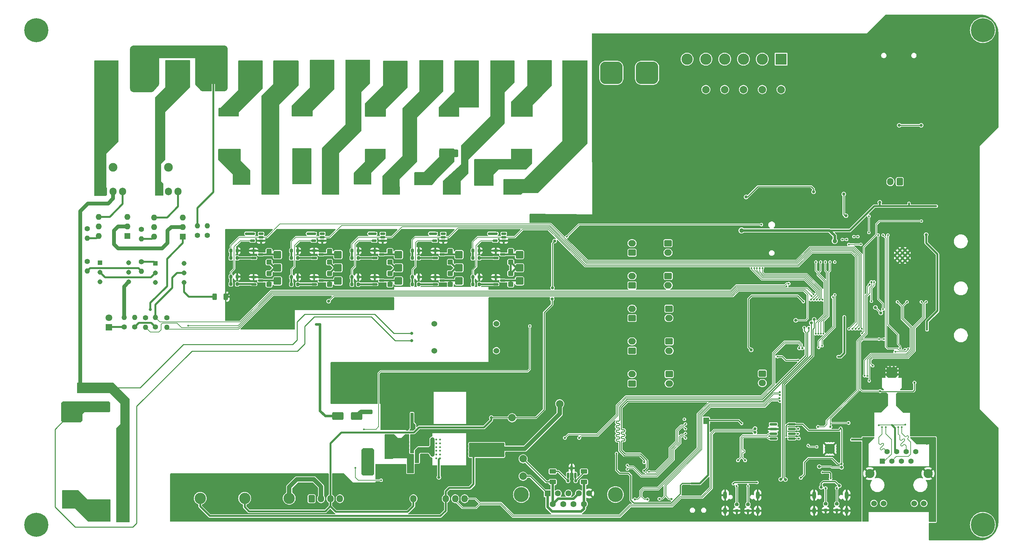
<source format=gbr>
%TF.GenerationSoftware,KiCad,Pcbnew,8.0.1*%
%TF.CreationDate,2024-07-17T10:14:41+07:00*%
%TF.ProjectId,SmartEnergyMag_System,536d6172-7445-46e6-9572-67794d61675f,rev?*%
%TF.SameCoordinates,Original*%
%TF.FileFunction,Copper,L2,Bot*%
%TF.FilePolarity,Positive*%
%FSLAX46Y46*%
G04 Gerber Fmt 4.6, Leading zero omitted, Abs format (unit mm)*
G04 Created by KiCad (PCBNEW 8.0.1) date 2024-07-17 10:14:41*
%MOMM*%
%LPD*%
G01*
G04 APERTURE LIST*
G04 Aperture macros list*
%AMRoundRect*
0 Rectangle with rounded corners*
0 $1 Rounding radius*
0 $2 $3 $4 $5 $6 $7 $8 $9 X,Y pos of 4 corners*
0 Add a 4 corners polygon primitive as box body*
4,1,4,$2,$3,$4,$5,$6,$7,$8,$9,$2,$3,0*
0 Add four circle primitives for the rounded corners*
1,1,$1+$1,$2,$3*
1,1,$1+$1,$4,$5*
1,1,$1+$1,$6,$7*
1,1,$1+$1,$8,$9*
0 Add four rect primitives between the rounded corners*
20,1,$1+$1,$2,$3,$4,$5,0*
20,1,$1+$1,$4,$5,$6,$7,0*
20,1,$1+$1,$6,$7,$8,$9,0*
20,1,$1+$1,$8,$9,$2,$3,0*%
%AMFreePoly0*
4,1,45,-3.000000,1.500000,-2.988481,1.685539,-2.937641,1.928004,-2.847586,2.158795,-2.720773,2.371615,-2.560660,2.560660,-2.371615,2.720773,-2.158795,2.847586,-1.928004,2.937641,-1.685539,2.988481,-1.500000,3.000000,1.500000,3.000000,1.685539,2.988481,1.928004,2.937641,2.158795,2.847586,2.371615,2.720773,2.560660,2.560660,2.720773,2.371615,2.847586,2.158795,2.937641,1.928004,
2.988481,1.685539,3.000000,1.500000,3.000000,-1.500000,2.988481,-1.685539,2.937641,-1.928004,2.847586,-2.158795,2.720773,-2.371615,2.560660,-2.560660,2.371615,-2.720773,2.158795,-2.847586,1.928004,-2.937641,1.685539,-2.988481,1.500000,-3.000000,-1.500000,-3.000000,-1.685539,-2.988481,-1.928004,-2.937641,-2.158795,-2.847586,-2.371615,-2.720773,-2.560660,-2.560660,-2.720773,-2.371615,
-2.847586,-2.158795,-2.937641,-1.928004,-2.988481,-1.685539,-3.000000,-1.500000,-3.000000,1.500000,-3.000000,1.500000,$1*%
G04 Aperture macros list end*
%TA.AperFunction,ComponentPad*%
%ADD10RoundRect,0.250000X0.750000X-0.600000X0.750000X0.600000X-0.750000X0.600000X-0.750000X-0.600000X0*%
%TD*%
%TA.AperFunction,ComponentPad*%
%ADD11O,2.000000X1.700000*%
%TD*%
%TA.AperFunction,ComponentPad*%
%ADD12R,3.000000X3.000000*%
%TD*%
%TA.AperFunction,ComponentPad*%
%ADD13C,3.000000*%
%TD*%
%TA.AperFunction,ComponentPad*%
%ADD14R,1.600000X1.600000*%
%TD*%
%TA.AperFunction,ComponentPad*%
%ADD15O,1.600000X1.600000*%
%TD*%
%TA.AperFunction,ComponentPad*%
%ADD16C,2.000000*%
%TD*%
%TA.AperFunction,ComponentPad*%
%ADD17C,1.400000*%
%TD*%
%TA.AperFunction,ComponentPad*%
%ADD18O,1.400000X1.400000*%
%TD*%
%TA.AperFunction,HeatsinkPad*%
%ADD19C,0.500000*%
%TD*%
%TA.AperFunction,HeatsinkPad*%
%ADD20R,2.500000X2.500000*%
%TD*%
%TA.AperFunction,HeatsinkPad*%
%ADD21R,2.600000X2.600000*%
%TD*%
%TA.AperFunction,ComponentPad*%
%ADD22RoundRect,0.250000X-0.725000X0.600000X-0.725000X-0.600000X0.725000X-0.600000X0.725000X0.600000X0*%
%TD*%
%TA.AperFunction,ComponentPad*%
%ADD23O,1.950000X1.700000*%
%TD*%
%TA.AperFunction,ComponentPad*%
%ADD24RoundRect,0.275000X1.825000X0.825000X-1.825000X0.825000X-1.825000X-0.825000X1.825000X-0.825000X0*%
%TD*%
%TA.AperFunction,ComponentPad*%
%ADD25RoundRect,0.250000X0.750000X-0.750000X0.750000X0.750000X-0.750000X0.750000X-0.750000X-0.750000X0*%
%TD*%
%TA.AperFunction,ComponentPad*%
%ADD26C,0.800000*%
%TD*%
%TA.AperFunction,ComponentPad*%
%ADD27C,6.400000*%
%TD*%
%TA.AperFunction,ComponentPad*%
%ADD28RoundRect,0.250000X-0.750000X0.600000X-0.750000X-0.600000X0.750000X-0.600000X0.750000X0.600000X0*%
%TD*%
%TA.AperFunction,ComponentPad*%
%ADD29R,1.800000X1.800000*%
%TD*%
%TA.AperFunction,ComponentPad*%
%ADD30C,1.800000*%
%TD*%
%TA.AperFunction,ComponentPad*%
%ADD31RoundRect,0.250000X-0.600000X-0.725000X0.600000X-0.725000X0.600000X0.725000X-0.600000X0.725000X0*%
%TD*%
%TA.AperFunction,ComponentPad*%
%ADD32O,1.700000X1.950000*%
%TD*%
%TA.AperFunction,ComponentPad*%
%ADD33RoundRect,1.500000X1.500000X1.500000X-1.500000X1.500000X-1.500000X-1.500000X1.500000X-1.500000X0*%
%TD*%
%TA.AperFunction,ComponentPad*%
%ADD34FreePoly0,180.000000*%
%TD*%
%TA.AperFunction,ComponentPad*%
%ADD35O,1.000000X2.100000*%
%TD*%
%TA.AperFunction,ComponentPad*%
%ADD36O,1.000000X1.800000*%
%TD*%
%TA.AperFunction,ComponentPad*%
%ADD37R,1.308000X1.308000*%
%TD*%
%TA.AperFunction,ComponentPad*%
%ADD38C,1.308000*%
%TD*%
%TA.AperFunction,ComponentPad*%
%ADD39C,2.325000*%
%TD*%
%TA.AperFunction,HeatsinkPad*%
%ADD40C,0.600000*%
%TD*%
%TA.AperFunction,ComponentPad*%
%ADD41RoundRect,0.200000X-2.300000X0.800000X-2.300000X-0.800000X2.300000X-0.800000X2.300000X0.800000X0*%
%TD*%
%TA.AperFunction,ComponentPad*%
%ADD42RoundRect,0.250000X-1.250000X0.750000X-1.250000X-0.750000X1.250000X-0.750000X1.250000X0.750000X0*%
%TD*%
%TA.AperFunction,ComponentPad*%
%ADD43RoundRect,0.250000X1.250000X-0.750000X1.250000X0.750000X-1.250000X0.750000X-1.250000X-0.750000X0*%
%TD*%
%TA.AperFunction,ComponentPad*%
%ADD44R,1.905000X2.000000*%
%TD*%
%TA.AperFunction,ComponentPad*%
%ADD45O,1.905000X2.000000*%
%TD*%
%TA.AperFunction,ComponentPad*%
%ADD46RoundRect,0.250000X0.600000X0.725000X-0.600000X0.725000X-0.600000X-0.725000X0.600000X-0.725000X0*%
%TD*%
%TA.AperFunction,ComponentPad*%
%ADD47C,1.524000*%
%TD*%
%TA.AperFunction,ComponentPad*%
%ADD48R,1.398000X1.398000*%
%TD*%
%TA.AperFunction,ComponentPad*%
%ADD49C,1.398000*%
%TD*%
%TA.AperFunction,ComponentPad*%
%ADD50C,1.530000*%
%TD*%
%TA.AperFunction,ComponentPad*%
%ADD51C,2.445000*%
%TD*%
%TA.AperFunction,ComponentPad*%
%ADD52C,4.000000*%
%TD*%
%TA.AperFunction,ComponentPad*%
%ADD53C,1.600000*%
%TD*%
%TA.AperFunction,SMDPad,CuDef*%
%ADD54RoundRect,0.200000X-0.200000X-0.275000X0.200000X-0.275000X0.200000X0.275000X-0.200000X0.275000X0*%
%TD*%
%TA.AperFunction,SMDPad,CuDef*%
%ADD55RoundRect,0.200000X0.200000X0.275000X-0.200000X0.275000X-0.200000X-0.275000X0.200000X-0.275000X0*%
%TD*%
%TA.AperFunction,SMDPad,CuDef*%
%ADD56RoundRect,0.150000X0.512500X0.150000X-0.512500X0.150000X-0.512500X-0.150000X0.512500X-0.150000X0*%
%TD*%
%TA.AperFunction,SMDPad,CuDef*%
%ADD57RoundRect,0.150000X-0.587500X-0.150000X0.587500X-0.150000X0.587500X0.150000X-0.587500X0.150000X0*%
%TD*%
%TA.AperFunction,SMDPad,CuDef*%
%ADD58RoundRect,0.150000X-0.825000X-0.150000X0.825000X-0.150000X0.825000X0.150000X-0.825000X0.150000X0*%
%TD*%
%TA.AperFunction,SMDPad,CuDef*%
%ADD59RoundRect,0.250000X-0.450000X0.400000X-0.450000X-0.400000X0.450000X-0.400000X0.450000X0.400000X0*%
%TD*%
%TA.AperFunction,SMDPad,CuDef*%
%ADD60RoundRect,0.200000X0.275000X-0.200000X0.275000X0.200000X-0.275000X0.200000X-0.275000X-0.200000X0*%
%TD*%
%TA.AperFunction,SMDPad,CuDef*%
%ADD61RoundRect,0.250000X-0.312500X-0.625000X0.312500X-0.625000X0.312500X0.625000X-0.312500X0.625000X0*%
%TD*%
%TA.AperFunction,SMDPad,CuDef*%
%ADD62RoundRect,0.250000X0.450000X-0.400000X0.450000X0.400000X-0.450000X0.400000X-0.450000X-0.400000X0*%
%TD*%
%TA.AperFunction,SMDPad,CuDef*%
%ADD63RoundRect,0.250000X0.625000X-0.375000X0.625000X0.375000X-0.625000X0.375000X-0.625000X-0.375000X0*%
%TD*%
%TA.AperFunction,SMDPad,CuDef*%
%ADD64RoundRect,0.250000X-1.100000X0.325000X-1.100000X-0.325000X1.100000X-0.325000X1.100000X0.325000X0*%
%TD*%
%TA.AperFunction,SMDPad,CuDef*%
%ADD65RoundRect,0.150000X0.150000X-0.587500X0.150000X0.587500X-0.150000X0.587500X-0.150000X-0.587500X0*%
%TD*%
%TA.AperFunction,ViaPad*%
%ADD66C,0.800000*%
%TD*%
%TA.AperFunction,ViaPad*%
%ADD67C,0.500000*%
%TD*%
%TA.AperFunction,ViaPad*%
%ADD68C,0.600000*%
%TD*%
%TA.AperFunction,ViaPad*%
%ADD69C,1.200000*%
%TD*%
%TA.AperFunction,Conductor*%
%ADD70C,0.250000*%
%TD*%
%TA.AperFunction,Conductor*%
%ADD71C,0.500000*%
%TD*%
%TA.AperFunction,Conductor*%
%ADD72C,0.700000*%
%TD*%
%TA.AperFunction,Conductor*%
%ADD73C,0.300000*%
%TD*%
%TA.AperFunction,Conductor*%
%ADD74C,0.150000*%
%TD*%
%TA.AperFunction,Conductor*%
%ADD75C,1.200000*%
%TD*%
%TA.AperFunction,Conductor*%
%ADD76C,0.200000*%
%TD*%
%TA.AperFunction,Conductor*%
%ADD77C,1.000000*%
%TD*%
G04 APERTURE END LIST*
D10*
%TO.P,J26,1,Pin_1*%
%TO.N,Net-(J26-Pin_1)*%
X179265000Y-80420000D03*
D11*
%TO.P,J26,2,Pin_2*%
%TO.N,Net-(J26-Pin_2)*%
X179265000Y-77920000D03*
%TD*%
D12*
%TO.P,J33,1,Pin_1*%
%TO.N,GND*%
X59430000Y-145810000D03*
D13*
%TO.P,J33,2,Pin_2*%
%TO.N,+3.3VA*%
X64430000Y-145810000D03*
%TD*%
D14*
%TO.P,U7,1*%
%TO.N,Net-(R33-Pad1)*%
X59824375Y-76110000D03*
D15*
%TO.P,U7,2*%
%TO.N,GNDPWR*%
X59824375Y-73570000D03*
%TO.P,U7,3,NC*%
%TO.N,unconnected-(U7-NC-Pad3)*%
X59824375Y-71030001D03*
%TO.P,U7,4*%
%TO.N,Net-(Q2-G)*%
X52204375Y-71030000D03*
%TO.P,U7,5,NC*%
%TO.N,unconnected-(U7-NC-Pad5)*%
X52204375Y-73570000D03*
%TO.P,U7,6*%
%TO.N,Net-(R34-Pad2)*%
X52204375Y-76110000D03*
%TD*%
D16*
%TO.P,TP19,1,1*%
%TO.N,B*%
X150290000Y-139940000D03*
%TD*%
D10*
%TO.P,J22,1,Pin_1*%
%TO.N,Net-(J22-Pin_1)*%
X179265000Y-115245000D03*
D11*
%TO.P,J22,2,Pin_2*%
%TO.N,Net-(J22-Pin_2)*%
X179265000Y-112745000D03*
%TD*%
D13*
%TO.P,F2,1*%
%TO.N,AC-L*%
X29760000Y-146010000D03*
%TO.P,F2,2*%
%TO.N,AC-L_DM*%
X29760000Y-123509999D03*
%TD*%
D17*
%TO.P,R31,1*%
%TO.N,Net-(R31-Pad1)*%
X48824376Y-82855001D03*
D18*
%TO.P,R31,2*%
%TO.N,Net-(D8-Pad+)*%
X48824376Y-85395001D03*
%TD*%
D19*
%TO.P,U2,25,VSS*%
%TO.N,GND*%
X249367478Y-113327509D03*
X249367478Y-112327509D03*
X249367478Y-111327509D03*
X248367478Y-113327509D03*
X248367478Y-112327509D03*
D20*
X248367478Y-112327509D03*
D19*
X248367478Y-111327509D03*
X247367478Y-113327509D03*
X247367478Y-112327509D03*
X247367478Y-111327509D03*
%TD*%
%TO.P,U28,29,GND*%
%TO.N,GND*%
X230775000Y-133700000D03*
X231475001Y-133700000D03*
X232174999Y-133700000D03*
X232875000Y-133700000D03*
X231475000Y-133000000D03*
X232175000Y-133000000D03*
X230775000Y-132999999D03*
X232875000Y-132999999D03*
D21*
X231825000Y-132650000D03*
D19*
X230775000Y-132300001D03*
X232875000Y-132300001D03*
X231475000Y-132300000D03*
X232175000Y-132300000D03*
X230775000Y-131600000D03*
X231475001Y-131600000D03*
X232174999Y-131600000D03*
X232875000Y-131600000D03*
%TD*%
D17*
%TO.P,R23,1*%
%TO.N,Net-(D8-PadAC2)*%
X66289999Y-75805002D03*
D18*
%TO.P,R23,2*%
%TO.N,AC-N*%
X66289999Y-73265002D03*
%TD*%
D22*
%TO.P,J14,1,Pin_1*%
%TO.N,UART4_TX*%
X213910001Y-112629998D03*
D23*
%TO.P,J14,2,Pin_2*%
%TO.N,UART4_RX*%
X213910001Y-115129998D03*
%TD*%
D24*
%TO.P,K1,13*%
%TO.N,Net-(J9-Pin_2)*%
X75420000Y-60950000D03*
%TO.P,K1,14*%
%TO.N,OUT_04*%
X83020000Y-63650000D03*
D25*
%TO.P,K1,A1*%
%TO.N,Net-(D47-A)*%
X84970000Y-87950000D03*
%TO.P,K1,A2*%
%TO.N,Net-(D48-A)*%
X84969999Y-80950000D03*
%TO.P,K1,A3*%
%TO.N,VCOM*%
X84970000Y-84450000D03*
%TD*%
D17*
%TO.P,R33,1*%
%TO.N,Net-(R33-Pad1)*%
X55524375Y-97765000D03*
D18*
%TO.P,R33,2*%
%TO.N,TIM2_CH3*%
X55524375Y-100305000D03*
%TD*%
D10*
%TO.P,J25,1,Pin_1*%
%TO.N,Net-(J25-Pin_1)*%
X179265000Y-89126250D03*
D11*
%TO.P,J25,2,Pin_2*%
%TO.N,Net-(J25-Pin_2)*%
X179265000Y-86626250D03*
%TD*%
D26*
%TO.P,H2,1,1*%
%TO.N,unconnected-(H2-Pad1)*%
X18480000Y-21210000D03*
X19182944Y-19512944D03*
X19182944Y-22907056D03*
X20880000Y-18810000D03*
D27*
X20880000Y-21210000D03*
D26*
X20880000Y-23610000D03*
X22577056Y-19512944D03*
X22577056Y-22907056D03*
X23280000Y-21210000D03*
%TD*%
D28*
%TO.P,J18,1,Pin_1*%
%TO.N,Net-(J18-Pin_1)*%
X189134999Y-112745000D03*
D11*
%TO.P,J18,2,Pin_2*%
%TO.N,Net-(J18-Pin_2)*%
X189134999Y-115245000D03*
%TD*%
D29*
%TO.P,D9,1,K*%
%TO.N,Net-(D9-K)*%
X40124375Y-100260000D03*
D30*
%TO.P,D9,2,A*%
%TO.N,+5V*%
X40124375Y-97720000D03*
%TD*%
D31*
%TO.P,J20,1,Pin_1*%
%TO.N,GND*%
X127240000Y-145917500D03*
D32*
%TO.P,J20,2,Pin_2*%
%TO.N,+3.3VA*%
X129740000Y-145917500D03*
%TO.P,J20,3,Pin_3*%
%TO.N,USART2_RX*%
X132240000Y-145917500D03*
%TO.P,J20,4,Pin_4*%
%TO.N,USART2_TX*%
X134740000Y-145917500D03*
%TD*%
D17*
%TO.P,R35,1*%
%TO.N,Net-(D9-K)*%
X44224375Y-100205000D03*
D18*
%TO.P,R35,2*%
%TO.N,GNDPWR*%
X44224375Y-97665000D03*
%TD*%
D31*
%TO.P,J15,1,Pin_1*%
%TO.N,VCC*%
X94070000Y-145917500D03*
D32*
%TO.P,J15,2,Pin_2*%
%TO.N,+12VA*%
X96570000Y-145917500D03*
%TO.P,J15,3,Pin_3*%
%TO.N,+5V*%
X99070000Y-145917500D03*
%TO.P,J15,4,Pin_4*%
%TO.N,Net-(J15-Pin_4)*%
X101570000Y-145917500D03*
%TD*%
D16*
%TO.P,TP14,1,1*%
%TO.N,/BUTTON/BTN4*%
X203889358Y-37000000D03*
%TD*%
D28*
%TO.P,J17,1,Pin_1*%
%TO.N,Net-(J17-Pin_1)*%
X189120000Y-104038750D03*
D11*
%TO.P,J17,2,Pin_2*%
%TO.N,Net-(J17-Pin_2)*%
X189120000Y-106538750D03*
%TD*%
D33*
%TO.P,J6,1,Pin_1*%
%TO.N,unconnected-(J6-Pin_1-Pad1)*%
X183260001Y-32535000D03*
D34*
%TO.P,J6,2,Pin_2*%
%TO.N,unconnected-(J6-Pin_2-Pad2)*%
X173760002Y-32535000D03*
%TO.P,J6,3,Pin_3*%
%TO.N,OUT_05*%
X164260001Y-32535000D03*
%TO.P,J6,4,Pin_4*%
%TO.N,05*%
X154760001Y-32535000D03*
%TD*%
D10*
%TO.P,J24,1,Pin_1*%
%TO.N,Net-(J24-Pin_1)*%
X179265000Y-97832500D03*
D11*
%TO.P,J24,2,Pin_2*%
%TO.N,Net-(J24-Pin_2)*%
X179265000Y-95332500D03*
%TD*%
D28*
%TO.P,J16,1,Pin_1*%
%TO.N,Net-(J16-Pin_1)*%
X189060000Y-95332500D03*
D11*
%TO.P,J16,2,Pin_2*%
%TO.N,Net-(J16-Pin_2)*%
X189060000Y-97832500D03*
%TD*%
D35*
%TO.P,J3,S1,SHIELD*%
%TO.N,GND*%
X227660000Y-144955000D03*
D36*
X227660000Y-149155000D03*
D35*
X236300000Y-144955000D03*
D36*
X236300000Y-149155000D03*
%TD*%
D24*
%TO.P,K5,13*%
%TO.N,Net-(J31-Pin_2)*%
X123690000Y-60950000D03*
%TO.P,K5,14*%
%TO.N,OUT_01*%
X131290000Y-63650000D03*
D25*
%TO.P,K5,A1*%
%TO.N,Net-(D53-A)*%
X133240000Y-87950000D03*
%TO.P,K5,A2*%
%TO.N,Net-(D54-A)*%
X133239999Y-80950000D03*
%TO.P,K5,A3*%
%TO.N,VCOM*%
X133240000Y-84450000D03*
%TD*%
D37*
%TO.P,U8,1*%
%TO.N,Net-(R36-Pad1)*%
X37815500Y-83125001D03*
D38*
%TO.P,U8,2*%
%TO.N,Net-(D8-Pad-)*%
X37815500Y-85665001D03*
%TO.P,U8,3*%
%TO.N,N/C*%
X37815500Y-88205001D03*
%TO.P,U8,4*%
%TO.N,GNDPWR*%
X45435500Y-88205001D03*
%TO.P,U8,5*%
%TO.N,PB9*%
X45435500Y-85665001D03*
%TO.P,U8,6*%
%TO.N,unconnected-(U8-Pad6)*%
X45435500Y-83125001D03*
%TD*%
D16*
%TO.P,TP9,1,1*%
%TO.N,+3.3VA*%
X160025001Y-120650000D03*
%TD*%
D39*
%TO.P,HS2,1*%
%TO.N,unconnected-(HS2-Pad1)*%
X56024375Y-57715001D03*
%TD*%
D24*
%TO.P,K4,13*%
%TO.N,Net-(J30-Pin_2)*%
X107600000Y-60950000D03*
%TO.P,K4,14*%
%TO.N,OUT_02*%
X115200000Y-63650000D03*
D25*
%TO.P,K4,A1*%
%TO.N,Net-(D51-A)*%
X117150000Y-87950000D03*
%TO.P,K4,A2*%
%TO.N,Net-(D52-A)*%
X117149999Y-80950000D03*
%TO.P,K4,A3*%
%TO.N,VCOM*%
X117150000Y-84450000D03*
%TD*%
D14*
%TO.P,U9,1*%
%TO.N,Net-(R38-Pad1)*%
X45090000Y-76010000D03*
D15*
%TO.P,U9,2*%
%TO.N,GNDPWR*%
X45090000Y-73470000D03*
%TO.P,U9,3,NC*%
%TO.N,unconnected-(U9-NC-Pad3)*%
X45090000Y-70930001D03*
%TO.P,U9,4*%
%TO.N,Net-(Q3-G)*%
X37470000Y-70930000D03*
%TO.P,U9,5,NC*%
%TO.N,unconnected-(U9-NC-Pad5)*%
X37470000Y-73470000D03*
%TO.P,U9,6*%
%TO.N,Net-(R39-Pad2)*%
X37470000Y-76010000D03*
%TD*%
D16*
%TO.P,TP18,1,1*%
%TO.N,A*%
X150290000Y-135290000D03*
%TD*%
D40*
%TO.P,U1,39,GND*%
%TO.N,GND*%
X251865000Y-79765000D03*
X250465000Y-79765000D03*
X252565000Y-80465000D03*
X251165000Y-80465000D03*
X249765000Y-80465000D03*
X251865000Y-81165000D03*
X250465000Y-81165000D03*
X252565000Y-81865000D03*
X251165000Y-81865000D03*
X249765000Y-81865000D03*
X251865000Y-82565000D03*
X250465000Y-82565000D03*
%TD*%
D33*
%TO.P,J2,1,Pin_1*%
%TO.N,AC-L_DM*%
X67914999Y-32535000D03*
D34*
%TO.P,J2,2,Pin_2*%
%TO.N,Load*%
X58415000Y-32535000D03*
%TO.P,J2,3,Pin_3*%
%TO.N,AC-L_DM*%
X48914999Y-32535000D03*
%TO.P,J2,4,Pin_4*%
%TO.N,Load2*%
X39414999Y-32535000D03*
%TD*%
D16*
%TO.P,TP12,1,1*%
%TO.N,/BUTTON/BTN2*%
X213889358Y-37000000D03*
%TD*%
D41*
%TO.P,J8,1,Pin_1*%
%TO.N,05*%
X150000000Y-42939086D03*
%TO.P,J8,2,Pin_2*%
%TO.N,Net-(J8-Pin_2)*%
X150000000Y-53939086D03*
%TD*%
D26*
%TO.P,H4,1,1*%
%TO.N,unconnected-(H4-Pad1)*%
X18480000Y-152860000D03*
X19182944Y-151162944D03*
X19182944Y-154557056D03*
X20880000Y-150460000D03*
D27*
X20880000Y-152860000D03*
D26*
X20880000Y-155260000D03*
X22577056Y-151162944D03*
X22577056Y-154557056D03*
X23280000Y-152860000D03*
%TD*%
D42*
%TO.P,PS1,1,AC/L*%
%TO.N,AC-N*%
X33651500Y-116336000D03*
X38651500Y-116336000D03*
D43*
%TO.P,PS1,2,AC/N*%
%TO.N,AC-L_DM*%
X33651500Y-121416000D03*
X38651500Y-121416000D03*
%TO.P,PS1,3,+Vout*%
%TO.N,VCC*%
X101008500Y-123944000D03*
X106008500Y-123944000D03*
%TO.P,PS1,4,-Vout*%
%TO.N,GND*%
X101008500Y-118864000D03*
X106008500Y-118864000D03*
%TD*%
D16*
%TO.P,TP15,1,1*%
%TO.N,/BUTTON/BTN5*%
X198889358Y-37000000D03*
%TD*%
D41*
%TO.P,J30,1,Pin_1*%
%TO.N,02*%
X111000000Y-42939086D03*
%TO.P,J30,2,Pin_2*%
%TO.N,Net-(J30-Pin_2)*%
X111000000Y-53939086D03*
%TD*%
D12*
%TO.P,J21,1,Pin_1*%
%TO.N,AC-L*%
X38950000Y-150400000D03*
D13*
%TO.P,J21,2,Pin_2*%
%TO.N,AC-N*%
X43950000Y-150400000D03*
%TD*%
D33*
%TO.P,J11,1,Pin_1*%
%TO.N,OUT_03*%
X106363333Y-32535000D03*
D34*
%TO.P,J11,2,Pin_2*%
%TO.N,03*%
X96863334Y-32535000D03*
%TO.P,J11,3,Pin_3*%
%TO.N,OUT_04*%
X87363333Y-32535000D03*
%TO.P,J11,4,Pin_4*%
%TO.N,04*%
X77863333Y-32535000D03*
%TD*%
D44*
%TO.P,Q2,1,A1*%
%TO.N,Load*%
X53484375Y-64100000D03*
D45*
%TO.P,Q2,2,A2*%
%TO.N,AC-N*%
X56024375Y-64100000D03*
%TO.P,Q2,3,G*%
%TO.N,Net-(Q2-G)*%
X58564374Y-64100000D03*
%TD*%
D12*
%TO.P,J1,1,Pin_1*%
%TO.N,/BUTTON/BTN1*%
X218889359Y-28903305D03*
D13*
%TO.P,J1,2,Pin_2*%
%TO.N,/BUTTON/BTN2*%
X213889359Y-28903305D03*
%TO.P,J1,3,Pin_3*%
%TO.N,/BUTTON/BTN3*%
X208889359Y-28903305D03*
%TO.P,J1,4,Pin_4*%
%TO.N,/BUTTON/BTN4*%
X203889359Y-28903305D03*
%TO.P,J1,5,Pin_5*%
%TO.N,/BUTTON/BTN5*%
X198889358Y-28903305D03*
%TO.P,J1,6,Pin_6*%
%TO.N,PWR_BTN*%
X193889358Y-28903305D03*
%TD*%
D37*
%TO.P,U3,1*%
%TO.N,Net-(R31-Pad1)*%
X52549875Y-83225001D03*
D38*
%TO.P,U3,2*%
%TO.N,Net-(D8-Pad-)*%
X52549875Y-85765001D03*
%TO.P,U3,3*%
%TO.N,N/C*%
X52549875Y-88305001D03*
%TO.P,U3,4*%
%TO.N,GNDPWR*%
X60169875Y-88305001D03*
%TO.P,U3,5*%
%TO.N,PB8*%
X60169875Y-85765001D03*
%TO.P,U3,6*%
%TO.N,unconnected-(U3-Pad6)*%
X60169875Y-83225001D03*
%TD*%
D12*
%TO.P,J35,1,Pin_1*%
%TO.N,GND*%
X83100000Y-145810000D03*
D13*
%TO.P,J35,2,Pin_2*%
%TO.N,+12VA*%
X88100000Y-145810000D03*
%TD*%
D26*
%TO.P,H1,1,1*%
%TO.N,unconnected-(H1-Pad1)*%
X270130000Y-21210000D03*
X270832944Y-19512944D03*
X270832944Y-22907056D03*
X272530000Y-18810000D03*
D27*
X272530000Y-21210000D03*
D26*
X272530000Y-23610000D03*
X274227056Y-19512944D03*
X274227056Y-22907056D03*
X274930000Y-21210000D03*
%TD*%
D10*
%TO.P,J23,1,Pin_1*%
%TO.N,Net-(J23-Pin_1)*%
X179265000Y-106538750D03*
D11*
%TO.P,J23,2,Pin_2*%
%TO.N,Net-(J23-Pin_2)*%
X179265000Y-104038750D03*
%TD*%
D41*
%TO.P,J9,1,Pin_1*%
%TO.N,04*%
X72000000Y-42939086D03*
%TO.P,J9,2,Pin_2*%
%TO.N,Net-(J9-Pin_2)*%
X72000000Y-53939086D03*
%TD*%
D28*
%TO.P,J10,1,Pin_1*%
%TO.N,Net-(J10-Pin_1)*%
X188815000Y-77920000D03*
D11*
%TO.P,J10,2,Pin_2*%
%TO.N,Net-(J10-Pin_2)*%
X188815000Y-80420000D03*
%TD*%
D28*
%TO.P,J12,1,Pin_1*%
%TO.N,Net-(J12-Pin_1)*%
X188865001Y-86626250D03*
D11*
%TO.P,J12,2,Pin_2*%
%TO.N,Net-(J12-Pin_2)*%
X188865001Y-89126250D03*
%TD*%
D16*
%TO.P,TP13,1,1*%
%TO.N,/BUTTON/BTN3*%
X208889358Y-37000000D03*
%TD*%
D17*
%TO.P,R36,1*%
%TO.N,Net-(R36-Pad1)*%
X34390000Y-82755001D03*
D18*
%TO.P,R36,2*%
%TO.N,Net-(D8-Pad+)*%
X34390000Y-85295001D03*
%TD*%
D46*
%TO.P,J36,1,Pin_1*%
%TO.N,SCL*%
X250455000Y-61529996D03*
D32*
%TO.P,J36,2,Pin_2*%
%TO.N,SDA*%
X247955000Y-61529996D03*
%TD*%
D47*
%TO.P,T1,1,AA*%
%TO.N,Net-(T1-AA)*%
X126690000Y-99315000D03*
%TO.P,T1,2,AB*%
%TO.N,Net-(T1-AB)*%
X126690000Y-106515000D03*
%TO.P,T1,3,SA*%
%TO.N,Net-(T1-SA)*%
X143190000Y-99315000D03*
%TO.P,T1,4,SB*%
%TO.N,Net-(T1-SB)*%
X143190000Y-106515000D03*
%TD*%
D12*
%TO.P,J34,1,Pin_1*%
%TO.N,GND*%
X71265000Y-145810000D03*
D13*
%TO.P,J34,2,Pin_2*%
%TO.N,+5V*%
X76265000Y-145810000D03*
%TD*%
D33*
%TO.P,J5,1,Pin_1*%
%TO.N,OUT_01*%
X144811667Y-32535000D03*
D34*
%TO.P,J5,2,Pin_2*%
%TO.N,01*%
X135311668Y-32535000D03*
%TO.P,J5,3,Pin_3*%
%TO.N,OUT_02*%
X125811667Y-32535000D03*
%TO.P,J5,4,Pin_4*%
%TO.N,02*%
X116311667Y-32535000D03*
%TD*%
D16*
%TO.P,TP11,1,1*%
%TO.N,/BUTTON/BTN1*%
X218889359Y-37000000D03*
%TD*%
D17*
%TO.P,R34,1*%
%TO.N,AC-N*%
X48824376Y-74170001D03*
D18*
%TO.P,R34,2*%
%TO.N,Net-(R34-Pad2)*%
X48824376Y-76710001D03*
%TD*%
D16*
%TO.P,TP10,1,1*%
%TO.N,+5V*%
X147370000Y-124360000D03*
%TD*%
D48*
%TO.P,J4,1*%
%TO.N,/Untitled Sheet/TD+*%
X245765000Y-135925000D03*
D49*
%TO.P,J4,2*%
%TO.N,/Untitled Sheet/TD-*%
X247035000Y-133385000D03*
%TO.P,J4,3*%
%TO.N,/Untitled Sheet/RD+*%
X248305000Y-135925000D03*
%TO.P,J4,4*%
%TO.N,+3V3*%
X249575000Y-133385000D03*
%TO.P,J4,5*%
X250845000Y-135925000D03*
%TO.P,J4,6*%
%TO.N,/Untitled Sheet/RD-*%
X252115000Y-133385000D03*
%TO.P,J4,7*%
%TO.N,unconnected-(J4-Pad7)*%
X253385000Y-135924999D03*
%TO.P,J4,8*%
%TO.N,GND1*%
X254655000Y-133385000D03*
D50*
%TO.P,J4,9*%
%TO.N,Net-(J4-Pad9)*%
X243590000Y-147175000D03*
%TO.P,J4,10*%
%TO.N,/Untitled Sheet/ACTLED*%
X246130000Y-147175000D03*
%TO.P,J4,11*%
%TO.N,Net-(J4-Pad11)*%
X254300000Y-147175000D03*
%TO.P,J4,12*%
%TO.N,/Untitled Sheet/LINKLED*%
X256840000Y-147175000D03*
D51*
%TO.P,J4,15,SHIELD*%
%TO.N,GND1*%
X242470000Y-139225000D03*
%TO.P,J4,16,SHIELD*%
X257960000Y-139225000D03*
%TD*%
D17*
%TO.P,R37,1*%
%TO.N,+5V*%
X47024375Y-100205000D03*
D18*
%TO.P,R37,2*%
%TO.N,PB9*%
X47024375Y-97665000D03*
%TD*%
D52*
%TO.P,J7,0,PAD*%
%TO.N,Net-(J7-PAD)*%
X149830000Y-144800000D03*
X174830000Y-144800000D03*
D14*
%TO.P,J7,1,1*%
%TO.N,B*%
X156790000Y-144500000D03*
D53*
%TO.P,J7,2,2*%
%TO.N,unconnected-(J7-Pad2)*%
X159560000Y-144500000D03*
%TO.P,J7,3,3*%
%TO.N,unconnected-(J7-Pad3)*%
X162330000Y-144500000D03*
%TO.P,J7,4,4*%
%TO.N,A*%
X165100000Y-144500000D03*
%TO.P,J7,5,5*%
%TO.N,GND*%
X167870000Y-144500000D03*
%TO.P,J7,6,6*%
%TO.N,A*%
X158175000Y-147340000D03*
%TO.P,J7,7,7*%
%TO.N,unconnected-(J7-Pad7)*%
X160945000Y-147340000D03*
%TO.P,J7,8,8*%
%TO.N,unconnected-(J7-Pad8)*%
X163715000Y-147340000D03*
%TO.P,J7,9,9*%
%TO.N,B*%
X166485000Y-147340000D03*
%TD*%
D41*
%TO.P,J29,1,Pin_1*%
%TO.N,03*%
X91500000Y-42939086D03*
%TO.P,J29,2,Pin_2*%
%TO.N,Net-(J29-Pin_2)*%
X91500000Y-53939086D03*
%TD*%
D35*
%TO.P,J19,S1,SHIELD*%
%TO.N,GND*%
X204020000Y-144955000D03*
D36*
X204020000Y-149155000D03*
D35*
X212660000Y-144955000D03*
D36*
X212660000Y-149155000D03*
%TD*%
D41*
%TO.P,J31,1,Pin_1*%
%TO.N,01*%
X130500000Y-42939086D03*
%TO.P,J31,2,Pin_2*%
%TO.N,Net-(J31-Pin_2)*%
X130500000Y-53939086D03*
%TD*%
D24*
%TO.P,K2,13*%
%TO.N,Net-(J29-Pin_2)*%
X91510000Y-60950000D03*
%TO.P,K2,14*%
%TO.N,OUT_03*%
X99110000Y-63650000D03*
D25*
%TO.P,K2,A1*%
%TO.N,Net-(D49-A)*%
X101060000Y-87950000D03*
%TO.P,K2,A2*%
%TO.N,Net-(D50-A)*%
X101059999Y-80950000D03*
%TO.P,K2,A3*%
%TO.N,VCOM*%
X101060000Y-84450000D03*
%TD*%
D44*
%TO.P,Q3,1,A1*%
%TO.N,Load2*%
X38750000Y-64100000D03*
D45*
%TO.P,Q3,2,A2*%
%TO.N,AC-N*%
X41290000Y-64100000D03*
%TO.P,Q3,3,G*%
%TO.N,Net-(Q3-G)*%
X43829999Y-64100000D03*
%TD*%
D17*
%TO.P,R39,1*%
%TO.N,AC-N*%
X34390000Y-74070001D03*
D18*
%TO.P,R39,2*%
%TO.N,Net-(R39-Pad2)*%
X34390000Y-76610001D03*
%TD*%
D39*
%TO.P,HS1,1*%
%TO.N,unconnected-(HS1-Pad1)*%
X41290000Y-57715001D03*
%TD*%
D17*
%TO.P,R38,1*%
%TO.N,Net-(R38-Pad1)*%
X49924375Y-97765000D03*
D18*
%TO.P,R38,2*%
%TO.N,TIM2_CH4*%
X49924375Y-100305000D03*
%TD*%
D24*
%TO.P,K3,13*%
%TO.N,Net-(J8-Pin_2)*%
X139780000Y-60950000D03*
%TO.P,K3,14*%
%TO.N,OUT_05*%
X147380000Y-63650000D03*
D25*
%TO.P,K3,A1*%
%TO.N,Net-(D45-A)*%
X149330000Y-87950000D03*
%TO.P,K3,A2*%
%TO.N,Net-(D46-A)*%
X149329999Y-80950000D03*
%TO.P,K3,A3*%
%TO.N,VCOM*%
X149330000Y-84450000D03*
%TD*%
D17*
%TO.P,R32,1*%
%TO.N,+5V*%
X52524375Y-100205000D03*
D18*
%TO.P,R32,2*%
%TO.N,PB8*%
X52524375Y-97665000D03*
%TD*%
D17*
%TO.P,R30,1*%
%TO.N,Net-(D8-PadAC1)*%
X63690000Y-75805002D03*
D18*
%TO.P,R30,2*%
%TO.N,/AC Dimmer /L*%
X63690000Y-73265002D03*
%TD*%
D31*
%TO.P,J32,1,Pin_1*%
%TO.N,GND*%
X118630000Y-145917500D03*
D32*
%TO.P,J32,2,Pin_2*%
%TO.N,+5V*%
X121130000Y-145917500D03*
%TD*%
D14*
%TO.P,C63,1*%
%TO.N,VSSA*%
X114720000Y-129514760D03*
D53*
%TO.P,C63,2*%
%TO.N,GND*%
X114720000Y-125714760D03*
%TD*%
D26*
%TO.P,H3,1,1*%
%TO.N,unconnected-(H3-Pad1)*%
X270130000Y-152860000D03*
X270832944Y-151162944D03*
X270832944Y-154557056D03*
X272530000Y-150460000D03*
D27*
X272530000Y-152860000D03*
D26*
X272530000Y-155260000D03*
X274227056Y-151162944D03*
X274227056Y-154557056D03*
X274930000Y-152860000D03*
%TD*%
D54*
%TO.P,R103,1*%
%TO.N,Net-(R102-Pad1)*%
X72600000Y-86850000D03*
%TO.P,R103,2*%
%TO.N,GND*%
X74250000Y-86850000D03*
%TD*%
D55*
%TO.P,R113,1*%
%TO.N,GND*%
X106430000Y-79912501D03*
%TO.P,R113,2*%
%TO.N,PC8*%
X104780000Y-79912501D03*
%TD*%
D54*
%TO.P,R98,1*%
%TO.N,Net-(R98-Pad1)*%
X136960000Y-88812501D03*
%TO.P,R98,2*%
%TO.N,Net-(Q4-B)*%
X138610000Y-88812501D03*
%TD*%
%TO.P,R99,1*%
%TO.N,Net-(R98-Pad1)*%
X136960000Y-86912501D03*
%TO.P,R99,2*%
%TO.N,GND*%
X138610000Y-86912501D03*
%TD*%
D56*
%TO.P,U29,1,NC*%
%TO.N,unconnected-(U29-NC-Pad1)*%
X80620000Y-75350001D03*
%TO.P,U29,2*%
%TO.N,PC6*%
X80620000Y-76300000D03*
%TO.P,U29,3,GND*%
%TO.N,GND*%
X80620000Y-77249999D03*
%TO.P,U29,4*%
%TO.N,Net-(R102-Pad1)*%
X78345000Y-77249999D03*
%TO.P,U29,5,VCC*%
%TO.N,+3.3VA*%
X78345000Y-75350001D03*
%TD*%
D57*
%TO.P,Q12,1,B*%
%TO.N,Net-(Q12-B)*%
X126902500Y-88812501D03*
%TO.P,Q12,2,E*%
%TO.N,GND*%
X126902500Y-86912501D03*
%TO.P,Q12,3,C*%
%TO.N,Net-(D53-A)*%
X128777501Y-87862501D03*
%TD*%
D58*
%TO.P,U6,1,UD+*%
%TO.N,USB_CONV_D+*%
X216820962Y-129885962D03*
%TO.P,U6,2,UD-*%
%TO.N,USB_CONV_D-*%
X216820962Y-128615962D03*
%TO.P,U6,3,GND*%
%TO.N,GND*%
X216820962Y-127345962D03*
%TO.P,U6,4,~{RTS}*%
%TO.N,unconnected-(U6-~{RTS}-Pad4)*%
X216820962Y-126075962D03*
%TO.P,U6,5,VCC*%
%TO.N,+3.3VA*%
X221770962Y-126075962D03*
%TO.P,U6,6,TXD*%
%TO.N,Net-(U6-TXD)*%
X221770962Y-127345962D03*
%TO.P,U6,7,RXD*%
%TO.N,Net-(U6-RXD)*%
X221770962Y-128615962D03*
%TO.P,U6,8,V3*%
%TO.N,Net-(U6-V3)*%
X221770962Y-129885962D03*
%TD*%
D59*
%TO.P,D53,1,K*%
%TO.N,VCOM*%
X130935625Y-85937501D03*
%TO.P,D53,2,A*%
%TO.N,Net-(D53-A)*%
X130935625Y-88837501D03*
%TD*%
D60*
%TO.P,R81,1*%
%TO.N,GND*%
X230720000Y-148945000D03*
%TO.P,R81,2*%
%TO.N,Net-(J3-CC1)*%
X230720000Y-147295000D03*
%TD*%
D57*
%TO.P,Q10,1,B*%
%TO.N,Net-(Q10-B)*%
X110812500Y-88812501D03*
%TO.P,Q10,2,E*%
%TO.N,GND*%
X110812500Y-86912501D03*
%TO.P,Q10,3,C*%
%TO.N,Net-(D51-A)*%
X112687501Y-87862501D03*
%TD*%
D61*
%TO.P,R83,1*%
%TO.N,GNDPWR*%
X68257500Y-92150000D03*
%TO.P,R83,2*%
%TO.N,GND*%
X71182500Y-92150000D03*
%TD*%
D60*
%TO.P,R27,1*%
%TO.N,GND*%
X210090000Y-149125000D03*
%TO.P,R27,2*%
%TO.N,Net-(J19-CC2)*%
X210090000Y-147475000D03*
%TD*%
D56*
%TO.P,U31,1,NC*%
%TO.N,unconnected-(U31-NC-Pad1)*%
X112975000Y-75350001D03*
%TO.P,U31,2*%
%TO.N,PC8*%
X112975000Y-76300000D03*
%TO.P,U31,3,GND*%
%TO.N,GND*%
X112975000Y-77249999D03*
%TO.P,U31,4*%
%TO.N,Net-(R110-Pad1)*%
X110700000Y-77249999D03*
%TO.P,U31,5,VCC*%
%TO.N,+3.3VA*%
X110700000Y-75350001D03*
%TD*%
D60*
%TO.P,R82,1*%
%TO.N,GND*%
X233710000Y-148945000D03*
%TO.P,R82,2*%
%TO.N,Net-(J3-CC2)*%
X233710000Y-147295000D03*
%TD*%
D55*
%TO.P,R105,1*%
%TO.N,GND*%
X74250000Y-79912501D03*
%TO.P,R105,2*%
%TO.N,PC6*%
X72600000Y-79912501D03*
%TD*%
D59*
%TO.P,D49,1,K*%
%TO.N,VCOM*%
X98806875Y-85937501D03*
%TO.P,D49,2,A*%
%TO.N,Net-(D49-A)*%
X98806875Y-88837501D03*
%TD*%
D54*
%TO.P,R106,1*%
%TO.N,Net-(R106-Pad1)*%
X88690000Y-88812501D03*
%TO.P,R106,2*%
%TO.N,Net-(Q8-B)*%
X90340000Y-88812501D03*
%TD*%
D57*
%TO.P,Q11,1,B*%
%TO.N,Net-(Q11-B)*%
X110812500Y-81812501D03*
%TO.P,Q11,2,E*%
%TO.N,GND*%
X110812500Y-79912501D03*
%TO.P,Q11,3,C*%
%TO.N,Net-(D52-A)*%
X112687501Y-80862501D03*
%TD*%
D56*
%TO.P,U32,1,NC*%
%TO.N,unconnected-(U32-NC-Pad1)*%
X129065000Y-75350001D03*
%TO.P,U32,2*%
%TO.N,PC9*%
X129065000Y-76300000D03*
%TO.P,U32,3,GND*%
%TO.N,GND*%
X129065000Y-77249999D03*
%TO.P,U32,4*%
%TO.N,Net-(R114-Pad1)*%
X126790000Y-77249999D03*
%TO.P,U32,5,VCC*%
%TO.N,+3.3VA*%
X126790000Y-75350001D03*
%TD*%
D57*
%TO.P,Q9,1,B*%
%TO.N,Net-(Q9-B)*%
X94722500Y-81812501D03*
%TO.P,Q9,2,E*%
%TO.N,GND*%
X94722500Y-79912501D03*
%TO.P,Q9,3,C*%
%TO.N,Net-(D50-A)*%
X96597501Y-80862501D03*
%TD*%
D59*
%TO.P,D45,1,K*%
%TO.N,VCOM*%
X147000000Y-85937501D03*
%TO.P,D45,2,A*%
%TO.N,Net-(D45-A)*%
X147000000Y-88837501D03*
%TD*%
D55*
%TO.P,R116,1*%
%TO.N,Net-(Q13-B)*%
X122520000Y-81812501D03*
%TO.P,R116,2*%
%TO.N,PC9*%
X120870000Y-81812501D03*
%TD*%
%TO.P,R100,1*%
%TO.N,Net-(Q5-B)*%
X138610000Y-81812501D03*
%TO.P,R100,2*%
%TO.N,PA8*%
X136960000Y-81812501D03*
%TD*%
D57*
%TO.P,Q8,1,B*%
%TO.N,Net-(Q8-B)*%
X94722500Y-88812501D03*
%TO.P,Q8,2,E*%
%TO.N,GND*%
X94722500Y-86912501D03*
%TO.P,Q8,3,C*%
%TO.N,Net-(D49-A)*%
X96597501Y-87862501D03*
%TD*%
D55*
%TO.P,R104,1*%
%TO.N,Net-(Q7-B)*%
X74250000Y-81812501D03*
%TO.P,R104,2*%
%TO.N,PC6*%
X72600000Y-81812501D03*
%TD*%
D62*
%TO.P,D48,1,K*%
%TO.N,VCOM*%
X82742499Y-82962500D03*
%TO.P,D48,2,A*%
%TO.N,Net-(D48-A)*%
X82742499Y-80062500D03*
%TD*%
D55*
%TO.P,R112,1*%
%TO.N,Net-(Q11-B)*%
X106430000Y-81812501D03*
%TO.P,R112,2*%
%TO.N,PC8*%
X104780000Y-81812501D03*
%TD*%
D54*
%TO.P,R114,1*%
%TO.N,Net-(R114-Pad1)*%
X120870000Y-88812501D03*
%TO.P,R114,2*%
%TO.N,Net-(Q12-B)*%
X122520000Y-88812501D03*
%TD*%
%TO.P,R115,1*%
%TO.N,Net-(R114-Pad1)*%
X120870000Y-86912501D03*
%TO.P,R115,2*%
%TO.N,GND*%
X122520000Y-86912501D03*
%TD*%
D63*
%TO.P,F1,1*%
%TO.N,B*%
X166485000Y-141459999D03*
%TO.P,F1,2*%
%TO.N,Net-(D41-K-Pad1)*%
X166485000Y-138660001D03*
%TD*%
D57*
%TO.P,Q4,1,B*%
%TO.N,Net-(Q4-B)*%
X142992500Y-88812501D03*
%TO.P,Q4,2,E*%
%TO.N,GND*%
X142992500Y-86912501D03*
%TO.P,Q4,3,C*%
%TO.N,Net-(D45-A)*%
X144867501Y-87862501D03*
%TD*%
%TO.P,Q6,1,B*%
%TO.N,Net-(Q6-B)*%
X78632500Y-88812501D03*
%TO.P,Q6,2,E*%
%TO.N,GND*%
X78632500Y-86912501D03*
%TO.P,Q6,3,C*%
%TO.N,Net-(D47-A)*%
X80507501Y-87862501D03*
%TD*%
D56*
%TO.P,U33,1,NC*%
%TO.N,unconnected-(U33-NC-Pad1)*%
X145155000Y-75350001D03*
%TO.P,U33,2*%
%TO.N,PA8*%
X145155000Y-76300000D03*
%TO.P,U33,3,GND*%
%TO.N,GND*%
X145155000Y-77249999D03*
%TO.P,U33,4*%
%TO.N,Net-(R98-Pad1)*%
X142880000Y-77249999D03*
%TO.P,U33,5,VCC*%
%TO.N,+3.3VA*%
X142880000Y-75350001D03*
%TD*%
D60*
%TO.P,R26,1*%
%TO.N,GND*%
X207090000Y-149125000D03*
%TO.P,R26,2*%
%TO.N,Net-(J19-CC1)*%
X207090000Y-147475000D03*
%TD*%
D55*
%TO.P,R108,1*%
%TO.N,Net-(Q9-B)*%
X90340000Y-81812501D03*
%TO.P,R108,2*%
%TO.N,PC7*%
X88690000Y-81812501D03*
%TD*%
D54*
%TO.P,R107,1*%
%TO.N,Net-(R106-Pad1)*%
X88690000Y-86912501D03*
%TO.P,R107,2*%
%TO.N,GND*%
X90340000Y-86912501D03*
%TD*%
D59*
%TO.P,D47,1,K*%
%TO.N,VCOM*%
X82742500Y-85937501D03*
%TO.P,D47,2,A*%
%TO.N,Net-(D47-A)*%
X82742500Y-88837501D03*
%TD*%
D57*
%TO.P,Q5,1,B*%
%TO.N,Net-(Q5-B)*%
X142992500Y-81812501D03*
%TO.P,Q5,2,E*%
%TO.N,GND*%
X142992500Y-79912501D03*
%TO.P,Q5,3,C*%
%TO.N,Net-(D46-A)*%
X144867501Y-80862501D03*
%TD*%
D56*
%TO.P,U30,1,NC*%
%TO.N,unconnected-(U30-NC-Pad1)*%
X96885000Y-75350001D03*
%TO.P,U30,2*%
%TO.N,PC7*%
X96885000Y-76300000D03*
%TO.P,U30,3,GND*%
%TO.N,GND*%
X96885000Y-77249999D03*
%TO.P,U30,4*%
%TO.N,Net-(R106-Pad1)*%
X94610000Y-77249999D03*
%TO.P,U30,5,VCC*%
%TO.N,+3.3VA*%
X94610000Y-75350001D03*
%TD*%
D62*
%TO.P,D52,1,K*%
%TO.N,VCOM*%
X114871249Y-82962500D03*
%TO.P,D52,2,A*%
%TO.N,Net-(D52-A)*%
X114871249Y-80062500D03*
%TD*%
D64*
%TO.P,C71,1*%
%TO.N,GND*%
X108870000Y-119824999D03*
%TO.P,C71,2*%
%TO.N,VCC*%
X108870000Y-122775001D03*
%TD*%
D62*
%TO.P,D50,1,K*%
%TO.N,VCOM*%
X98806874Y-82962500D03*
%TO.P,D50,2,A*%
%TO.N,Net-(D50-A)*%
X98806874Y-80062500D03*
%TD*%
D55*
%TO.P,R109,1*%
%TO.N,GND*%
X90340000Y-79912501D03*
%TO.P,R109,2*%
%TO.N,PC7*%
X88690000Y-79912501D03*
%TD*%
D63*
%TO.P,F3,1*%
%TO.N,A*%
X158175000Y-141459999D03*
%TO.P,F3,2*%
%TO.N,Net-(D41-K-Pad2)*%
X158175000Y-138660001D03*
%TD*%
D54*
%TO.P,R111,1*%
%TO.N,Net-(R110-Pad1)*%
X104780000Y-86912501D03*
%TO.P,R111,2*%
%TO.N,GND*%
X106430000Y-86912501D03*
%TD*%
D57*
%TO.P,Q13,1,B*%
%TO.N,Net-(Q13-B)*%
X126902500Y-81812501D03*
%TO.P,Q13,2,E*%
%TO.N,GND*%
X126902500Y-79912501D03*
%TO.P,Q13,3,C*%
%TO.N,Net-(D54-A)*%
X128777501Y-80862501D03*
%TD*%
D55*
%TO.P,R101,1*%
%TO.N,GND*%
X138610000Y-79912501D03*
%TO.P,R101,2*%
%TO.N,PA8*%
X136960000Y-79912501D03*
%TD*%
D65*
%TO.P,D41,1,K*%
%TO.N,Net-(D41-K-Pad1)*%
X164162501Y-139697500D03*
%TO.P,D41,2,K*%
%TO.N,Net-(D41-K-Pad2)*%
X162262501Y-139697500D03*
%TO.P,D41,3,A*%
%TO.N,GND*%
X163212501Y-137822499D03*
%TD*%
D62*
%TO.P,D54,1,K*%
%TO.N,VCOM*%
X130935624Y-82962500D03*
%TO.P,D54,2,A*%
%TO.N,Net-(D54-A)*%
X130935624Y-80062500D03*
%TD*%
D55*
%TO.P,R117,1*%
%TO.N,GND*%
X122520000Y-79912501D03*
%TO.P,R117,2*%
%TO.N,PC9*%
X120870000Y-79912501D03*
%TD*%
D59*
%TO.P,D51,1,K*%
%TO.N,VCOM*%
X114871250Y-85937501D03*
%TO.P,D51,2,A*%
%TO.N,Net-(D51-A)*%
X114871250Y-88837501D03*
%TD*%
D54*
%TO.P,R102,1*%
%TO.N,Net-(R102-Pad1)*%
X72600000Y-88750000D03*
%TO.P,R102,2*%
%TO.N,Net-(Q6-B)*%
X74250000Y-88750000D03*
%TD*%
D62*
%TO.P,D46,1,K*%
%TO.N,VCOM*%
X147000000Y-82962500D03*
%TO.P,D46,2,A*%
%TO.N,Net-(D46-A)*%
X147000000Y-80062500D03*
%TD*%
D57*
%TO.P,Q7,1,B*%
%TO.N,Net-(Q7-B)*%
X78632500Y-81812501D03*
%TO.P,Q7,2,E*%
%TO.N,GND*%
X78632500Y-79912501D03*
%TO.P,Q7,3,C*%
%TO.N,Net-(D48-A)*%
X80507501Y-80862501D03*
%TD*%
D54*
%TO.P,R110,1*%
%TO.N,Net-(R110-Pad1)*%
X104780000Y-88812501D03*
%TO.P,R110,2*%
%TO.N,Net-(Q10-B)*%
X106430000Y-88812501D03*
%TD*%
D66*
%TO.N,+5V*%
X227540000Y-64230000D03*
X157980000Y-92780000D03*
X141840000Y-124340000D03*
X209590000Y-65600000D03*
X158690000Y-77330000D03*
X158100000Y-89750000D03*
D67*
%TO.N,VSSA*%
X119800000Y-134870000D03*
X115800000Y-133870000D03*
X119800000Y-137870000D03*
X119800000Y-132870000D03*
X117800000Y-133870000D03*
X117800000Y-132870000D03*
X117800000Y-134870000D03*
X120770000Y-124390000D03*
X115800000Y-131870000D03*
X115800000Y-132870000D03*
X114800000Y-132870000D03*
X116800000Y-133870000D03*
X117800000Y-132870000D03*
X120800000Y-135870000D03*
X120770000Y-127390000D03*
X113800000Y-130870000D03*
X119800000Y-138870000D03*
X120800000Y-136870000D03*
X113800000Y-132870000D03*
X119800000Y-131870000D03*
X118800000Y-130870000D03*
X117800000Y-131870000D03*
X117800000Y-134870000D03*
X113800000Y-133870000D03*
X117800000Y-133870000D03*
X116800000Y-130870000D03*
X118800000Y-134870000D03*
X119800000Y-135870000D03*
X114800000Y-131870000D03*
X120770000Y-125390000D03*
X117800000Y-131870000D03*
X116800000Y-131870000D03*
X120800000Y-134870000D03*
X115800000Y-130870000D03*
X120800000Y-138870000D03*
X113800000Y-131870000D03*
X115800000Y-134870000D03*
X114800000Y-130870000D03*
X120770000Y-126390000D03*
X118800000Y-133870000D03*
X119800000Y-136870000D03*
X120800000Y-137870000D03*
X113800000Y-134870000D03*
X120770000Y-123390000D03*
X114800000Y-134870000D03*
X116800000Y-132870000D03*
X114800000Y-133870000D03*
X116800000Y-134870000D03*
X118800000Y-131870000D03*
X118800000Y-132870000D03*
X119800000Y-130870000D03*
X117800000Y-130870000D03*
X119800000Y-133870000D03*
%TO.N,+3.3VA*%
X136115000Y-132430000D03*
X139115000Y-134430000D03*
D66*
X257460000Y-75610000D03*
D67*
X138115000Y-132430000D03*
X234050000Y-108120000D03*
X195810000Y-141820000D03*
X145115000Y-132430000D03*
X198475000Y-124725000D03*
X199475000Y-125725000D03*
X141115000Y-132430000D03*
X138115000Y-134430000D03*
D68*
X141275000Y-75350000D03*
D67*
X142115000Y-133430000D03*
D68*
X125550000Y-75350000D03*
D67*
X145115000Y-133430000D03*
D68*
X257700000Y-100900000D03*
D67*
X233150000Y-82900000D03*
X142115000Y-131430000D03*
D66*
X250305000Y-46500000D03*
D67*
X220225000Y-129225000D03*
D69*
X208370000Y-74510000D03*
D67*
X141115000Y-133430000D03*
D68*
X109400000Y-75350000D03*
D67*
X144115000Y-134430000D03*
X136115000Y-133430000D03*
X208387500Y-125887500D03*
X140115000Y-134430000D03*
D68*
X234950000Y-136650000D03*
D67*
X141115000Y-131430000D03*
X223414044Y-109076153D03*
X145115000Y-131430000D03*
X144115000Y-133430000D03*
X140115000Y-132430000D03*
X137115000Y-134430000D03*
X139115000Y-132430000D03*
X193175000Y-124750000D03*
D68*
X224150000Y-140350000D03*
D67*
X138115000Y-133430000D03*
X138115000Y-131430000D03*
X260150000Y-68025000D03*
X175120000Y-133870000D03*
X195025000Y-141825000D03*
X137115000Y-133430000D03*
X235690000Y-97490000D03*
X136115000Y-134430000D03*
D68*
X76675000Y-75350000D03*
D67*
X142115000Y-134430000D03*
X145115000Y-134430000D03*
X137115000Y-131430000D03*
X136115000Y-131430000D03*
X217930000Y-108100000D03*
X140115000Y-133430000D03*
X143115000Y-132430000D03*
D68*
X93050000Y-75350000D03*
D69*
X233150000Y-77300000D03*
D67*
X198475000Y-125725000D03*
X139115000Y-133430000D03*
X249240000Y-106800000D03*
X143115000Y-133430000D03*
X252678768Y-106078768D03*
X252910000Y-67300000D03*
D68*
X234750000Y-127225000D03*
D67*
X143115000Y-134430000D03*
X137115000Y-132430000D03*
X142115000Y-132430000D03*
D66*
X256150000Y-46500000D03*
D67*
X144115000Y-131430000D03*
X141115000Y-134430000D03*
D66*
X245140000Y-67010000D03*
D67*
X143115000Y-131430000D03*
X140115000Y-131430000D03*
X139115000Y-131430000D03*
X199475000Y-124725000D03*
X144115000Y-132430000D03*
%TO.N,+3V3*%
X251860000Y-126230000D03*
D68*
X254350000Y-115025000D03*
D67*
X246200000Y-103450000D03*
X248370000Y-126260000D03*
D68*
X245225000Y-117275000D03*
D67*
X244870000Y-126340000D03*
X244920000Y-103440000D03*
D66*
%TO.N,GND1*%
X241350000Y-151000000D03*
D68*
X241425000Y-130200000D03*
X258925000Y-130475000D03*
X237725000Y-130200000D03*
D67*
X257690000Y-131350000D03*
D66*
X258900000Y-151325000D03*
D68*
X258850000Y-133375000D03*
X256575000Y-130475000D03*
D67*
%TO.N,/Untitled Sheet/RD-*%
X250060000Y-126825552D03*
%TO.N,/Untitled Sheet/RD+*%
X250980000Y-126825552D03*
%TO.N,/Untitled Sheet/TD-*%
X245740170Y-126825552D03*
%TO.N,/Untitled Sheet/TD+*%
X246700000Y-126825552D03*
%TO.N,GPIO15{slash}MOSI*%
X239305000Y-76140000D03*
X238255000Y-76150000D03*
D66*
%TO.N,/STM32F405/SWCLK*%
X227700000Y-98200000D03*
X220050000Y-140800000D03*
%TO.N,/STM32F405/SWDIO*%
X218800000Y-140750000D03*
X226900000Y-99100000D03*
D67*
%TO.N,GPIO13{slash}CS*%
X236900000Y-78230000D03*
X240110000Y-78220000D03*
D66*
%TO.N,Net-(U1-IO17)*%
X243977715Y-95002715D03*
X245414785Y-96464785D03*
D67*
%TO.N,EMAC_CRS_DV*%
X245960000Y-95470000D03*
X244730000Y-75750000D03*
%TO.N,EMAC_RXD1*%
X251850000Y-106240000D03*
X246016232Y-75743768D03*
%TO.N,EMAC_RXD0*%
X250510000Y-105890000D03*
X247300000Y-75750000D03*
%TO.N,GPIO16*%
X112550000Y-140976245D03*
X213660000Y-72950000D03*
X107970000Y-127440000D03*
X152080000Y-99970000D03*
X105670000Y-137730000D03*
X161940000Y-76140000D03*
%TO.N,EMAC_MDC*%
X257460000Y-93510000D03*
X243260000Y-110530000D03*
%TO.N,EMAC_TXD0*%
X241100377Y-113181948D03*
X249840000Y-93510000D03*
%TO.N,EMAC_TXD1*%
X256190000Y-93510000D03*
X242325000Y-114540000D03*
D66*
%TO.N,GPIO4{slash}INT*%
X235550000Y-64825000D03*
X236125000Y-70600000D03*
D67*
X236325000Y-76920000D03*
X235180000Y-76920000D03*
%TO.N,GPIO12*%
X242240000Y-75050000D03*
X242270000Y-70730000D03*
%TO.N,EMAC_TX_EN*%
X241800000Y-113205000D03*
X252380000Y-93510000D03*
%TO.N,GND*%
X142115000Y-135650000D03*
X139115000Y-136650000D03*
D68*
X179950000Y-131245000D03*
D66*
X123775000Y-79850000D03*
D68*
X218725000Y-110625000D03*
X219370000Y-96485000D03*
D67*
X104500000Y-95000000D03*
X140115000Y-138650000D03*
X108500000Y-95000000D03*
X253040000Y-51630000D03*
D68*
X215000000Y-104515000D03*
X215000000Y-103115000D03*
D67*
X145115000Y-138650000D03*
D66*
X151410000Y-115375000D03*
D68*
X250925000Y-109525000D03*
D66*
X227920000Y-87050000D03*
D67*
X252040000Y-51630000D03*
X130660000Y-140380000D03*
D68*
X207575000Y-85775000D03*
D66*
X186450000Y-125785000D03*
D67*
X144115000Y-139650000D03*
D68*
X248725000Y-98600000D03*
D67*
X232050000Y-137975000D03*
D68*
X227700000Y-111100000D03*
X210820000Y-102415000D03*
X184862500Y-148550000D03*
D67*
X141115000Y-136650000D03*
D66*
X194910000Y-143395000D03*
D67*
X133660000Y-140380000D03*
D66*
X119675000Y-83225000D03*
D67*
X140115000Y-136650000D03*
D66*
X235600000Y-109800000D03*
D68*
X216420000Y-98215000D03*
X220290000Y-96485000D03*
X218520000Y-98915000D03*
D67*
X131660000Y-139380000D03*
X130660000Y-138380000D03*
D68*
X213620000Y-96115000D03*
D67*
X140115000Y-135650000D03*
D66*
X206140000Y-105095000D03*
D68*
X210820000Y-98915000D03*
X214320000Y-96115000D03*
D67*
X124120000Y-128900000D03*
D68*
X210820000Y-96815000D03*
D67*
X250040000Y-50630000D03*
X130660000Y-137380000D03*
X133660000Y-137380000D03*
X222920000Y-105300000D03*
X145115000Y-139650000D03*
X134660000Y-140380000D03*
D68*
X215700000Y-103115000D03*
D66*
X178065000Y-135760000D03*
D68*
X243150000Y-128000000D03*
D67*
X132660000Y-141380000D03*
D66*
X119725000Y-85675000D03*
D67*
X101500000Y-95000000D03*
D68*
X256150000Y-106800000D03*
D67*
X133660000Y-141380000D03*
D66*
X157190000Y-105335000D03*
D68*
X210820000Y-103115000D03*
D67*
X253040000Y-52630000D03*
D66*
X156800000Y-87795000D03*
D67*
X250040000Y-52630000D03*
D68*
X249725000Y-98600000D03*
D67*
X214650000Y-108940000D03*
X113500000Y-95000000D03*
X138115000Y-138650000D03*
D68*
X217100000Y-103115000D03*
X219650000Y-110600000D03*
X219220000Y-98915000D03*
D67*
X112500000Y-95000000D03*
D66*
X223340000Y-137515000D03*
D67*
X143115000Y-136650000D03*
X105500000Y-95000000D03*
X141115000Y-137650000D03*
D66*
X223800000Y-138485000D03*
D67*
X132660000Y-140380000D03*
X97500000Y-95000000D03*
D66*
X162090000Y-87900000D03*
D68*
X216400000Y-103115000D03*
D67*
X125120000Y-128900000D03*
D66*
X187440000Y-126745000D03*
D67*
X249040000Y-50630000D03*
D66*
X205930000Y-96495000D03*
D67*
X139115000Y-137650000D03*
D68*
X179950000Y-132645000D03*
X210820000Y-99615000D03*
D66*
X154670000Y-88630000D03*
D67*
X139115000Y-140650000D03*
X132660000Y-139380000D03*
D68*
X206625000Y-84950000D03*
D67*
X130660000Y-141380000D03*
X248040000Y-50630000D03*
D68*
X250527478Y-119022522D03*
D67*
X134660000Y-141380000D03*
X138115000Y-136650000D03*
X90500000Y-95000000D03*
D66*
X199050000Y-145985000D03*
D67*
X252040000Y-50630000D03*
D68*
X229300000Y-111100000D03*
D67*
X251040000Y-51630000D03*
X100500000Y-95000000D03*
X132160000Y-128060000D03*
X124120000Y-127900000D03*
X132660000Y-137380000D03*
D66*
X173970000Y-136615000D03*
D68*
X249725000Y-97600000D03*
D67*
X136160000Y-128060000D03*
D68*
X211520000Y-105215000D03*
D67*
X128160000Y-128060000D03*
X144115000Y-137650000D03*
X250040000Y-51630000D03*
D68*
X253525000Y-127975000D03*
D67*
X140115000Y-139650000D03*
X139115000Y-135650000D03*
X109500000Y-95000000D03*
X253040000Y-50630000D03*
D66*
X123800000Y-82900000D03*
D67*
X143115000Y-137650000D03*
D68*
X246175000Y-119000000D03*
D66*
X158580000Y-96570000D03*
D67*
X133660000Y-138380000D03*
D68*
X230900000Y-111100000D03*
X210820000Y-98215000D03*
X188125000Y-148550000D03*
D66*
X237200000Y-90960000D03*
D67*
X144115000Y-138650000D03*
X252040000Y-52630000D03*
D66*
X215110000Y-99665000D03*
D68*
X217820000Y-98915000D03*
D66*
X205720000Y-113765000D03*
D68*
X179250000Y-132645000D03*
D67*
X115500000Y-95000000D03*
X134660000Y-137380000D03*
D68*
X210820000Y-101715000D03*
D67*
X249040000Y-51630000D03*
X134160000Y-128060000D03*
X103500000Y-95000000D03*
X123260000Y-117690000D03*
D68*
X180650000Y-131245000D03*
D67*
X144115000Y-140650000D03*
D68*
X212920000Y-105215000D03*
X181600000Y-148550000D03*
D67*
X106500000Y-95000000D03*
X144115000Y-136650000D03*
X120720000Y-117690000D03*
X133660000Y-139380000D03*
X140115000Y-140650000D03*
D66*
X206630000Y-88105000D03*
D67*
X142115000Y-137650000D03*
X125370000Y-135200000D03*
X248040000Y-52630000D03*
X126160000Y-128060000D03*
X212500000Y-117280000D03*
D68*
X245275000Y-118200000D03*
X214300000Y-105215000D03*
D66*
X193930000Y-144335000D03*
X185125000Y-144400000D03*
D68*
X215020000Y-96115000D03*
D66*
X243650000Y-106150000D03*
D67*
X134660000Y-139380000D03*
D68*
X216420000Y-96815000D03*
X256525000Y-128825000D03*
D66*
X72310000Y-91010000D03*
D67*
X141115000Y-139650000D03*
X102500000Y-95000000D03*
D68*
X212920000Y-96115000D03*
X257700000Y-127825000D03*
D67*
X141115000Y-140650000D03*
D68*
X210820000Y-97515000D03*
D67*
X96500000Y-95000000D03*
X145115000Y-135650000D03*
X127160000Y-128060000D03*
D68*
X255775000Y-105175000D03*
D67*
X139115000Y-139650000D03*
X130660000Y-139380000D03*
D66*
X256210000Y-50630000D03*
X160510000Y-87870000D03*
D68*
X217825000Y-110625000D03*
D67*
X107500000Y-95000000D03*
D68*
X215000000Y-103815000D03*
X212220000Y-96115000D03*
X179950000Y-131945000D03*
X217775988Y-103150000D03*
X213600000Y-105215000D03*
D67*
X138115000Y-140650000D03*
D68*
X210820000Y-103815000D03*
D66*
X125325000Y-124250000D03*
D67*
X248980000Y-102380000D03*
X131660000Y-137380000D03*
D68*
X251375000Y-118175000D03*
D67*
X135160000Y-128060000D03*
X138115000Y-137650000D03*
D68*
X179250000Y-131245000D03*
X206625000Y-85775000D03*
D67*
X251040000Y-50630000D03*
D66*
X241130000Y-61155000D03*
D67*
X94500000Y-95000000D03*
D68*
X212220000Y-105215000D03*
D67*
X125120000Y-127900000D03*
X141115000Y-138650000D03*
X131660000Y-138380000D03*
D68*
X257200000Y-109300000D03*
D67*
X123120000Y-128900000D03*
X230750000Y-99800000D03*
D68*
X248725000Y-97600000D03*
D67*
X130160000Y-128060000D03*
D68*
X207525000Y-84925000D03*
X180650000Y-131945000D03*
X232500000Y-111100000D03*
D67*
X133160000Y-128060000D03*
X124530000Y-117690000D03*
X134660000Y-138380000D03*
D66*
X72550000Y-92140000D03*
D68*
X210820000Y-104515000D03*
D66*
X147210000Y-103775000D03*
D67*
X145115000Y-140650000D03*
D68*
X216420000Y-96115000D03*
D67*
X142115000Y-136650000D03*
X132660000Y-138380000D03*
X144115000Y-135650000D03*
X143115000Y-140650000D03*
X138115000Y-139650000D03*
D66*
X155990000Y-93140000D03*
D67*
X247459567Y-104404999D03*
X143115000Y-135650000D03*
X123120000Y-127900000D03*
X129160000Y-128060000D03*
D66*
X185490000Y-126735000D03*
D67*
X98500000Y-95000000D03*
D68*
X210820000Y-96115000D03*
D67*
X142115000Y-140650000D03*
X248290000Y-102590000D03*
D68*
X180650000Y-132645000D03*
D67*
X114500000Y-95000000D03*
X131660000Y-141380000D03*
X111500000Y-95000000D03*
D68*
X220525000Y-110600000D03*
X211520000Y-96115000D03*
D66*
X221030000Y-138465000D03*
D67*
X248040000Y-51630000D03*
D66*
X147240000Y-101405000D03*
D67*
X91500000Y-95000000D03*
X142115000Y-139650000D03*
X92500000Y-95000000D03*
X110500000Y-95000000D03*
D68*
X179250000Y-131945000D03*
D67*
X95500000Y-95000000D03*
D66*
X238770000Y-66985000D03*
D68*
X215000000Y-105215000D03*
D67*
X141115000Y-135650000D03*
D68*
X210820000Y-100315000D03*
D67*
X145115000Y-137650000D03*
X251040000Y-52630000D03*
D66*
X221420000Y-137535000D03*
D67*
X140115000Y-137650000D03*
X143115000Y-138650000D03*
X139115000Y-138650000D03*
X93500000Y-95000000D03*
D66*
X159440000Y-87860000D03*
D67*
X249040000Y-52630000D03*
D68*
X216420000Y-97515000D03*
D66*
X213940000Y-96815000D03*
D67*
X143115000Y-139650000D03*
D66*
X237300000Y-96500000D03*
D68*
X258875000Y-128825000D03*
X256550000Y-101250000D03*
D67*
X131160000Y-128060000D03*
X142115000Y-138650000D03*
X138115000Y-135650000D03*
D68*
X210820000Y-105215000D03*
D66*
X81050000Y-90865000D03*
X206700000Y-79165000D03*
X214910000Y-97795000D03*
X157360000Y-114075000D03*
D68*
X216420000Y-98915000D03*
X210820000Y-101015000D03*
X254965000Y-104050000D03*
D67*
X131660000Y-140380000D03*
D68*
X215720000Y-96115000D03*
D67*
X121990000Y-117690000D03*
D68*
X217120000Y-98915000D03*
D66*
X225550000Y-84320000D03*
D67*
X145115000Y-136650000D03*
D66*
X242730000Y-97370000D03*
D67*
X99500000Y-95000000D03*
D68*
X257200000Y-107800000D03*
D66*
%TO.N,AC-L_DM*%
X120675000Y-103825000D03*
D67*
%TO.N,PB8*%
X220950000Y-88650000D03*
%TO.N,TIM2_CH3*%
X232650000Y-92225000D03*
X227015351Y-92012111D03*
X228900000Y-105650000D03*
%TO.N,PB9*%
X61250000Y-99850000D03*
X220350000Y-89325000D03*
D66*
%TO.N,Net-(R33-Pad1)*%
X51150000Y-95560000D03*
D67*
%TO.N,TIM2_CH4*%
X229800000Y-105200000D03*
X233175000Y-91650000D03*
X227510328Y-91517135D03*
D68*
%TO.N,Net-(U6-V3)*%
X223600000Y-129875000D03*
D66*
%TO.N,VBUS*%
X229060000Y-137370000D03*
X234970000Y-137570000D03*
D67*
%TO.N,Net-(J19-CC2)*%
X210090000Y-142550000D03*
%TO.N,Net-(J19-CC1)*%
X207065000Y-142550000D03*
%TO.N,Net-(FB2-Pad2)*%
X206195000Y-141905000D03*
X212460000Y-141600000D03*
D68*
%TO.N,LED_A*%
X180000000Y-146110000D03*
X218575000Y-117532487D03*
%TO.N,LED_B*%
X218575000Y-118332490D03*
X183380000Y-146110000D03*
%TO.N,LED_C*%
X186540000Y-145970000D03*
X218458798Y-119123002D03*
%TO.N,LED_D*%
X218575000Y-119913551D03*
X189730000Y-145960000D03*
%TO.N,Net-(U6-TXD)*%
X223425000Y-127325000D03*
%TO.N,Net-(U6-RXD)*%
X223384038Y-128615962D03*
%TO.N,USB_CONV_D+*%
X209324371Y-135700000D03*
%TO.N,USB_CONV_D-*%
X207424373Y-135700000D03*
D66*
%TO.N,BOOT0*%
X210950000Y-106300000D03*
D67*
X224815001Y-93440096D03*
%TO.N,SPI1_CS*%
X230150000Y-102000000D03*
X231900000Y-82900000D03*
%TO.N,SPI1_MISO*%
X229400000Y-82900000D03*
X228775003Y-102000000D03*
%TO.N,SPI1_MOSI*%
X229479475Y-102000000D03*
X230650000Y-82900000D03*
%TO.N,PC6*%
X240371850Y-100694580D03*
%TO.N,PC9*%
X237805462Y-100694580D03*
%TO.N,PC12*%
X229087500Y-92950000D03*
X213206792Y-84525000D03*
%TO.N,PB3*%
X212479528Y-84525000D03*
X228325000Y-92950000D03*
%TO.N,PC7*%
X239516386Y-100694580D03*
%TO.N,PB5*%
X226800000Y-92950000D03*
X211025000Y-84525000D03*
D66*
%TO.N,PC13*%
X222790000Y-98420000D03*
X98590000Y-93340000D03*
%TO.N,Net-(FB4-Pad2)*%
X234380000Y-142460000D03*
X229580000Y-142870000D03*
D67*
%TO.N,SPI1_SCK*%
X228150000Y-82900000D03*
X228075000Y-102000000D03*
%TO.N,PC11*%
X213934057Y-84525000D03*
X229850000Y-92950000D03*
%TO.N,PB4*%
X227562500Y-92950000D03*
X211752264Y-84525000D03*
%TO.N,PC8*%
X238660924Y-100694580D03*
%TO.N,Net-(D32-A)*%
X229900000Y-138870000D03*
X232050000Y-140540000D03*
D68*
%TO.N,Net-(J3-CC1)*%
X230720000Y-143120000D03*
%TO.N,Net-(J3-CC2)*%
X233730000Y-143120000D03*
%TO.N,TXD_ESP*%
X236850000Y-125750000D03*
X242889997Y-88230000D03*
X231989998Y-126787501D03*
%TO.N,RXD_ESP*%
X228700000Y-126787501D03*
X242405000Y-88938644D03*
D67*
%TO.N,EN*%
X256200000Y-72000000D03*
X240381014Y-101922854D03*
%TO.N,BOOT*%
X242910000Y-93310000D03*
X243640000Y-88230000D03*
D66*
%TO.N,Net-(D41-K-Pad1)*%
X164260000Y-141180000D03*
%TO.N,Net-(D41-K-Pad2)*%
X162230000Y-141180000D03*
D67*
%TO.N,Net-(D40-K)*%
X127170000Y-132160000D03*
X124740000Y-132550000D03*
X128170000Y-131160000D03*
X127170000Y-135160000D03*
X126170000Y-130160000D03*
X128170000Y-135160000D03*
X122110000Y-132890000D03*
X128170000Y-130160000D03*
D66*
X127900000Y-140210000D03*
D67*
X122060000Y-133640000D03*
X128170000Y-133160000D03*
X126170000Y-131160000D03*
X126170000Y-134160000D03*
X126170000Y-132160000D03*
X127170000Y-133160000D03*
X126170000Y-133160000D03*
X127170000Y-130160000D03*
X127170000Y-134160000D03*
X127170000Y-131160000D03*
X123740000Y-132550000D03*
X128170000Y-134160000D03*
X128170000Y-132160000D03*
X122740000Y-132550000D03*
D66*
%TO.N,+12VA*%
X109029790Y-137641588D03*
X110029790Y-134641588D03*
X108029790Y-138641588D03*
X108029790Y-136641588D03*
X108029790Y-137641588D03*
X109029790Y-135641588D03*
X109029790Y-138641588D03*
X108029790Y-133641588D03*
X109029790Y-134641588D03*
X110029790Y-136641588D03*
X109029790Y-133641588D03*
X110029790Y-135641588D03*
X109029790Y-136641588D03*
X110029790Y-138641588D03*
X110029790Y-137641588D03*
X108029790Y-134641588D03*
X110029790Y-133641588D03*
X108029790Y-135641588D03*
%TO.N,AC-N*%
X120680000Y-101895000D03*
D68*
%TO.N,TX_RS485*%
X224525000Y-105850000D03*
X161400000Y-129720962D03*
%TO.N,RX_RS485*%
X165200000Y-129745962D03*
X223725414Y-105875793D03*
D67*
%TO.N,/USB_UART/~{RTS}*%
X226100000Y-131758882D03*
X228375000Y-132125000D03*
%TO.N,SPI1_CS_SE*%
X183750000Y-138725000D03*
X193450000Y-126025000D03*
%TO.N,SPI1_SCK_SE*%
X193450000Y-129775000D03*
X178000000Y-138050000D03*
%TO.N,SPI1_MISO_SE*%
X193450000Y-128525000D03*
D68*
X182500000Y-136200000D03*
D67*
X178000000Y-137050000D03*
D68*
X225060045Y-100401393D03*
D66*
%TO.N,USART2_RX*%
X211966198Y-128260000D03*
%TO.N,USART2_TX*%
X211966198Y-127260280D03*
D68*
%TO.N,RX{slash}SDI*%
X182500000Y-138500000D03*
D67*
X193450000Y-127275000D03*
D68*
X226250000Y-100425000D03*
D67*
%TO.N,PA8*%
X236950000Y-100694580D03*
%TO.N,VCC*%
X95260000Y-99490000D03*
X96320000Y-99560000D03*
%TD*%
D70*
%TO.N,+5V*%
X147370000Y-124360000D02*
X153690000Y-124360000D01*
D71*
X139920000Y-126930000D02*
X141840000Y-125010000D01*
X99070000Y-147980000D02*
X100510000Y-149420000D01*
D70*
X155880000Y-96369695D02*
X157980000Y-94269695D01*
X153690000Y-124360000D02*
X155880000Y-122170000D01*
X158100000Y-89750000D02*
X158100000Y-77920000D01*
X158100000Y-77920000D02*
X158690000Y-77330000D01*
X212730000Y-62820000D02*
X226890000Y-62820000D01*
D71*
X77420000Y-149270000D02*
X97690000Y-149270000D01*
D70*
X155880000Y-122170000D02*
X155880000Y-96369695D01*
X226890000Y-62820000D02*
X227540000Y-63470000D01*
D71*
X141840000Y-125010000D02*
X141840000Y-124340000D01*
X119580000Y-149420000D02*
X121130000Y-147870000D01*
X48129375Y-99100000D02*
X47024375Y-100205000D01*
D70*
X227540000Y-63470000D02*
X227540000Y-64230000D01*
D71*
X101965240Y-128264760D02*
X121285240Y-128264760D01*
X99070000Y-145917500D02*
X99070000Y-147980000D01*
X52524375Y-100205000D02*
X51419375Y-99100000D01*
X99070000Y-131160000D02*
X101965240Y-128264760D01*
D70*
X209590000Y-65600000D02*
X209950000Y-65600000D01*
D71*
X121130000Y-147870000D02*
X121130000Y-145917500D01*
X100510000Y-149420000D02*
X119580000Y-149420000D01*
X97690000Y-149270000D02*
X99070000Y-147890000D01*
X51419375Y-99100000D02*
X48129375Y-99100000D01*
X99070000Y-145917500D02*
X99070000Y-131160000D01*
D70*
X209950000Y-65600000D02*
X212730000Y-62820000D01*
X157980000Y-94269695D02*
X157980000Y-92780000D01*
D71*
X121285240Y-128264760D02*
X122620000Y-126930000D01*
D70*
X147370000Y-124360000D02*
X141860000Y-124360000D01*
X141860000Y-124360000D02*
X141840000Y-124340000D01*
D71*
X76265000Y-145810000D02*
X76265000Y-148115000D01*
X76265000Y-148115000D02*
X77420000Y-149270000D01*
X122620000Y-126930000D02*
X139920000Y-126930000D01*
X99070000Y-147890000D02*
X99070000Y-145917500D01*
D70*
%TO.N,+3.3VA*%
X225050000Y-136275000D02*
X225050000Y-139450000D01*
D71*
X199500000Y-124775000D02*
X199500000Y-139650000D01*
D72*
X233150000Y-77300000D02*
X233150000Y-75940000D01*
D71*
X252910000Y-68025000D02*
X245160000Y-68025000D01*
D73*
X178950000Y-139830000D02*
X178950000Y-146320000D01*
X199500000Y-124775000D02*
X199787500Y-125062500D01*
D71*
X243675000Y-68025000D02*
X237190000Y-74510000D01*
D73*
X192595000Y-141825000D02*
X195025000Y-141825000D01*
D74*
X249275000Y-106765000D02*
X252085000Y-106765000D01*
D73*
X234275000Y-127725000D02*
X226250000Y-127725000D01*
D71*
X130630000Y-143060000D02*
X136100000Y-143060000D01*
D72*
X110700000Y-75350001D02*
X109400000Y-75350000D01*
X233150000Y-75940000D02*
X231720000Y-74510000D01*
D73*
X175970000Y-139120000D02*
X178240000Y-139120000D01*
X207562500Y-125062500D02*
X208387500Y-125887500D01*
X179745000Y-147115000D02*
X189648985Y-147115000D01*
D72*
X78345000Y-75350001D02*
X76675000Y-75350000D01*
D73*
X224600962Y-126075962D02*
X221770962Y-126075962D01*
X234750000Y-127250000D02*
X234275000Y-127725000D01*
D70*
X220186153Y-109076153D02*
X223414044Y-109076153D01*
D73*
X220425000Y-126325000D02*
X220225000Y-126525000D01*
D75*
X150750000Y-132590000D02*
X144010000Y-132590000D01*
D70*
X219210000Y-108100000D02*
X220186153Y-109076153D01*
X225050000Y-139450000D02*
X224150000Y-140350000D01*
D71*
X245160000Y-67030000D02*
X245140000Y-67010000D01*
D72*
X231720000Y-74510000D02*
X208370000Y-74510000D01*
D74*
X252085000Y-106765000D02*
X252678768Y-106171232D01*
D70*
X256150000Y-46500000D02*
X250305000Y-46500000D01*
D72*
X142880000Y-75350001D02*
X141275000Y-75350000D01*
D71*
X260150000Y-68025000D02*
X252910000Y-68025000D01*
D72*
X126790000Y-75350001D02*
X125550000Y-75350000D01*
D73*
X220225000Y-126525000D02*
X220225000Y-129225000D01*
D70*
X234950000Y-127425000D02*
X234950000Y-136650000D01*
D71*
X137115000Y-142045000D02*
X137115000Y-133430000D01*
D70*
X232425000Y-135125000D02*
X226200000Y-135125000D01*
D71*
X197325000Y-141825000D02*
X195025000Y-141825000D01*
D73*
X189648985Y-147115000D02*
X192100000Y-144663985D01*
D71*
X235690000Y-107150000D02*
X235690000Y-97490000D01*
D73*
X175120000Y-138270000D02*
X175970000Y-139120000D01*
D71*
X245160000Y-68025000D02*
X245160000Y-67030000D01*
X136100000Y-143060000D02*
X137115000Y-142045000D01*
X245160000Y-68025000D02*
X243675000Y-68025000D01*
D73*
X175120000Y-133870000D02*
X175120000Y-138270000D01*
X178240000Y-139120000D02*
X178950000Y-139830000D01*
D70*
X234750000Y-127225000D02*
X234950000Y-127425000D01*
D71*
X234050000Y-108120000D02*
X234720000Y-108120000D01*
D73*
X226250000Y-127725000D02*
X224600962Y-126075962D01*
D70*
X226200000Y-135125000D02*
X225050000Y-136275000D01*
D74*
X249240000Y-106800000D02*
X249275000Y-106765000D01*
D71*
X64430000Y-145810000D02*
X64430000Y-147990000D01*
X129720000Y-149130000D02*
X129720000Y-143970000D01*
X128330000Y-150520000D02*
X129720000Y-149130000D01*
X129720000Y-143970000D02*
X130630000Y-143060000D01*
D73*
X220674038Y-126075962D02*
X220425000Y-126325000D01*
D71*
X260480000Y-80840000D02*
X260480000Y-95910000D01*
D70*
X234950000Y-136650000D02*
X233950000Y-136650000D01*
X233950000Y-136650000D02*
X232425000Y-135125000D01*
D75*
X160025001Y-120650000D02*
X160025001Y-123314999D01*
D74*
X252678768Y-106171232D02*
X252678768Y-106078768D01*
D71*
X234720000Y-108120000D02*
X235690000Y-107150000D01*
X257700000Y-98690000D02*
X257700000Y-100900000D01*
X260480000Y-95910000D02*
X257700000Y-98690000D01*
X257460000Y-75610000D02*
X257460000Y-77820000D01*
X252910000Y-67300000D02*
X252910000Y-68025000D01*
X257460000Y-77820000D02*
X260480000Y-80840000D01*
D73*
X192100000Y-144663985D02*
X192100000Y-142320000D01*
X199787500Y-125062500D02*
X207562500Y-125062500D01*
X192100000Y-142320000D02*
X192595000Y-141825000D01*
X234750000Y-127225000D02*
X234750000Y-127250000D01*
X178950000Y-146320000D02*
X179745000Y-147115000D01*
X221770962Y-126075962D02*
X220674038Y-126075962D01*
D71*
X199500000Y-139650000D02*
X197325000Y-141825000D01*
X66960000Y-150520000D02*
X128330000Y-150520000D01*
X237190000Y-74510000D02*
X231720000Y-74510000D01*
X64430000Y-147990000D02*
X66960000Y-150520000D01*
D75*
X160025001Y-123314999D02*
X150750000Y-132590000D01*
D70*
X217930000Y-108100000D02*
X219210000Y-108100000D01*
D72*
X94610000Y-75350001D02*
X93050000Y-75350000D01*
D74*
%TO.N,+3V3*%
X240666989Y-103440000D02*
X244920000Y-103440000D01*
X251789448Y-126300552D02*
X251860000Y-126230000D01*
X244920000Y-103440000D02*
X246190000Y-103440000D01*
D70*
X245300000Y-117350000D02*
X253975000Y-117350000D01*
X245225000Y-117275000D02*
X245300000Y-117350000D01*
X254350000Y-116975000D02*
X254350000Y-115025000D01*
D74*
X244870000Y-126340000D02*
X244909448Y-126300552D01*
X246190000Y-103440000D02*
X246200000Y-103450000D01*
X239850000Y-116675000D02*
X239850000Y-104256989D01*
D71*
X249575000Y-133385000D02*
X249225000Y-133035000D01*
D74*
X244909448Y-126300552D02*
X251789448Y-126300552D01*
X240450000Y-117275000D02*
X239850000Y-116675000D01*
D71*
X249225000Y-127115000D02*
X248370000Y-126260000D01*
D74*
X245225000Y-117275000D02*
X240450000Y-117275000D01*
X239850000Y-104256989D02*
X240666989Y-103440000D01*
D70*
X253975000Y-117350000D02*
X254350000Y-116975000D01*
D71*
X249225000Y-133035000D02*
X249225000Y-127115000D01*
%TO.N,GND1*%
X237725000Y-130200000D02*
X241425000Y-130200000D01*
D74*
%TO.N,/Untitled Sheet/RD-*%
X250060000Y-128690000D02*
X250060000Y-128020000D01*
X250464759Y-130174759D02*
X250464759Y-129094759D01*
X250547142Y-130257142D02*
X250464759Y-130174759D01*
X251480526Y-131529938D02*
X251169402Y-131841059D01*
X250631993Y-130341995D02*
X250547142Y-130257142D01*
X251056258Y-131105670D02*
X251706775Y-130455154D01*
X252115000Y-131825000D02*
X251819938Y-131529938D01*
X252115000Y-133385000D02*
X252115000Y-131825000D01*
X250464759Y-129094759D02*
X250060000Y-128690000D01*
X250745135Y-131416792D02*
X251056258Y-131105670D01*
X250829992Y-131841060D02*
X250745136Y-131756204D01*
X251282510Y-130030890D02*
X250971404Y-130341995D01*
X251706775Y-130115743D02*
X251621922Y-130030890D01*
X250060000Y-128020000D02*
X250060000Y-126825552D01*
X251706775Y-130455154D02*
G75*
G03*
X251706823Y-130115695I-169675J169754D01*
G01*
X250745136Y-131756204D02*
G75*
G02*
X250745138Y-131416795I169664J169704D01*
G01*
X251169402Y-131841059D02*
G75*
G02*
X250829996Y-131841056I-169702J169659D01*
G01*
X251621922Y-130030890D02*
G75*
G03*
X251282510Y-130030890I-169706J-169704D01*
G01*
X251819937Y-131529939D02*
G75*
G03*
X251480527Y-131529939I-169705J-169700D01*
G01*
X250971404Y-130341995D02*
G75*
G02*
X250631993Y-130341995I-169706J169703D01*
G01*
%TO.N,/Untitled Sheet/RD+*%
X253370000Y-134080000D02*
X252780000Y-134670000D01*
X253370000Y-131199410D02*
X253370000Y-134080000D01*
X252191622Y-129342211D02*
X252322479Y-129211351D01*
X250970000Y-126835552D02*
X250970000Y-128460000D01*
X252780000Y-134670000D02*
X249560000Y-134670000D01*
X250970000Y-128460000D02*
X251852210Y-129342210D01*
X252700738Y-130190738D02*
X253370000Y-130860000D01*
X253370000Y-130860000D02*
X253370000Y-131199410D01*
X252615884Y-130105885D02*
X252700738Y-130190738D01*
X252746743Y-129635616D02*
X252615883Y-129766473D01*
X249560000Y-134670000D02*
X248305000Y-135925000D01*
X250980000Y-126825552D02*
X250970000Y-126835552D01*
X252661891Y-129211352D02*
X252746743Y-129296204D01*
X252322479Y-129211351D02*
G75*
G02*
X252661906Y-129211337I169721J-169749D01*
G01*
X252615883Y-129766473D02*
G75*
G03*
X252615863Y-130105906I169717J-169727D01*
G01*
X252746743Y-129296204D02*
G75*
G02*
X252746733Y-129635606I-169743J-169696D01*
G01*
X251852210Y-129342210D02*
G75*
G03*
X252191605Y-129342194I169690J169710D01*
G01*
%TO.N,/Untitled Sheet/TD-*%
X245022477Y-131372477D02*
X244885384Y-131235384D01*
X244885384Y-130908573D02*
X244885384Y-129554616D01*
X245531593Y-132221005D02*
X246108707Y-131643892D01*
X245740170Y-128699830D02*
X245740170Y-126825552D01*
X244885384Y-129554616D02*
X245740170Y-128699830D01*
X245955861Y-132645273D02*
X245718158Y-132882973D01*
X245684442Y-131219628D02*
X245446740Y-131457329D01*
X245293891Y-132458706D02*
X245531593Y-132221005D01*
X245107329Y-131457329D02*
X245022477Y-131372477D01*
X246108707Y-131304481D02*
X246023854Y-131219628D01*
X245378748Y-132882974D02*
X245293892Y-132798118D01*
X247035000Y-133385000D02*
X246295273Y-132645273D01*
X244885384Y-131235384D02*
X244885384Y-130908573D01*
X245293892Y-132798118D02*
G75*
G02*
X245293880Y-132458695I169708J169718D01*
G01*
X246295272Y-132645274D02*
G75*
G03*
X245955862Y-132645274I-169705J-169700D01*
G01*
X245446740Y-131457329D02*
G75*
G02*
X245107330Y-131457328I-169705J169703D01*
G01*
X245718158Y-132882973D02*
G75*
G02*
X245378796Y-132882926I-169658J169673D01*
G01*
X246023854Y-131219628D02*
G75*
G03*
X245684442Y-131219628I-169706J-169704D01*
G01*
X246108707Y-131643892D02*
G75*
G03*
X246108693Y-131304495I-169707J169692D01*
G01*
%TO.N,/Untitled Sheet/TD+*%
X246700000Y-128660000D02*
X248220000Y-130180000D01*
X246355000Y-135925000D02*
X245765000Y-135925000D01*
X246700000Y-126825552D02*
X246700000Y-128660000D01*
X248220000Y-134060000D02*
X246355000Y-135925000D01*
X248220000Y-130180000D02*
X248220000Y-134060000D01*
%TO.N,GPIO15{slash}MOSI*%
X238265000Y-76140000D02*
X239305000Y-76140000D01*
X238255000Y-76150000D02*
X238265000Y-76140000D01*
D70*
%TO.N,/STM32F405/SWCLK*%
X219650000Y-115562559D02*
X219650000Y-140400000D01*
X227350000Y-100824695D02*
X227350000Y-107862559D01*
X227350000Y-107862559D02*
X219650000Y-115562559D01*
X227700000Y-100474695D02*
X227350000Y-100824695D01*
X227700000Y-98200000D02*
X227700000Y-100474695D01*
X219650000Y-140400000D02*
X220050000Y-140800000D01*
%TO.N,/STM32F405/SWDIO*%
X219200000Y-140350000D02*
X218800000Y-140750000D01*
X226900000Y-99100000D02*
X226900000Y-107676163D01*
X226900000Y-107676163D02*
X219200000Y-115376163D01*
X219200000Y-115376163D02*
X219200000Y-140350000D01*
D74*
%TO.N,GPIO13{slash}CS*%
X236900000Y-78230000D02*
X238330000Y-78230000D01*
X238340000Y-78220000D02*
X240110000Y-78220000D01*
X238330000Y-78230000D02*
X238340000Y-78220000D01*
%TO.N,Net-(U1-IO17)*%
X245414785Y-96439785D02*
X245414785Y-96464785D01*
X243977715Y-95002715D02*
X245414785Y-96439785D01*
%TO.N,EMAC_CRS_DV*%
X244720000Y-92734974D02*
X245960000Y-93974974D01*
X245960000Y-93974974D02*
X245960000Y-95470000D01*
X244730000Y-75750000D02*
X244720000Y-75760000D01*
X244720000Y-75760000D02*
X244720000Y-92734974D01*
%TO.N,EMAC_RXD1*%
X246800000Y-76527536D02*
X246016232Y-75743768D01*
X246800000Y-105475000D02*
X246800000Y-76527536D01*
X250292537Y-106415000D02*
X249852537Y-105975000D01*
X251675000Y-106415000D02*
X250292537Y-106415000D01*
X251850000Y-106240000D02*
X251675000Y-106415000D01*
X249852537Y-105975000D02*
X247300000Y-105975000D01*
X247300000Y-105975000D02*
X246800000Y-105475000D01*
%TO.N,EMAC_RXD0*%
X249980000Y-102200000D02*
X249980000Y-104720000D01*
X250510000Y-105250000D02*
X250510000Y-105890000D01*
X247280433Y-75769567D02*
X247280433Y-99500433D01*
X247300000Y-75750000D02*
X247280433Y-75769567D01*
X247280433Y-99500433D02*
X249980000Y-102200000D01*
X249980000Y-104720000D02*
X250510000Y-105250000D01*
%TO.N,GPIO16*%
X213660000Y-72950000D02*
X165130000Y-72950000D01*
X112536245Y-140990000D02*
X106450000Y-140990000D01*
X111170000Y-127440000D02*
X107970000Y-127440000D01*
X106450000Y-140990000D02*
X105670000Y-140210000D01*
X152080000Y-99970000D02*
X152085000Y-99975000D01*
X111880000Y-126730000D02*
X111170000Y-127440000D01*
X152085000Y-111425000D02*
X151510000Y-112000000D01*
X112420000Y-112000000D02*
X111880000Y-112540000D01*
X151510000Y-112000000D02*
X112420000Y-112000000D01*
X105670000Y-140210000D02*
X105670000Y-137730000D01*
X112550000Y-140976245D02*
X112536245Y-140990000D01*
X111880000Y-112540000D02*
X111880000Y-126730000D01*
X165130000Y-72950000D02*
X161940000Y-76140000D01*
X152085000Y-99975000D02*
X152085000Y-111425000D01*
%TO.N,EMAC_MDC*%
X257020000Y-93930000D02*
X257440000Y-93510000D01*
X252559923Y-108425000D02*
X252764948Y-108219975D01*
X242675000Y-108959922D02*
X243209922Y-108425000D01*
X252764948Y-108219974D02*
X254390000Y-106594922D01*
X242675000Y-109945000D02*
X242675000Y-108959922D01*
X243260000Y-110530000D02*
X242675000Y-109945000D01*
X257020000Y-97790000D02*
X257020000Y-93930000D01*
X243209922Y-108425000D02*
X252559923Y-108425000D01*
X254390000Y-106594922D02*
X254390000Y-100420000D01*
X252764948Y-108219975D02*
X252764948Y-108219974D01*
X254390000Y-100420000D02*
X257020000Y-97790000D01*
%TO.N,EMAC_TXD0*%
X242774999Y-107375000D02*
X252125000Y-107375000D01*
X241090000Y-113171571D02*
X241090000Y-109060000D01*
X253340000Y-106160000D02*
X253340000Y-100400000D01*
X241090000Y-109060000D02*
X242569974Y-107580026D01*
X241100377Y-113181948D02*
X241090000Y-113171571D01*
X253340000Y-100400000D02*
X250960000Y-98020000D01*
X250960000Y-98020000D02*
X250960000Y-94630000D01*
X242569974Y-107580025D02*
X242774999Y-107375000D01*
X252125000Y-107375000D02*
X253340000Y-106160000D01*
X242569974Y-107580026D02*
X242569974Y-107580025D01*
X250960000Y-94630000D02*
X249840000Y-93510000D01*
%TO.N,EMAC_TXD1*%
X242325000Y-108814948D02*
X242325000Y-114540000D01*
X256670000Y-97645026D02*
X254040000Y-100275026D01*
X256190000Y-93510000D02*
X256670000Y-93990000D01*
X256670000Y-93990000D02*
X256670000Y-97645026D01*
X254040000Y-106449948D02*
X252414948Y-108075000D01*
X254040000Y-100275026D02*
X254040000Y-106449948D01*
X252414948Y-108075000D02*
X243064948Y-108075000D01*
X243064948Y-108075000D02*
X242325000Y-108814948D01*
%TO.N,GPIO4{slash}INT*%
X236170000Y-76920000D02*
X236230000Y-76860000D01*
X235180000Y-76920000D02*
X236170000Y-76920000D01*
D70*
X235550000Y-70250000D02*
X235900000Y-70600000D01*
D74*
X236230000Y-76860000D02*
X236290000Y-76920000D01*
D70*
X235550000Y-64825000D02*
X235550000Y-70250000D01*
D74*
X236290000Y-76920000D02*
X236325000Y-76920000D01*
D70*
X235900000Y-70600000D02*
X236125000Y-70600000D01*
D74*
%TO.N,GPIO12*%
X242240000Y-75050000D02*
X242240000Y-70760000D01*
X242240000Y-70760000D02*
X242270000Y-70730000D01*
%TO.N,EMAC_TX_EN*%
X253690000Y-106304974D02*
X252269974Y-107725000D01*
X242919974Y-107725000D02*
X241800000Y-108844974D01*
X252269974Y-107725000D02*
X242919974Y-107725000D01*
X251310000Y-97875026D02*
X253690000Y-100255026D01*
X253690000Y-100255026D02*
X253690000Y-106304974D01*
X252380000Y-93510000D02*
X251310000Y-94580000D01*
X241800000Y-108844974D02*
X241800000Y-113205000D01*
X251310000Y-94580000D02*
X251310000Y-97875026D01*
D71*
%TO.N,/AC Dimmer /L*%
X67914999Y-64335001D02*
X63690000Y-68560000D01*
X63690000Y-68560000D02*
X63690000Y-73265002D01*
X67914999Y-32535000D02*
X67914999Y-64335001D01*
%TO.N,GND*%
X72540000Y-92150000D02*
X72550000Y-92140000D01*
X250925000Y-109800000D02*
X250925000Y-109525000D01*
X72310000Y-91022500D02*
X72310000Y-91010000D01*
X71182500Y-92150000D02*
X72310000Y-91022500D01*
X249397491Y-111327509D02*
X250925000Y-109800000D01*
X249367478Y-111327509D02*
X249397491Y-111327509D01*
X71182500Y-92150000D02*
X72540000Y-92150000D01*
%TO.N,Net-(D8-Pad-)*%
X37815500Y-85665001D02*
X39100499Y-86950000D01*
X51364876Y-86950000D02*
X52549875Y-85765001D01*
X39100499Y-86950000D02*
X51364876Y-86950000D01*
%TO.N,Net-(D8-Pad+)*%
X47990376Y-84561001D02*
X48824376Y-85395001D01*
X35124000Y-84561001D02*
X47990376Y-84561001D01*
X34390000Y-85295001D02*
X35124000Y-84561001D01*
%TO.N,Net-(D9-K)*%
X40179375Y-100205000D02*
X40124375Y-100260000D01*
X44224375Y-100205000D02*
X40179375Y-100205000D01*
D70*
%TO.N,AC-L_DM*%
X120675000Y-103825000D02*
X116275000Y-103825000D01*
X47550000Y-152400000D02*
X46500000Y-153450000D01*
X25850000Y-127419999D02*
X29760000Y-123509999D01*
X109950000Y-97500000D02*
X94750000Y-97500000D01*
X92200000Y-100050000D02*
X92200000Y-104725000D01*
X92200000Y-104725000D02*
X90300000Y-106625000D01*
X90300000Y-106625000D02*
X62225000Y-106625000D01*
X47550000Y-121300000D02*
X47550000Y-152400000D01*
X116275000Y-103825000D02*
X109950000Y-97500000D01*
X31175000Y-153450000D02*
X25850000Y-148125000D01*
X62225000Y-106625000D02*
X47550000Y-121300000D01*
X94750000Y-97500000D02*
X92200000Y-100050000D01*
X25850000Y-148125000D02*
X25850000Y-127419999D01*
X46500000Y-153450000D02*
X31175000Y-153450000D01*
D71*
%TO.N,PB8*%
X56990000Y-87060000D02*
X56990000Y-89820000D01*
X56990000Y-89820000D02*
X52524375Y-94285625D01*
D74*
X205465078Y-90594972D02*
X83320105Y-90594972D01*
X83320105Y-90594972D02*
X75065077Y-98850000D01*
X220950000Y-88650000D02*
X220282537Y-88650000D01*
D71*
X58284999Y-85765001D02*
X56990000Y-87060000D01*
X60169875Y-85765001D02*
X58284999Y-85765001D01*
D74*
X219782537Y-89150000D02*
X206910050Y-89150000D01*
X75065077Y-98850000D02*
X53709375Y-98850000D01*
X220282537Y-88650000D02*
X219782537Y-89150000D01*
D71*
X52524375Y-94285625D02*
X52524375Y-97665000D01*
D74*
X53709375Y-98850000D02*
X52524375Y-97665000D01*
X206910050Y-89150000D02*
X205465078Y-90594972D01*
%TO.N,TIM2_CH3*%
X225203240Y-90200000D02*
X207350000Y-90200000D01*
X207350000Y-90200000D02*
X205900000Y-91650000D01*
X232650000Y-92225000D02*
X232825000Y-92400000D01*
X55969375Y-100750000D02*
X55524375Y-100305000D01*
X74855026Y-100544975D02*
X74650001Y-100750000D01*
X74650001Y-100750000D02*
X55969375Y-100750000D01*
X83750000Y-91650000D02*
X74855026Y-100544975D01*
X205900000Y-91650000D02*
X83750000Y-91650000D01*
X232825000Y-92400000D02*
X232825000Y-100067463D01*
X232825000Y-100067463D02*
X228900000Y-103992463D01*
X228900000Y-103992463D02*
X228900000Y-105650000D01*
X227015351Y-92012111D02*
X225203240Y-90200000D01*
%TO.N,PB9*%
X74560052Y-99850000D02*
X61250000Y-99850000D01*
X220175000Y-89500000D02*
X207055025Y-89500000D01*
X205605026Y-90949999D02*
X83460053Y-90949999D01*
X207055025Y-89500000D02*
X205605026Y-90949999D01*
X220350000Y-89325000D02*
X220175000Y-89500000D01*
X83460053Y-90949999D02*
X74560052Y-99850000D01*
D71*
%TO.N,Net-(Q2-G)*%
X52204375Y-71030000D02*
X55670000Y-71030000D01*
X58564374Y-68135626D02*
X58564374Y-64100000D01*
X55670000Y-71030000D02*
X58564374Y-68135626D01*
%TO.N,Net-(R31-Pad1)*%
X48824376Y-82855001D02*
X52179875Y-82855001D01*
X52179875Y-82855001D02*
X52549875Y-83225001D01*
%TO.N,Net-(R33-Pad1)*%
X59824375Y-76110000D02*
X59824375Y-77825625D01*
X55610000Y-82040000D02*
X55610000Y-89334926D01*
X59824375Y-77825625D02*
X55610000Y-82040000D01*
X51150000Y-93794926D02*
X51150000Y-95560000D01*
X55610000Y-89334926D02*
X51150000Y-93794926D01*
%TO.N,Net-(R34-Pad2)*%
X48824376Y-76710001D02*
X51604374Y-76710001D01*
X51604374Y-76710001D02*
X52204375Y-76110000D01*
%TO.N,Net-(Q3-G)*%
X43829999Y-67470001D02*
X43829999Y-64100000D01*
X37470000Y-70930000D02*
X40370000Y-70930000D01*
X40370000Y-70930000D02*
X43829999Y-67470001D01*
D74*
%TO.N,TIM2_CH4*%
X227510328Y-91517135D02*
X225843193Y-89850000D01*
X54000000Y-101000000D02*
X53450000Y-101550000D01*
X207000000Y-90050000D02*
X207000000Y-90055026D01*
X53450000Y-101550000D02*
X51169375Y-101550000D01*
X229800000Y-103587437D02*
X229800000Y-105200000D01*
X74505026Y-100400000D02*
X59450000Y-100400000D01*
X225843193Y-89850000D02*
X207200000Y-89850000D01*
X230893720Y-102493718D02*
X230893719Y-102493718D01*
X233175000Y-100212438D02*
X230893720Y-102493718D01*
X58250000Y-99200000D02*
X54350000Y-99200000D01*
X51169375Y-101550000D02*
X49924375Y-100305000D01*
X54350000Y-99200000D02*
X54000000Y-99550000D01*
X230218719Y-103168718D02*
X230218719Y-103168719D01*
X205755026Y-91300000D02*
X83605026Y-91300000D01*
X230893719Y-102493718D02*
X230218719Y-103168718D01*
X59450000Y-100400000D02*
X58250000Y-99200000D01*
X230218719Y-103168719D02*
X229800000Y-103587437D01*
X233175000Y-91650000D02*
X233175000Y-100212438D01*
X207200000Y-89850000D02*
X207000000Y-90050000D01*
X207000000Y-90055026D02*
X205755026Y-91300000D01*
X54000000Y-99550000D02*
X54000000Y-101000000D01*
X83605026Y-91300000D02*
X74505026Y-100400000D01*
D71*
%TO.N,Net-(R39-Pad2)*%
X36869999Y-76610001D02*
X37470000Y-76010000D01*
X34390000Y-76610001D02*
X36869999Y-76610001D01*
%TO.N,Net-(D45-A)*%
X149242501Y-87862501D02*
X149330000Y-87950000D01*
X144867501Y-87862501D02*
X147000000Y-87862501D01*
X147000000Y-87862501D02*
X149242501Y-87862501D01*
X147000000Y-88837501D02*
X147000000Y-87862501D01*
%TO.N,VCOM*%
X84230001Y-84450000D02*
X84970000Y-84450000D01*
X133240000Y-84450000D02*
X132423126Y-84450000D01*
X101060000Y-84450000D02*
X100294376Y-84450000D01*
X117150000Y-84450000D02*
X116358751Y-84450000D01*
X133240000Y-84450000D02*
X132423124Y-84450000D01*
X147000000Y-82962500D02*
X147000000Y-85937501D01*
X148487501Y-84450000D02*
X147000000Y-85937501D01*
X116358749Y-84450000D02*
X114871249Y-82962500D01*
X132423124Y-84450000D02*
X130935624Y-82962500D01*
X100294374Y-84450000D02*
X98806874Y-82962500D01*
X148487500Y-84450000D02*
X147000000Y-82962500D01*
X101060000Y-84450000D02*
X100294374Y-84450000D01*
X149330000Y-84450000D02*
X148487500Y-84450000D01*
X100294376Y-84450000D02*
X98806875Y-85937501D01*
X82742500Y-85937501D02*
X84230001Y-84450000D01*
X132423126Y-84450000D02*
X130935625Y-85937501D01*
X116358751Y-84450000D02*
X114871250Y-85937501D01*
X84229999Y-84450000D02*
X82742499Y-82962500D01*
X117150000Y-84450000D02*
X116358749Y-84450000D01*
X84970000Y-84450000D02*
X84229999Y-84450000D01*
X149330000Y-84450000D02*
X148487501Y-84450000D01*
%TO.N,Net-(D46-A)*%
X144867501Y-80862501D02*
X149242500Y-80862501D01*
X149242500Y-80862501D02*
X149329999Y-80950000D01*
%TO.N,Net-(D47-A)*%
X82750000Y-87862501D02*
X84882501Y-87862501D01*
X80507501Y-87862501D02*
X82750000Y-87862501D01*
X82742500Y-88837501D02*
X82742500Y-87870001D01*
X84882501Y-87862501D02*
X84970000Y-87950000D01*
X82742500Y-87870001D02*
X82750000Y-87862501D01*
%TO.N,Net-(D48-A)*%
X84882500Y-80862501D02*
X84969999Y-80950000D01*
X80507501Y-80862501D02*
X84882500Y-80862501D01*
%TO.N,Net-(D49-A)*%
X98750000Y-87862501D02*
X100972501Y-87862501D01*
X98806875Y-88837501D02*
X98806875Y-87919376D01*
X96597501Y-87862501D02*
X98750000Y-87862501D01*
X98806875Y-87919376D02*
X98750000Y-87862501D01*
X100972501Y-87862501D02*
X101060000Y-87950000D01*
%TO.N,Net-(D50-A)*%
X100972500Y-80862501D02*
X101059999Y-80950000D01*
X96597501Y-80862501D02*
X100972500Y-80862501D01*
%TO.N,Net-(D51-A)*%
X114871250Y-88837501D02*
X114871250Y-87991251D01*
X112687501Y-87862501D02*
X115000000Y-87862501D01*
X114871250Y-87991251D02*
X115000000Y-87862501D01*
X115000000Y-87862501D02*
X117062501Y-87862501D01*
X117062501Y-87862501D02*
X117150000Y-87950000D01*
%TO.N,Net-(D52-A)*%
X117062500Y-80862501D02*
X117149999Y-80950000D01*
X112687501Y-80862501D02*
X117062500Y-80862501D01*
%TO.N,Net-(D53-A)*%
X130935625Y-88837501D02*
X130935625Y-87926876D01*
X128777501Y-87862501D02*
X131000000Y-87862501D01*
X133152501Y-87862501D02*
X133240000Y-87950000D01*
X130935625Y-87926876D02*
X131000000Y-87862501D01*
X131000000Y-87862501D02*
X133152501Y-87862501D01*
D74*
%TO.N,Net-(U6-V3)*%
X223589038Y-129885962D02*
X223600000Y-129875000D01*
X221770962Y-129885962D02*
X223589038Y-129885962D01*
%TO.N,VBUS*%
X232187463Y-137370000D02*
X229060000Y-137370000D01*
X232387463Y-137570000D02*
X232187463Y-137370000D01*
X234970000Y-137570000D02*
X232387463Y-137570000D01*
D70*
%TO.N,Net-(J19-CC2)*%
X210100000Y-142550000D02*
X210090000Y-142560000D01*
X210090000Y-147305000D02*
X210090000Y-142560000D01*
%TO.N,Net-(J19-CC1)*%
X207090000Y-142575000D02*
X207090000Y-147305000D01*
X207065000Y-142550000D02*
X207090000Y-142575000D01*
D73*
%TO.N,Net-(FB2-Pad2)*%
X206510000Y-141590000D02*
X212450000Y-141590000D01*
X206195000Y-141905000D02*
X206510000Y-141590000D01*
X212450000Y-141590000D02*
X212460000Y-141600000D01*
D71*
%TO.N,Net-(D54-A)*%
X128777501Y-80862501D02*
X133152500Y-80862501D01*
X133152500Y-80862501D02*
X133239999Y-80950000D01*
D74*
%TO.N,LED_A*%
X196750000Y-132400000D02*
X196750000Y-123300000D01*
X199750000Y-120300000D02*
X214205453Y-120300000D01*
X218407487Y-117700000D02*
X218575000Y-117532487D01*
X196750000Y-123300000D02*
X199750000Y-120300000D01*
X216805453Y-117700000D02*
X218407487Y-117700000D01*
X182280025Y-143075000D02*
X186075000Y-143075000D01*
X180000000Y-146110000D02*
X180750000Y-146110000D01*
X186075000Y-143075000D02*
X196750000Y-132400000D01*
X181450000Y-145410000D02*
X181450000Y-143905025D01*
X180750000Y-146110000D02*
X181450000Y-145410000D01*
X214205453Y-120300000D02*
X216805453Y-117700000D01*
X181450000Y-143905025D02*
X182280025Y-143075000D01*
%TO.N,LED_B*%
X216950428Y-118050000D02*
X218292510Y-118050000D01*
X182540000Y-146110000D02*
X181800000Y-145370000D01*
X197100000Y-132544975D02*
X197100000Y-123444974D01*
X214350428Y-120650000D02*
X216950428Y-118050000D01*
X218292510Y-118050000D02*
X218575000Y-118332490D01*
X197100000Y-123444974D02*
X199894974Y-120650000D01*
X181800000Y-144050000D02*
X182425000Y-143425000D01*
X182425000Y-143425000D02*
X186219975Y-143425000D01*
X181800000Y-145370000D02*
X181800000Y-144050000D01*
X186219975Y-143425000D02*
X197100000Y-132544975D01*
X183380000Y-146110000D02*
X182540000Y-146110000D01*
X199894974Y-120650000D02*
X214350428Y-120650000D01*
%TO.N,LED_C*%
X197450000Y-132689949D02*
X197450000Y-123589948D01*
X187950000Y-145210000D02*
X187950000Y-142189948D01*
X197450000Y-123589948D02*
X200039948Y-121000000D01*
X216150000Y-119350000D02*
X218231800Y-119350000D01*
X214500000Y-121000000D02*
X216150000Y-119350000D01*
X200039948Y-121000000D02*
X214500000Y-121000000D01*
X187950000Y-142189949D02*
X197450000Y-132689949D01*
X186540000Y-145970000D02*
X187190000Y-145970000D01*
X187190000Y-145970000D02*
X187950000Y-145210000D01*
X187950000Y-142250000D02*
X187950000Y-142189949D01*
X218231800Y-119350000D02*
X218458798Y-119123002D01*
%TO.N,LED_D*%
X188300000Y-145184975D02*
X188300000Y-142334922D01*
X189075025Y-145960000D02*
X188300000Y-145184975D01*
X216300000Y-119700000D02*
X218361449Y-119700000D01*
X189730000Y-145960000D02*
X189075025Y-145960000D01*
X214600000Y-121400000D02*
X216300000Y-119700000D01*
X218361449Y-119700000D02*
X218575000Y-119913551D01*
X197800000Y-132834924D02*
X197800000Y-123734922D01*
X188300000Y-142334922D02*
X197800000Y-132834924D01*
X197800000Y-123734922D02*
X200134922Y-121400000D01*
X200134922Y-121400000D02*
X214600000Y-121400000D01*
%TO.N,Net-(U6-TXD)*%
X223404038Y-127345962D02*
X223425000Y-127325000D01*
X221770962Y-127345962D02*
X223404038Y-127345962D01*
%TO.N,Net-(U6-RXD)*%
X221770962Y-128615962D02*
X223384038Y-128615962D01*
X223400000Y-128600000D02*
X223384038Y-128615962D01*
D76*
%TO.N,USB_CONV_D+*%
X208575000Y-129790686D02*
X208915686Y-129450000D01*
X209137340Y-133345000D02*
X209137340Y-133225000D01*
X208575000Y-131400000D02*
X208575000Y-131077332D01*
X209324371Y-135700000D02*
X208575000Y-134950629D01*
X215175000Y-129450000D02*
X215610962Y-129885962D01*
X208915686Y-129450000D02*
X215175000Y-129450000D01*
X208575000Y-134950629D02*
X208575000Y-133825000D01*
X208575000Y-131077332D02*
X208575000Y-129790686D01*
X215610962Y-129885962D02*
X216820962Y-129885962D01*
X208897340Y-132985000D02*
X208815000Y-132985000D01*
X208575000Y-132745000D02*
X208575000Y-132625000D01*
X208575000Y-132050000D02*
X208575000Y-131400000D01*
X208575000Y-132625000D02*
X208575000Y-132050000D01*
X208815000Y-133585000D02*
X208897340Y-133585000D01*
X208897340Y-133585000D02*
G75*
G03*
X209137300Y-133345000I-40J240000D01*
G01*
X208575000Y-133825000D02*
G75*
G02*
X208815000Y-133585000I240000J0D01*
G01*
X208815000Y-132985000D02*
G75*
G02*
X208575000Y-132745000I0J240000D01*
G01*
X209137340Y-133225000D02*
G75*
G03*
X208897340Y-132984960I-240040J0D01*
G01*
%TO.N,USB_CONV_D-*%
X208175000Y-129625000D02*
X208175000Y-134949373D01*
X215175000Y-129050000D02*
X208750000Y-129050000D01*
X208175000Y-134949373D02*
X207424373Y-135700000D01*
X216820962Y-128615962D02*
X215609038Y-128615962D01*
X208750000Y-129050000D02*
X208175000Y-129625000D01*
X215609038Y-128615962D02*
X215175000Y-129050000D01*
D70*
%TO.N,BOOT0*%
X211050000Y-91900000D02*
X210195000Y-92755000D01*
X210195000Y-105545000D02*
X210950000Y-106300000D01*
X224815001Y-93440096D02*
X223274905Y-91900000D01*
X210195000Y-92755000D02*
X210195000Y-105545000D01*
X223274905Y-91900000D02*
X211050000Y-91900000D01*
D74*
%TO.N,SPI1_CS*%
X231450000Y-97325000D02*
X231450000Y-85650000D01*
X231450000Y-85650000D02*
X231900000Y-85200000D01*
X230150000Y-102000000D02*
X230150000Y-98625000D01*
X231900000Y-85200000D02*
X231900000Y-82900000D01*
X230150000Y-98625000D02*
X231450000Y-97325000D01*
%TO.N,SPI1_MISO*%
X230750000Y-87925000D02*
X228950000Y-86125000D01*
X230750000Y-97035052D02*
X230750000Y-87925000D01*
X228950000Y-86125000D02*
X228950000Y-85600000D01*
X228950000Y-85600000D02*
X229400000Y-85150000D01*
X228775003Y-102000000D02*
X228775000Y-101999997D01*
X229400000Y-85150000D02*
X229400000Y-82900000D01*
X228775000Y-99010052D02*
X230750000Y-97035052D01*
X228775000Y-101999997D02*
X228775000Y-99010052D01*
%TO.N,SPI1_MOSI*%
X231100000Y-97180026D02*
X229479475Y-98800551D01*
X230650000Y-82900000D02*
X230650000Y-85200000D01*
X229479475Y-98800551D02*
X229479475Y-102000000D01*
X231100000Y-85650000D02*
X231100000Y-97180026D01*
X230650000Y-85200000D02*
X231100000Y-85650000D01*
%TO.N,PC6*%
X167400000Y-82600000D02*
X157600000Y-72800000D01*
X80620000Y-76300000D02*
X74800000Y-76300000D01*
X74800000Y-76300000D02*
X73999999Y-77100001D01*
X238250000Y-78950000D02*
X226550000Y-78950000D01*
X85650000Y-72800000D02*
X82150000Y-76300000D01*
X73999999Y-77100001D02*
X72600000Y-78500000D01*
X72600000Y-78500000D02*
X72600000Y-79912501D01*
X226550000Y-78950000D02*
X222900000Y-82600000D01*
X240200000Y-100594517D02*
X240200000Y-80900000D01*
X240200000Y-80900000D02*
X238250000Y-78950000D01*
X240371850Y-100766367D02*
X240200000Y-100594517D01*
D71*
X72600000Y-81812501D02*
X72600000Y-79912501D01*
D74*
X157600000Y-72800000D02*
X85650000Y-72800000D01*
X222900000Y-82600000D02*
X167400000Y-82600000D01*
X82150000Y-76300000D02*
X80620000Y-76300000D01*
%TO.N,PC9*%
X129065000Y-76300000D02*
X130500000Y-76300000D01*
X130500000Y-76300000D02*
X132950000Y-73850000D01*
X121550000Y-76300000D02*
X120870000Y-76980000D01*
X223334924Y-83650000D02*
X226092462Y-80892462D01*
X226092462Y-80892462D02*
X226092462Y-80892460D01*
X226984922Y-80000000D02*
X237815078Y-80000000D01*
X132950000Y-73850000D02*
X157165077Y-73850000D01*
X120870000Y-76980000D02*
X120870000Y-79912501D01*
X157165077Y-73850000D02*
X166965077Y-83650000D01*
X166965077Y-83650000D02*
X223334924Y-83650000D01*
D71*
X120870000Y-81812501D02*
X120870000Y-79912501D01*
D74*
X237805462Y-100694538D02*
X237805462Y-100694580D01*
X237815078Y-80000000D02*
X239150000Y-81334922D01*
X129065000Y-76300000D02*
X121550000Y-76300000D01*
X239150000Y-81334922D02*
X239150000Y-99350000D01*
X239150000Y-99350000D02*
X237805462Y-100694538D01*
X226092462Y-80892460D02*
X226984922Y-80000000D01*
%TO.N,PC12*%
X225555026Y-86500000D02*
X229325000Y-90269974D01*
X213206792Y-84525000D02*
X213206792Y-85451767D01*
X214255025Y-86500000D02*
X225555026Y-86500000D01*
X213206792Y-85451767D02*
X214255025Y-86500000D01*
X213228516Y-84525000D02*
X213206792Y-84525000D01*
X229325000Y-90269974D02*
X229325000Y-92712500D01*
X229325000Y-92712500D02*
X229087500Y-92950000D01*
%TO.N,PB3*%
X212479528Y-84525000D02*
X212479528Y-85219478D01*
X228975000Y-92300000D02*
X228325000Y-92950000D01*
X228975000Y-90414948D02*
X228975000Y-92300000D01*
X212479528Y-85219478D02*
X214110050Y-86850000D01*
X225410052Y-86850000D02*
X228975000Y-90414948D01*
X214110050Y-86850000D02*
X225410052Y-86850000D01*
%TO.N,PC7*%
X163927513Y-79622488D02*
X167255025Y-82950000D01*
D71*
X88690000Y-81812501D02*
X88690000Y-79912501D01*
D74*
X102000000Y-73150000D02*
X157455026Y-73150000D01*
X157455026Y-73150000D02*
X163927513Y-79622487D01*
X167255025Y-82950000D02*
X223044974Y-82950000D01*
X238105026Y-79300000D02*
X239850000Y-81044974D01*
X163927513Y-79622487D02*
X163927513Y-79622488D01*
X226694974Y-79300000D02*
X238105026Y-79300000D01*
X223044974Y-82950000D02*
X226694974Y-79300000D01*
X98850000Y-76300000D02*
X102000000Y-73150000D01*
X88690000Y-77460000D02*
X88690000Y-79912501D01*
X239850000Y-100360966D02*
X239516386Y-100694580D01*
X96885000Y-76300000D02*
X89850000Y-76300000D01*
X89850000Y-76300000D02*
X88690000Y-77460000D01*
X96885000Y-76300000D02*
X98850000Y-76300000D01*
X239850000Y-81044974D02*
X239850000Y-100360966D01*
%TO.N,PB5*%
X228275000Y-91495036D02*
X226820037Y-92950000D01*
X225120104Y-87550000D02*
X228275000Y-90704896D01*
X228275000Y-90704896D02*
X228275000Y-91495036D01*
X226820037Y-92950000D02*
X226800000Y-92950000D01*
X213820101Y-87550000D02*
X225120104Y-87550000D01*
X211025000Y-84754899D02*
X213820101Y-87550000D01*
X211025000Y-84525000D02*
X211025000Y-84754899D01*
%TO.N,PC13*%
X225490000Y-98410000D02*
X222800000Y-98410000D01*
X99930000Y-92000000D02*
X206044975Y-92000000D01*
X225960000Y-91570000D02*
X225960000Y-97940000D01*
X224940000Y-90550000D02*
X225960000Y-91570000D01*
X98590000Y-93340000D02*
X99930000Y-92000000D01*
X222800000Y-98410000D02*
X222790000Y-98420000D01*
X206044975Y-92000000D02*
X207494974Y-90550000D01*
X225960000Y-97940000D02*
X225490000Y-98410000D01*
X207494974Y-90550000D02*
X224940000Y-90550000D01*
D73*
%TO.N,Net-(FB4-Pad2)*%
X233300000Y-141380000D02*
X234380000Y-142460000D01*
X229580000Y-142870000D02*
X229580000Y-141890000D01*
X230090000Y-141380000D02*
X233300000Y-141380000D01*
X229580000Y-141890000D02*
X230090000Y-141380000D01*
D74*
%TO.N,SPI1_SCK*%
X228600000Y-85650000D02*
X228600000Y-86300000D01*
X228600000Y-86300000D02*
X230400000Y-88100000D01*
X230400000Y-96890078D02*
X228100000Y-99190078D01*
X228100000Y-99190078D02*
X228100000Y-101975000D01*
X230400000Y-88100000D02*
X230400000Y-96890078D01*
X228100000Y-101975000D02*
X228075000Y-102000000D01*
X228150000Y-82900000D02*
X228150000Y-85200000D01*
X228150000Y-85200000D02*
X228600000Y-85650000D01*
%TO.N,PC11*%
X229675000Y-92775000D02*
X229850000Y-92950000D01*
X213934057Y-84525000D02*
X213934057Y-85684057D01*
X225700000Y-86150000D02*
X229675000Y-90125000D01*
X229675000Y-90125000D02*
X229675000Y-92775000D01*
X214400000Y-86150000D02*
X225700000Y-86150000D01*
X213934057Y-85684057D02*
X214400000Y-86150000D01*
%TO.N,PB4*%
X211752264Y-84525000D02*
X211752264Y-84987188D01*
X225265078Y-87200000D02*
X228625000Y-90559922D01*
X228625000Y-91887500D02*
X227562500Y-92950000D01*
X213965076Y-87200000D02*
X225265078Y-87200000D01*
X228625000Y-90559922D02*
X228625000Y-91887500D01*
X211752264Y-84987188D02*
X213965076Y-87200000D01*
%TO.N,PC8*%
X164705026Y-80894974D02*
X164705025Y-80894974D01*
X157310051Y-73500000D02*
X118100000Y-73500000D01*
X106550000Y-76300000D02*
X104780000Y-78070000D01*
X115300000Y-76300000D02*
X112975000Y-76300000D01*
X225844974Y-80644974D02*
X225844974Y-80644975D01*
X237960052Y-79650000D02*
X226839948Y-79650000D01*
X164705025Y-80894974D02*
X157310051Y-73500000D01*
X167110052Y-83300000D02*
X164705026Y-80894974D01*
X226839948Y-79650000D02*
X225844974Y-80644974D01*
X223189949Y-83300000D02*
X167110052Y-83300000D01*
X238660924Y-100694580D02*
X239500000Y-99855504D01*
X239500000Y-81189948D02*
X237960052Y-79650000D01*
X112975000Y-76300000D02*
X106550000Y-76300000D01*
D71*
X104780000Y-81812501D02*
X104780000Y-79912501D01*
D74*
X225844974Y-80644975D02*
X223189949Y-83300000D01*
X118100000Y-73500000D02*
X115300000Y-76300000D01*
X239500000Y-99855504D02*
X239500000Y-81189948D01*
X104780000Y-78070000D02*
X104780000Y-79912501D01*
D73*
%TO.N,Net-(D32-A)*%
X232050000Y-140540000D02*
X232050000Y-139180000D01*
X232050000Y-139180000D02*
X231730000Y-138860000D01*
X231730000Y-138860000D02*
X229910000Y-138860000D01*
X229910000Y-138860000D02*
X229900000Y-138870000D01*
D70*
%TO.N,Net-(J3-CC1)*%
X230700000Y-143100000D02*
X230720000Y-143120000D01*
X230720000Y-147295000D02*
X230720000Y-143120000D01*
%TO.N,Net-(J3-CC2)*%
X233730000Y-147285000D02*
X233730000Y-143150000D01*
X233710000Y-147295000D02*
X233700000Y-147285000D01*
D74*
%TO.N,TXD_ESP*%
X241646850Y-101965165D02*
X239500000Y-104112015D01*
X242980000Y-88320003D02*
X242980000Y-89289265D01*
X242980000Y-89289265D02*
X242540000Y-89729265D01*
X242540000Y-91129974D02*
X241646850Y-92023124D01*
X239500000Y-104112015D02*
X239500000Y-117094974D01*
X241646850Y-92023124D02*
X241646850Y-101965165D01*
X239500000Y-117094974D02*
X231989998Y-124604976D01*
X236850000Y-125750000D02*
X232375000Y-125750000D01*
X232375000Y-125750000D02*
X231989998Y-126135002D01*
X231989998Y-124604976D02*
X231989998Y-126787501D01*
X231989998Y-126135002D02*
X231989998Y-126787501D01*
X242889997Y-88230000D02*
X242980000Y-88320003D01*
X242540000Y-89729265D02*
X242540000Y-91129974D01*
%TO.N,RXD_ESP*%
X241296850Y-91878150D02*
X241296850Y-101820191D01*
X239150000Y-103967041D02*
X239150000Y-116950000D01*
X239150000Y-116950000D02*
X231050000Y-125050000D01*
X231050000Y-126125000D02*
X230387499Y-126787501D01*
X241296850Y-101820191D02*
X239150000Y-103967041D01*
X241840000Y-91335000D02*
X241296850Y-91878150D01*
X231050000Y-125050000D02*
X231050000Y-126125000D01*
X242405000Y-88938644D02*
X241840000Y-89503644D01*
X241840000Y-89503644D02*
X241840000Y-91335000D01*
X230387499Y-126787501D02*
X228700000Y-126787501D01*
%TO.N,EN*%
X240896850Y-78923150D02*
X244205000Y-75615000D01*
X244205000Y-75615000D02*
X244205000Y-72865000D01*
X244205000Y-72865000D02*
X245070000Y-72000000D01*
X240896850Y-101403150D02*
X240896850Y-78923150D01*
X245070000Y-72000000D02*
X256200000Y-72000000D01*
X240381014Y-101922854D02*
X240381014Y-101918986D01*
X240381014Y-101918986D02*
X240896850Y-101403150D01*
%TO.N,BOOT*%
X242890000Y-89874239D02*
X242890000Y-93290000D01*
X243640000Y-88230000D02*
X243640000Y-89124239D01*
X242890000Y-93290000D02*
X242910000Y-93310000D01*
X243640000Y-89124239D02*
X242890000Y-89874239D01*
D73*
%TO.N,Net-(D41-K-Pad1)*%
X164162501Y-139697500D02*
X164162501Y-141082501D01*
X166485000Y-138660001D02*
X166485000Y-138955000D01*
X164162501Y-141082501D02*
X164260000Y-141180000D01*
X166485000Y-138955000D02*
X164260000Y-141180000D01*
%TO.N,Net-(D41-K-Pad2)*%
X159710001Y-138660001D02*
X162230000Y-141180000D01*
X162262501Y-141147499D02*
X162230000Y-141180000D01*
X162262501Y-139697500D02*
X162262501Y-141147499D01*
X158175000Y-138660001D02*
X159710001Y-138660001D01*
D71*
%TO.N,Net-(D40-K)*%
X127900000Y-135430000D02*
X128170000Y-135160000D01*
X127900000Y-140210000D02*
X127900000Y-135430000D01*
D75*
X126170000Y-130160000D02*
X126170000Y-134160000D01*
%TO.N,+12VA*%
X94690000Y-140780000D02*
X96570000Y-142660000D01*
X88100000Y-142820000D02*
X90140000Y-140780000D01*
X90140000Y-140780000D02*
X94690000Y-140780000D01*
X88100000Y-145810000D02*
X88100000Y-142820000D01*
X96570000Y-142660000D02*
X96570000Y-145917500D01*
D70*
%TO.N,AC-N*%
X92200000Y-96850000D02*
X90175000Y-98875000D01*
D77*
X39950000Y-67320000D02*
X41290000Y-65980000D01*
D70*
X59975000Y-104850000D02*
X48489000Y-116336000D01*
D77*
X41290000Y-65980000D02*
X41290000Y-64100000D01*
D70*
X120680000Y-101895000D02*
X115895000Y-101895000D01*
X110850000Y-96850000D02*
X92200000Y-96850000D01*
X90175000Y-98875000D02*
X90175000Y-103675000D01*
X89000000Y-104850000D02*
X59975000Y-104850000D01*
D77*
X32530000Y-115214500D02*
X32530000Y-69370000D01*
X34580000Y-67320000D02*
X39950000Y-67320000D01*
D70*
X90175000Y-103675000D02*
X89000000Y-104850000D01*
D77*
X33651500Y-116336000D02*
X32530000Y-115214500D01*
D70*
X48489000Y-116336000D02*
X38651500Y-116336000D01*
X115895000Y-101895000D02*
X110850000Y-96850000D01*
D77*
X32530000Y-69370000D02*
X34580000Y-67320000D01*
D71*
%TO.N,Net-(Q4-B)*%
X138610000Y-88812501D02*
X142992500Y-88812501D01*
D74*
%TO.N,Net-(R98-Pad1)*%
X137800000Y-78500000D02*
X137800000Y-84150000D01*
D71*
X136960000Y-88812501D02*
X136960000Y-86912501D01*
D74*
X139050001Y-77249999D02*
X137800000Y-78500000D01*
X137800000Y-84150000D02*
X136960000Y-84990000D01*
X136960000Y-84990000D02*
X136960000Y-86912501D01*
X142880000Y-77249999D02*
X139050001Y-77249999D01*
D71*
%TO.N,Net-(Q5-B)*%
X138610000Y-81812501D02*
X142992500Y-81812501D01*
%TO.N,Net-(Q6-B)*%
X74250000Y-88750000D02*
X78632500Y-88750000D01*
D74*
%TO.N,Net-(R102-Pad1)*%
X73450000Y-84750000D02*
X72600000Y-85600000D01*
X72600000Y-85600000D02*
X72600000Y-86850000D01*
D71*
X72600000Y-88750000D02*
X72600000Y-86850000D01*
D74*
X75100001Y-77249999D02*
X73450000Y-78900000D01*
X78345000Y-77249999D02*
X75100001Y-77249999D01*
X73450000Y-78900000D02*
X73450000Y-84750000D01*
D71*
%TO.N,Net-(Q7-B)*%
X74250000Y-81812501D02*
X78632500Y-81812501D01*
D74*
%TO.N,Net-(R106-Pad1)*%
X89500000Y-78550000D02*
X89500000Y-84100000D01*
X90800001Y-77249999D02*
X89500000Y-78550000D01*
X89500000Y-84100000D02*
X88690000Y-84910000D01*
X88690000Y-84910000D02*
X88690000Y-86912501D01*
D71*
X88690000Y-86912501D02*
X88690000Y-88812501D01*
D74*
X94610000Y-77249999D02*
X90800001Y-77249999D01*
D71*
%TO.N,Net-(Q8-B)*%
X90340000Y-88812501D02*
X94722500Y-88812501D01*
%TO.N,Net-(Q9-B)*%
X90340000Y-81812501D02*
X94722500Y-81812501D01*
D74*
%TO.N,Net-(R110-Pad1)*%
X105600000Y-84050000D02*
X104780000Y-84870000D01*
D71*
X104780000Y-86912501D02*
X104780000Y-88812501D01*
D74*
X106450001Y-77249999D02*
X105600000Y-78100000D01*
X105600000Y-78100000D02*
X105600000Y-84050000D01*
X104780000Y-84870000D02*
X104780000Y-86912501D01*
X110700000Y-77249999D02*
X106450001Y-77249999D01*
D71*
%TO.N,Net-(Q10-B)*%
X106430000Y-88812501D02*
X110812500Y-88812501D01*
%TO.N,Net-(Q11-B)*%
X106430000Y-81812501D02*
X110812500Y-81812501D01*
%TO.N,Net-(R114-Pad1)*%
X120870000Y-88812501D02*
X120870000Y-86912501D01*
D74*
X121700000Y-84100000D02*
X120870000Y-84930000D01*
X126790000Y-77249999D02*
X122200001Y-77249999D01*
X121700000Y-77750000D02*
X121700000Y-84100000D01*
X122200001Y-77249999D02*
X121700000Y-77750000D01*
X120870000Y-84930000D02*
X120870000Y-86912501D01*
D71*
%TO.N,Net-(Q12-B)*%
X122520000Y-88812501D02*
X126902500Y-88812501D01*
%TO.N,Net-(Q13-B)*%
X122520000Y-81812501D02*
X126902500Y-81812501D01*
D74*
%TO.N,TX_RS485*%
X224525000Y-105850000D02*
X224525000Y-105475000D01*
X177614339Y-118700000D02*
X175200000Y-121114340D01*
X175200000Y-121114340D02*
X175200000Y-123555026D01*
X175200000Y-123555026D02*
X169975026Y-128780000D01*
X213542711Y-118700000D02*
X177614339Y-118700000D01*
X224325000Y-104725000D02*
X223750000Y-104150000D01*
X224525000Y-105475000D02*
X224325000Y-105275000D01*
X169975026Y-128780000D02*
X162340962Y-128780000D01*
X224325000Y-105275000D02*
X224325000Y-104725000D01*
X216747487Y-115495224D02*
X213542711Y-118700000D01*
X223750000Y-104150000D02*
X219750000Y-104150000D01*
X219750000Y-104150000D02*
X216747487Y-107152513D01*
X162340962Y-128780000D02*
X161400000Y-129720962D01*
X216747487Y-107152513D02*
X216747487Y-115495224D01*
%TO.N,RX_RS485*%
X165815962Y-129130000D02*
X165200000Y-129745962D01*
X223725414Y-105499586D02*
X223975000Y-105250000D01*
X223975000Y-104869974D02*
X223605026Y-104500000D01*
X177759314Y-119050000D02*
X175550000Y-121259314D01*
X223975000Y-105250000D02*
X223975000Y-104869974D01*
X223605026Y-104500000D02*
X219894974Y-104500000D01*
X217097487Y-107297487D02*
X217097487Y-115640198D01*
X170120000Y-129130000D02*
X165815962Y-129130000D01*
X219894974Y-104500000D02*
X217097487Y-107297487D01*
X223725414Y-105875793D02*
X223725414Y-105499586D01*
X217097487Y-115640198D02*
X213687685Y-119050000D01*
X175550000Y-123700000D02*
X170120000Y-129130000D01*
X213687685Y-119050000D02*
X177759314Y-119050000D01*
X175550000Y-121259314D02*
X175550000Y-123700000D01*
D73*
%TO.N,A*%
X150290000Y-135290000D02*
X156459999Y-141459999D01*
D72*
X165100000Y-144500000D02*
X163660000Y-145940000D01*
X159575000Y-145940000D02*
X158175000Y-147340000D01*
X163660000Y-145940000D02*
X159575000Y-145940000D01*
X158175000Y-141459999D02*
X158175000Y-147340000D01*
D73*
X156459999Y-141459999D02*
X158175000Y-141459999D01*
D72*
%TO.N,B*%
X157970000Y-149330000D02*
X156790000Y-148150000D01*
D73*
X152230000Y-139940000D02*
X156790000Y-144500000D01*
D72*
X165740000Y-149330000D02*
X157970000Y-149330000D01*
X166485000Y-141459999D02*
X166485000Y-147340000D01*
X166485000Y-148585000D02*
X165740000Y-149330000D01*
D73*
X150290000Y-139940000D02*
X152230000Y-139940000D01*
D72*
X166485000Y-147340000D02*
X166485000Y-148585000D01*
X156790000Y-148150000D02*
X156790000Y-144500000D01*
D74*
%TO.N,/USB_UART/~{RTS}*%
X226100000Y-131758882D02*
X226100000Y-131875000D01*
X226350000Y-132125000D02*
X228375000Y-132125000D01*
X226100000Y-131875000D02*
X226350000Y-132125000D01*
%TO.N,SPI1_CS_SE*%
X192250000Y-126500000D02*
X192975000Y-126500000D01*
X185640078Y-138725000D02*
X189250000Y-135115078D01*
X183750000Y-138725000D02*
X185640078Y-138725000D01*
X189250000Y-135115078D02*
X189250000Y-132460050D01*
X191050000Y-130660050D02*
X191050000Y-127700000D01*
X189250000Y-132460050D02*
X191050000Y-130660050D01*
X191050000Y-127700000D02*
X192250000Y-126500000D01*
X192975000Y-126500000D02*
X193450000Y-126025000D01*
%TO.N,SPI1_SCK_SE*%
X192925000Y-129250000D02*
X193450000Y-129775000D01*
X192494974Y-129250000D02*
X192925000Y-129250000D01*
X190300000Y-132894974D02*
X192100000Y-131094974D01*
X192100000Y-131094974D02*
X192100000Y-129644974D01*
X181705025Y-139950000D02*
X185900001Y-139950000D01*
X178300000Y-137750000D02*
X179505025Y-137750000D01*
X178000000Y-138050000D02*
X178300000Y-137750000D01*
X192100000Y-129644974D02*
X192494974Y-129250000D01*
X185900001Y-139950000D02*
X189800000Y-136050000D01*
X190300000Y-135550000D02*
X190300000Y-132894974D01*
X189800000Y-136050000D02*
X190300000Y-135550000D01*
X179505025Y-137750000D02*
X181705025Y-139950000D01*
D70*
%TO.N,SPI1_MISO_SE*%
X175051625Y-127992928D02*
X175051625Y-127872928D01*
D74*
X193075000Y-128900000D02*
X192350000Y-128900000D01*
X189950000Y-132750000D02*
X189950000Y-135405026D01*
X189950000Y-135405026D02*
X185755026Y-139600000D01*
D70*
X175950000Y-124992928D02*
X175950000Y-124872928D01*
X182500000Y-136200000D02*
X182500000Y-135586396D01*
X175051625Y-125592928D02*
X175051625Y-125472928D01*
X177925000Y-119450000D02*
X213853371Y-119450000D01*
X182500000Y-135586396D02*
X181363604Y-134450000D01*
X175950000Y-121425000D02*
X177925000Y-119450000D01*
X225060045Y-101260045D02*
X225060045Y-100401393D01*
D74*
X191750000Y-130950000D02*
X189950000Y-132750000D01*
D70*
X175291625Y-126432928D02*
X175710000Y-126432928D01*
X175950000Y-124872928D02*
X175950000Y-123154483D01*
X175291625Y-125232928D02*
X175710000Y-125232928D01*
X225450000Y-101650000D02*
X225060045Y-101260045D01*
X175710000Y-128232928D02*
X175291625Y-128232928D01*
D74*
X193450000Y-128525000D02*
X193075000Y-128900000D01*
D70*
X175051625Y-126792928D02*
X175051625Y-126672928D01*
X175291625Y-128832928D02*
X175710000Y-128832928D01*
D74*
X181850000Y-139600000D02*
X179650000Y-137400000D01*
D70*
X175051625Y-129192928D02*
X175051625Y-129072928D01*
X213853371Y-119450000D02*
X225450000Y-107853371D01*
X175950000Y-133161396D02*
X175950000Y-130872928D01*
X175950000Y-128592928D02*
X175950000Y-128472928D01*
X175291625Y-130032928D02*
X175710000Y-130032928D01*
D74*
X185755026Y-139600000D02*
X181850000Y-139600000D01*
D70*
X175710000Y-125832928D02*
X175291625Y-125832928D01*
X175950000Y-127392928D02*
X175950000Y-127272928D01*
X175710000Y-129432928D02*
X175291625Y-129432928D01*
X175950000Y-129792928D02*
X175950000Y-129672928D01*
X175950000Y-123154483D02*
X175950000Y-121425000D01*
X175710000Y-130632928D02*
X175291625Y-130632928D01*
X177238604Y-134450000D02*
X175950000Y-133161396D01*
D74*
X191750000Y-129500000D02*
X191750000Y-130950000D01*
X179650000Y-137400000D02*
X178350000Y-137400000D01*
D70*
X175291625Y-127632928D02*
X175710000Y-127632928D01*
X175051625Y-130392928D02*
X175051625Y-130272928D01*
X175950000Y-126192928D02*
X175950000Y-126072928D01*
X181363604Y-134450000D02*
X177238604Y-134450000D01*
X175710000Y-127032928D02*
X175291625Y-127032928D01*
X225450000Y-107853371D02*
X225450000Y-101650000D01*
D74*
X192350000Y-128900000D02*
X191750000Y-129500000D01*
X178350000Y-137400000D02*
X178000000Y-137050000D01*
D70*
X175051625Y-127872928D02*
G75*
G02*
X175291625Y-127632925I239975J28D01*
G01*
X175051625Y-126672928D02*
G75*
G02*
X175291625Y-126432925I239975J28D01*
G01*
X175710000Y-127632928D02*
G75*
G03*
X175950028Y-127392928I0J240028D01*
G01*
X175291625Y-128232928D02*
G75*
G02*
X175051572Y-127992928I-25J240028D01*
G01*
X175950000Y-130872928D02*
G75*
G03*
X175710000Y-130632900I-240000J28D01*
G01*
X175710000Y-130032928D02*
G75*
G03*
X175950028Y-129792928I0J240028D01*
G01*
X175051625Y-130272928D02*
G75*
G02*
X175291625Y-130032925I239975J28D01*
G01*
X175291625Y-125832928D02*
G75*
G02*
X175051572Y-125592928I-25J240028D01*
G01*
X175950000Y-129672928D02*
G75*
G03*
X175710000Y-129432900I-240000J28D01*
G01*
X175710000Y-126432928D02*
G75*
G03*
X175950028Y-126192928I0J240028D01*
G01*
X175710000Y-128832928D02*
G75*
G03*
X175950028Y-128592928I0J240028D01*
G01*
X175950000Y-127272928D02*
G75*
G03*
X175710000Y-127032900I-240000J28D01*
G01*
X175950000Y-128472928D02*
G75*
G03*
X175710000Y-128232900I-240000J28D01*
G01*
X175291625Y-127032928D02*
G75*
G02*
X175051572Y-126792928I-25J240028D01*
G01*
X175051625Y-125472928D02*
G75*
G02*
X175291625Y-125232925I239975J28D01*
G01*
X175291625Y-130632928D02*
G75*
G02*
X175051572Y-130392928I-25J240028D01*
G01*
X175710000Y-125232928D02*
G75*
G03*
X175950028Y-124992928I0J240028D01*
G01*
X175950000Y-126072928D02*
G75*
G03*
X175710000Y-125832900I-240000J28D01*
G01*
X175051625Y-129072928D02*
G75*
G02*
X175291625Y-128832925I239975J28D01*
G01*
X175291625Y-129432928D02*
G75*
G02*
X175051572Y-129192928I-25J240028D01*
G01*
D74*
%TO.N,USART2_RX*%
X189970000Y-147890000D02*
X192200000Y-145660000D01*
X178864975Y-147890000D02*
X189970000Y-147890000D01*
X147505026Y-150680000D02*
X176074975Y-150680000D01*
X138725000Y-147425000D02*
X144250026Y-147425000D01*
X201194974Y-127970000D02*
X211676198Y-127970000D01*
X137770000Y-148380000D02*
X138725000Y-147425000D01*
X176074975Y-150680000D02*
X178864975Y-147890000D01*
X132240000Y-146420000D02*
X134200000Y-148380000D01*
X144250026Y-147425000D02*
X147505026Y-150680000D01*
X192200000Y-145660000D02*
X197914975Y-145660000D01*
X134200000Y-148380000D02*
X137770000Y-148380000D01*
X200450000Y-128714974D02*
X201194974Y-127970000D01*
X211676198Y-127970000D02*
X211966198Y-128260000D01*
X197914975Y-145660000D02*
X200450000Y-143124974D01*
X200450000Y-143124974D02*
X200450000Y-128714974D01*
X132240000Y-145917500D02*
X132240000Y-146420000D01*
%TO.N,USART2_TX*%
X144395000Y-147075000D02*
X138755000Y-147075000D01*
X200100000Y-142980000D02*
X197770000Y-145310000D01*
X138755000Y-147075000D02*
X137597500Y-145917500D01*
X175930000Y-150330000D02*
X147650000Y-150330000D01*
X137597500Y-145917500D02*
X134740000Y-145917500D01*
X147650000Y-150330000D02*
X144395000Y-147075000D01*
X189825025Y-147540000D02*
X178720000Y-147540000D01*
X211966198Y-127260280D02*
X211616478Y-127610000D01*
X178720000Y-147540000D02*
X175930000Y-150330000D01*
X200100000Y-128570000D02*
X200100000Y-142980000D01*
X192055025Y-145310000D02*
X189825025Y-147540000D01*
X211616478Y-127610000D02*
X201060000Y-127610000D01*
X201060000Y-127610000D02*
X200100000Y-128570000D01*
X197770000Y-145310000D02*
X192055025Y-145310000D01*
D70*
%TO.N,RX{slash}SDI*%
X182500000Y-138450000D02*
X183250000Y-137700000D01*
X176640000Y-130518512D02*
X177055903Y-130518512D01*
X183250000Y-135700000D02*
X181550000Y-134000000D01*
X176640000Y-128118512D02*
X177055880Y-128118512D01*
D74*
X185610052Y-139250000D02*
X183250000Y-139250000D01*
D70*
X214039767Y-119900000D02*
X225900000Y-108039767D01*
X176400000Y-127158512D02*
X176400000Y-124875000D01*
X177295903Y-129078512D02*
X177295903Y-128958512D01*
X177055903Y-128718512D02*
X176640000Y-128718512D01*
X225900000Y-108039767D02*
X225900000Y-101600000D01*
X226250000Y-101250000D02*
X226250000Y-100425000D01*
X177055903Y-129918512D02*
X176640000Y-129918512D01*
X177295903Y-130278512D02*
X177295903Y-130158512D01*
D74*
X191400000Y-130805025D02*
X189600000Y-132605025D01*
D70*
X176400000Y-132975000D02*
X176400000Y-130758512D01*
X181550000Y-134000000D02*
X177425000Y-134000000D01*
D74*
X193450000Y-127275000D02*
X193025000Y-126850000D01*
X192394974Y-126850000D02*
X191400000Y-127844974D01*
D70*
X225900000Y-101600000D02*
X226250000Y-101250000D01*
X176400000Y-124875000D02*
X176400000Y-121611396D01*
D74*
X189600000Y-135260052D02*
X185610052Y-139250000D01*
D70*
X176400000Y-121611396D02*
X178111396Y-119900000D01*
X177055880Y-127518512D02*
X176640000Y-127518512D01*
X177425000Y-134000000D02*
X176400000Y-132975000D01*
X182500000Y-138500000D02*
X182500000Y-138450000D01*
X183250000Y-137700000D02*
X183250000Y-135700000D01*
X176400000Y-129678512D02*
X176400000Y-129558512D01*
X176400000Y-127278512D02*
X176400000Y-127158512D01*
D74*
X189600000Y-132605025D02*
X189600000Y-135260052D01*
X191400000Y-127844974D02*
X191400000Y-130805025D01*
D70*
X176640000Y-129318512D02*
X177055903Y-129318512D01*
D74*
X183250000Y-139250000D02*
X182500000Y-138500000D01*
D70*
X177295880Y-127878512D02*
X177295880Y-127758512D01*
D74*
X193025000Y-126850000D02*
X192394974Y-126850000D01*
D70*
X178111396Y-119900000D02*
X214039767Y-119900000D01*
X176400000Y-128478512D02*
X176400000Y-128358512D01*
X176640000Y-127518512D02*
G75*
G02*
X176399988Y-127278512I0J240012D01*
G01*
X176640000Y-129918512D02*
G75*
G02*
X176399988Y-129678512I0J240012D01*
G01*
X177295903Y-128958512D02*
G75*
G03*
X177055903Y-128718497I-240003J12D01*
G01*
X177055903Y-130518512D02*
G75*
G03*
X177295912Y-130278512I-3J240012D01*
G01*
X177055880Y-128118512D02*
G75*
G03*
X177295912Y-127878512I20J240012D01*
G01*
X177055903Y-129318512D02*
G75*
G03*
X177295912Y-129078512I-3J240012D01*
G01*
X176400000Y-130758512D02*
G75*
G02*
X176640000Y-130518500I240000J12D01*
G01*
X177295903Y-130158512D02*
G75*
G03*
X177055903Y-129918497I-240003J12D01*
G01*
X177295880Y-127758512D02*
G75*
G03*
X177055880Y-127518520I-239980J12D01*
G01*
X176400000Y-128358512D02*
G75*
G02*
X176640000Y-128118500I240000J12D01*
G01*
X176400000Y-129558512D02*
G75*
G02*
X176640000Y-129318500I240000J12D01*
G01*
X176640000Y-128718512D02*
G75*
G02*
X176399988Y-128478512I0J240012D01*
G01*
D74*
%TO.N,PA8*%
X159835051Y-77014948D02*
X157020103Y-74200000D01*
X150150000Y-74200000D02*
X148050000Y-76300000D01*
X238800000Y-98844580D02*
X238800000Y-81479896D01*
X227129898Y-80350000D02*
X223479898Y-84000000D01*
X223479898Y-84000000D02*
X166820102Y-84000000D01*
X136960000Y-77540000D02*
X136960000Y-79912501D01*
D71*
X136960000Y-81812501D02*
X136960000Y-79912501D01*
D74*
X159835051Y-77014949D02*
X159835051Y-77014948D01*
X166820102Y-84000000D02*
X159835051Y-77014949D01*
X157020103Y-74200000D02*
X150150000Y-74200000D01*
X138200000Y-76300000D02*
X136960000Y-77540000D01*
X145155000Y-76300000D02*
X138200000Y-76300000D01*
X237670104Y-80350000D02*
X227129898Y-80350000D01*
X236950000Y-100694580D02*
X238800000Y-98844580D01*
X238800000Y-81479896D02*
X237670104Y-80350000D01*
X148050000Y-76300000D02*
X145155000Y-76300000D01*
D77*
%TO.N,GNDPWR*%
X44224375Y-97665000D02*
X44224375Y-89416126D01*
X44224375Y-89416126D02*
X45435500Y-88205001D01*
X41530000Y-74570000D02*
X41530000Y-78200000D01*
X41530000Y-78200000D02*
X42620000Y-79290000D01*
X45090000Y-73470000D02*
X42630000Y-73470000D01*
X42630000Y-73470000D02*
X41530000Y-74570000D01*
X42620000Y-79290000D02*
X54330000Y-79290000D01*
D71*
X60169875Y-90899875D02*
X60169875Y-88305001D01*
D77*
X54330000Y-79290000D02*
X55770000Y-77850000D01*
X55770000Y-77850000D02*
X55770000Y-74560000D01*
X55770000Y-74560000D02*
X56760000Y-73570000D01*
D71*
X61420000Y-92150000D02*
X60169875Y-90899875D01*
X68257500Y-92150000D02*
X61420000Y-92150000D01*
D77*
X56760000Y-73570000D02*
X59824375Y-73570000D01*
D75*
%TO.N,VCC*%
X107177499Y-122775001D02*
X106008500Y-123944000D01*
D72*
X97744000Y-123944000D02*
X101008500Y-123944000D01*
X96320000Y-99560000D02*
X96320000Y-122520000D01*
D75*
X108870000Y-122775001D02*
X107177499Y-122775001D01*
D72*
X96320000Y-122520000D02*
X97744000Y-123944000D01*
X96250000Y-99490000D02*
X96320000Y-99560000D01*
X95260000Y-99490000D02*
X96250000Y-99490000D01*
%TD*%
%TA.AperFunction,Conductor*%
%TO.N,03*%
G36*
X100018039Y-29094685D02*
G01*
X100063794Y-29147489D01*
X100075000Y-29199000D01*
X100075000Y-36873638D01*
X100055315Y-36940677D01*
X100038681Y-36961319D01*
X94300000Y-42699999D01*
X94300000Y-44001000D01*
X94280315Y-44068039D01*
X94227511Y-44113794D01*
X94176000Y-44125000D01*
X88899000Y-44125000D01*
X88831961Y-44105315D01*
X88786206Y-44052511D01*
X88775000Y-44001000D01*
X88775000Y-41301362D01*
X88794685Y-41234323D01*
X88811319Y-41213681D01*
X93575000Y-36450000D01*
X93575000Y-29199000D01*
X93594685Y-29131961D01*
X93647489Y-29086206D01*
X93699000Y-29075000D01*
X99951000Y-29075000D01*
X100018039Y-29094685D01*
G37*
%TD.AperFunction*%
%TD*%
%TA.AperFunction,Conductor*%
%TO.N,GND*%
G36*
X99382561Y-91945185D02*
G01*
X99428316Y-91997989D01*
X99438260Y-92067147D01*
X99409235Y-92130703D01*
X99403203Y-92137181D01*
X98824169Y-92716214D01*
X98762846Y-92749699D01*
X98720303Y-92751472D01*
X98590001Y-92734318D01*
X98589999Y-92734318D01*
X98433239Y-92754955D01*
X98433237Y-92754956D01*
X98287160Y-92815463D01*
X98161718Y-92911718D01*
X98065463Y-93037160D01*
X98004956Y-93183237D01*
X98004955Y-93183239D01*
X97984318Y-93339998D01*
X97984318Y-93340001D01*
X98004955Y-93496760D01*
X98004956Y-93496762D01*
X98065464Y-93642841D01*
X98161718Y-93768282D01*
X98287159Y-93864536D01*
X98433238Y-93925044D01*
X98511619Y-93935363D01*
X98589999Y-93945682D01*
X98590000Y-93945682D01*
X98590001Y-93945682D01*
X98642254Y-93938802D01*
X98746762Y-93925044D01*
X98892841Y-93864536D01*
X99018282Y-93768282D01*
X99114536Y-93642841D01*
X99175044Y-93496762D01*
X99195682Y-93340000D01*
X99178527Y-93209694D01*
X99189293Y-93140659D01*
X99213782Y-93105831D01*
X100007797Y-92311819D01*
X100069120Y-92278334D01*
X100095478Y-92275500D01*
X115897250Y-92275500D01*
X115964289Y-92295185D01*
X116010044Y-92347989D01*
X116021250Y-92399500D01*
X116021250Y-95551000D01*
X116001565Y-95618039D01*
X115948761Y-95663794D01*
X115897250Y-95675000D01*
X89625000Y-95675000D01*
X89625000Y-100726000D01*
X89605315Y-100793039D01*
X89552511Y-100838794D01*
X89501000Y-100850000D01*
X75238977Y-100850000D01*
X75171938Y-100830315D01*
X75126183Y-100777511D01*
X75116239Y-100708353D01*
X75145264Y-100644797D01*
X75151296Y-100638319D01*
X83827797Y-91961819D01*
X83889120Y-91928334D01*
X83915478Y-91925500D01*
X99315522Y-91925500D01*
X99382561Y-91945185D01*
G37*
%TD.AperFunction*%
%TA.AperFunction,Conductor*%
G36*
X83678061Y-74169685D02*
G01*
X83723816Y-74222489D01*
X83733760Y-74291647D01*
X83704735Y-74355203D01*
X83698703Y-74361681D01*
X82072204Y-75988181D01*
X82010881Y-76021666D01*
X81984523Y-76024500D01*
X81538693Y-76024500D01*
X81471654Y-76004815D01*
X81427293Y-75954961D01*
X81421697Y-75943515D01*
X81390863Y-75912681D01*
X81357378Y-75851358D01*
X81362362Y-75781666D01*
X81390864Y-75737318D01*
X81421696Y-75706486D01*
X81421698Y-75706484D01*
X81473073Y-75601394D01*
X81483000Y-75533261D01*
X81483000Y-75166741D01*
X81473073Y-75098608D01*
X81421698Y-74993518D01*
X81421696Y-74993516D01*
X81421696Y-74993515D01*
X81338985Y-74910804D01*
X81233891Y-74859427D01*
X81165761Y-74849501D01*
X81165760Y-74849501D01*
X80074240Y-74849501D01*
X80074239Y-74849501D01*
X80006108Y-74859427D01*
X79901014Y-74910804D01*
X79818303Y-74993515D01*
X79766926Y-75098609D01*
X79757000Y-75166740D01*
X79757000Y-75533261D01*
X79766926Y-75601392D01*
X79818303Y-75706486D01*
X79849136Y-75737319D01*
X79882621Y-75798642D01*
X79877637Y-75868334D01*
X79849137Y-75912680D01*
X79818302Y-75943514D01*
X79818302Y-75943515D01*
X79812707Y-75954961D01*
X79765579Y-76006543D01*
X79701307Y-76024500D01*
X79118647Y-76024500D01*
X79051608Y-76004815D01*
X79005853Y-75952011D01*
X78995909Y-75882853D01*
X79024934Y-75819297D01*
X79055861Y-75795504D01*
X79055622Y-75795169D01*
X79063984Y-75789198D01*
X79146696Y-75706486D01*
X79146698Y-75706484D01*
X79198073Y-75601394D01*
X79208000Y-75533261D01*
X79208000Y-75166741D01*
X79198073Y-75098608D01*
X79146698Y-74993518D01*
X79146696Y-74993516D01*
X79146696Y-74993515D01*
X79063985Y-74910804D01*
X78958891Y-74859427D01*
X78890761Y-74849501D01*
X78890760Y-74849501D01*
X78612289Y-74849501D01*
X78564838Y-74840063D01*
X78557486Y-74837017D01*
X78417472Y-74799500D01*
X76602527Y-74799500D01*
X76602526Y-74799500D01*
X76602525Y-74799500D01*
X76479055Y-74832583D01*
X76462511Y-74837017D01*
X76336988Y-74909488D01*
X76336982Y-74909493D01*
X76234493Y-75011982D01*
X76234488Y-75011988D01*
X76162017Y-75137511D01*
X76162016Y-75137515D01*
X76124500Y-75277525D01*
X76124500Y-75422475D01*
X76162016Y-75562485D01*
X76162017Y-75562488D01*
X76234488Y-75688011D01*
X76234490Y-75688013D01*
X76234491Y-75688015D01*
X76336985Y-75790509D01*
X76336988Y-75790510D01*
X76336991Y-75790513D01*
X76341496Y-75793114D01*
X76389711Y-75843681D01*
X76402933Y-75912288D01*
X76376965Y-75977153D01*
X76320050Y-76017681D01*
X76279495Y-76024500D01*
X74745198Y-76024500D01*
X74673599Y-76054158D01*
X74643939Y-76066443D01*
X73843942Y-76866442D01*
X73843941Y-76866443D01*
X72443942Y-78266443D01*
X72366444Y-78343940D01*
X72324500Y-78445199D01*
X72324500Y-79150491D01*
X72304815Y-79217530D01*
X72256796Y-79260975D01*
X72161659Y-79309450D01*
X72161652Y-79309455D01*
X72071954Y-79399153D01*
X72071951Y-79399158D01*
X72071950Y-79399159D01*
X72055500Y-79431443D01*
X72014352Y-79512199D01*
X71999500Y-79605976D01*
X71999500Y-80219018D01*
X72010292Y-80287158D01*
X72014354Y-80312805D01*
X72071950Y-80425843D01*
X72071952Y-80425845D01*
X72071953Y-80425847D01*
X72113180Y-80467073D01*
X72146666Y-80528396D01*
X72149500Y-80554755D01*
X72149500Y-81170246D01*
X72129815Y-81237285D01*
X72113181Y-81257927D01*
X72071954Y-81299153D01*
X72071951Y-81299158D01*
X72071950Y-81299159D01*
X72065407Y-81312001D01*
X72014352Y-81412199D01*
X71999500Y-81505976D01*
X71999500Y-82119018D01*
X72007414Y-82168984D01*
X72014354Y-82212805D01*
X72071950Y-82325843D01*
X72071952Y-82325845D01*
X72071954Y-82325848D01*
X72161652Y-82415546D01*
X72161654Y-82415547D01*
X72161658Y-82415551D01*
X72262053Y-82466705D01*
X72274698Y-82473148D01*
X72368475Y-82488000D01*
X72368481Y-82488001D01*
X72831518Y-82488000D01*
X72925304Y-82473147D01*
X72994208Y-82438038D01*
X73062874Y-82425143D01*
X73127614Y-82451419D01*
X73167872Y-82508525D01*
X73174500Y-82548524D01*
X73174500Y-84584522D01*
X73154815Y-84651561D01*
X73138181Y-84672203D01*
X72443942Y-85366443D01*
X72366444Y-85443940D01*
X72366443Y-85443941D01*
X72366443Y-85443942D01*
X72362773Y-85452802D01*
X72324500Y-85545199D01*
X72324500Y-86087990D01*
X72304815Y-86155029D01*
X72256796Y-86198474D01*
X72161659Y-86246949D01*
X72161652Y-86246954D01*
X72071954Y-86336652D01*
X72071951Y-86336657D01*
X72014352Y-86449698D01*
X71999500Y-86543475D01*
X71999500Y-87156517D01*
X72009611Y-87220354D01*
X72014354Y-87250304D01*
X72071950Y-87363342D01*
X72071951Y-87363343D01*
X72071953Y-87363346D01*
X72113180Y-87404572D01*
X72146666Y-87465895D01*
X72149500Y-87492254D01*
X72149500Y-88107745D01*
X72129815Y-88174784D01*
X72113181Y-88195426D01*
X72071954Y-88236652D01*
X72071951Y-88236657D01*
X72071950Y-88236658D01*
X72067928Y-88244552D01*
X72014352Y-88349698D01*
X71999500Y-88443475D01*
X71999500Y-89056517D01*
X72009400Y-89119025D01*
X72014354Y-89150304D01*
X72071950Y-89263342D01*
X72071952Y-89263344D01*
X72071954Y-89263347D01*
X72161652Y-89353045D01*
X72161654Y-89353046D01*
X72161658Y-89353050D01*
X72274694Y-89410645D01*
X72274698Y-89410647D01*
X72368475Y-89425499D01*
X72368481Y-89425500D01*
X72831518Y-89425499D01*
X72925304Y-89410646D01*
X73038342Y-89353050D01*
X73128050Y-89263342D01*
X73185646Y-89150304D01*
X73185646Y-89150302D01*
X73185647Y-89150301D01*
X73200499Y-89056524D01*
X73200500Y-89056519D01*
X73200500Y-89056517D01*
X73649500Y-89056517D01*
X73659400Y-89119025D01*
X73664354Y-89150304D01*
X73721950Y-89263342D01*
X73721952Y-89263344D01*
X73721954Y-89263347D01*
X73811652Y-89353045D01*
X73811654Y-89353046D01*
X73811658Y-89353050D01*
X73924694Y-89410645D01*
X73924698Y-89410647D01*
X74018475Y-89425499D01*
X74018481Y-89425500D01*
X74481518Y-89425499D01*
X74575304Y-89410646D01*
X74688342Y-89353050D01*
X74728391Y-89313001D01*
X74778050Y-89263343D01*
X74783786Y-89255448D01*
X74786059Y-89257100D01*
X74823546Y-89217409D01*
X74886057Y-89200500D01*
X77735955Y-89200500D01*
X77802994Y-89220185D01*
X77823636Y-89236819D01*
X77838514Y-89251697D01*
X77838515Y-89251697D01*
X77838517Y-89251699D01*
X77943607Y-89303074D01*
X77977673Y-89308037D01*
X78011739Y-89313001D01*
X78011740Y-89313001D01*
X79253261Y-89313001D01*
X79275971Y-89309692D01*
X79321393Y-89303074D01*
X79426483Y-89251699D01*
X79509198Y-89168984D01*
X79560573Y-89063894D01*
X79570500Y-88995761D01*
X79570500Y-88629241D01*
X79560573Y-88561108D01*
X79509198Y-88456018D01*
X79509196Y-88456016D01*
X79509196Y-88456015D01*
X79426485Y-88373304D01*
X79321391Y-88321927D01*
X79253261Y-88312001D01*
X79253260Y-88312001D01*
X78754788Y-88312001D01*
X78722695Y-88307776D01*
X78714552Y-88305594D01*
X78691809Y-88299500D01*
X78691808Y-88299500D01*
X74886057Y-88299500D01*
X74819018Y-88279815D01*
X74785793Y-88243093D01*
X74783786Y-88244552D01*
X74778050Y-88236657D01*
X74688347Y-88146954D01*
X74688344Y-88146952D01*
X74688342Y-88146950D01*
X74611398Y-88107745D01*
X74575301Y-88089352D01*
X74481524Y-88074500D01*
X74018482Y-88074500D01*
X73937519Y-88087323D01*
X73924696Y-88089354D01*
X73811658Y-88146950D01*
X73811657Y-88146951D01*
X73811652Y-88146954D01*
X73721954Y-88236652D01*
X73721951Y-88236657D01*
X73721950Y-88236658D01*
X73717928Y-88244552D01*
X73664352Y-88349698D01*
X73649500Y-88443475D01*
X73649500Y-89056517D01*
X73200500Y-89056517D01*
X73200499Y-88443482D01*
X73185646Y-88349696D01*
X73128050Y-88236658D01*
X73128046Y-88236654D01*
X73128045Y-88236652D01*
X73086819Y-88195426D01*
X73053334Y-88134103D01*
X73050500Y-88107745D01*
X73050500Y-87492254D01*
X73070185Y-87425215D01*
X73086820Y-87404572D01*
X73128046Y-87363346D01*
X73128050Y-87363342D01*
X73152995Y-87314384D01*
X73200967Y-87263591D01*
X73268788Y-87246796D01*
X73334923Y-87269333D01*
X73378375Y-87324048D01*
X73381863Y-87333791D01*
X73406981Y-87414396D01*
X73494927Y-87559877D01*
X73615122Y-87680072D01*
X73760604Y-87768019D01*
X73760603Y-87768019D01*
X73922894Y-87818590D01*
X73922893Y-87818590D01*
X73993408Y-87824998D01*
X73993426Y-87824999D01*
X73999999Y-87824998D01*
X74000000Y-87824998D01*
X74000000Y-87100000D01*
X74500000Y-87100000D01*
X74500000Y-87824999D01*
X74506581Y-87824999D01*
X74577102Y-87818591D01*
X74577107Y-87818590D01*
X74739396Y-87768018D01*
X74884877Y-87680072D01*
X75005072Y-87559877D01*
X75093019Y-87414395D01*
X75143590Y-87252106D01*
X75150000Y-87181572D01*
X75150000Y-87162502D01*
X77397704Y-87162502D01*
X77397899Y-87164987D01*
X77443718Y-87322699D01*
X77527314Y-87464053D01*
X77527321Y-87464062D01*
X77643438Y-87580179D01*
X77643447Y-87580186D01*
X77784803Y-87663783D01*
X77784806Y-87663784D01*
X77942504Y-87709600D01*
X77942510Y-87709601D01*
X77979350Y-87712500D01*
X77979366Y-87712501D01*
X78382500Y-87712501D01*
X78882500Y-87712501D01*
X79285634Y-87712501D01*
X79285649Y-87712500D01*
X79322489Y-87709601D01*
X79322495Y-87709600D01*
X79410906Y-87683914D01*
X79480775Y-87684113D01*
X79539445Y-87722055D01*
X79568289Y-87785693D01*
X79569501Y-87802990D01*
X79569501Y-88045761D01*
X79579427Y-88113892D01*
X79630804Y-88218986D01*
X79713515Y-88301697D01*
X79713516Y-88301697D01*
X79713518Y-88301699D01*
X79818608Y-88353074D01*
X79852674Y-88358037D01*
X79886740Y-88363001D01*
X79886741Y-88363001D01*
X81128262Y-88363001D01*
X81150972Y-88359692D01*
X81196394Y-88353074D01*
X81252593Y-88325599D01*
X81307053Y-88313001D01*
X81718000Y-88313001D01*
X81785039Y-88332686D01*
X81830794Y-88385490D01*
X81842000Y-88437001D01*
X81842000Y-89291770D01*
X81844853Y-89322200D01*
X81844853Y-89322202D01*
X81881000Y-89425500D01*
X81889707Y-89450383D01*
X81970350Y-89559651D01*
X82079618Y-89640294D01*
X82122345Y-89655245D01*
X82207799Y-89685147D01*
X82238230Y-89688001D01*
X82238234Y-89688001D01*
X83246770Y-89688001D01*
X83277199Y-89685147D01*
X83277201Y-89685147D01*
X83341290Y-89662720D01*
X83405382Y-89640294D01*
X83514650Y-89559651D01*
X83595293Y-89450383D01*
X83617719Y-89386291D01*
X83640146Y-89322202D01*
X83640146Y-89322200D01*
X83643000Y-89291770D01*
X83643000Y-89053671D01*
X83662685Y-88986632D01*
X83715489Y-88940877D01*
X83784647Y-88930933D01*
X83848203Y-88959958D01*
X83866770Y-88980038D01*
X83897848Y-89022148D01*
X83897849Y-89022148D01*
X83897850Y-89022150D01*
X84007118Y-89102793D01*
X84049845Y-89117744D01*
X84135299Y-89147646D01*
X84165730Y-89150500D01*
X84165734Y-89150500D01*
X85774270Y-89150500D01*
X85804699Y-89147646D01*
X85804701Y-89147646D01*
X85886493Y-89119025D01*
X85932882Y-89102793D01*
X86042150Y-89022150D01*
X86122793Y-88912882D01*
X86158459Y-88810955D01*
X86167646Y-88784701D01*
X86167646Y-88784699D01*
X86170500Y-88754269D01*
X86170500Y-87145730D01*
X86167646Y-87115300D01*
X86167646Y-87115298D01*
X86122793Y-86987119D01*
X86122792Y-86987117D01*
X86042150Y-86877850D01*
X85932882Y-86797207D01*
X85932880Y-86797206D01*
X85804700Y-86752353D01*
X85774270Y-86749500D01*
X85774266Y-86749500D01*
X84165734Y-86749500D01*
X84165730Y-86749500D01*
X84135300Y-86752353D01*
X84135298Y-86752353D01*
X84007119Y-86797206D01*
X84007117Y-86797207D01*
X83897850Y-86877850D01*
X83817207Y-86987117D01*
X83817206Y-86987119D01*
X83772353Y-87115298D01*
X83772353Y-87115300D01*
X83769500Y-87145730D01*
X83769500Y-87288001D01*
X83749815Y-87355040D01*
X83697011Y-87400795D01*
X83645500Y-87412001D01*
X81307053Y-87412001D01*
X81252593Y-87399402D01*
X81246231Y-87396292D01*
X81196394Y-87371928D01*
X81196392Y-87371927D01*
X81128262Y-87362001D01*
X81128261Y-87362001D01*
X79975016Y-87362001D01*
X79907977Y-87342316D01*
X79862222Y-87289512D01*
X79852278Y-87220354D01*
X79855939Y-87203406D01*
X79867100Y-87164987D01*
X79867295Y-87162502D01*
X79867295Y-87162501D01*
X78882500Y-87162501D01*
X78882500Y-87712501D01*
X78382500Y-87712501D01*
X78382500Y-87162501D01*
X77397705Y-87162501D01*
X77397704Y-87162502D01*
X75150000Y-87162502D01*
X75150000Y-87100000D01*
X74500000Y-87100000D01*
X74000000Y-87100000D01*
X74000000Y-86662499D01*
X77397704Y-86662499D01*
X77397705Y-86662501D01*
X78382500Y-86662501D01*
X78382500Y-86112501D01*
X78882500Y-86112501D01*
X78882500Y-86662501D01*
X79867295Y-86662501D01*
X79867295Y-86662499D01*
X79867100Y-86660014D01*
X79821281Y-86502302D01*
X79737685Y-86360948D01*
X79737678Y-86360939D01*
X79621561Y-86244822D01*
X79621552Y-86244815D01*
X79480196Y-86161218D01*
X79480193Y-86161217D01*
X79322495Y-86115401D01*
X79322489Y-86115400D01*
X79285649Y-86112501D01*
X78882500Y-86112501D01*
X78382500Y-86112501D01*
X77979350Y-86112501D01*
X77942510Y-86115400D01*
X77942504Y-86115401D01*
X77784806Y-86161217D01*
X77784803Y-86161218D01*
X77643447Y-86244815D01*
X77643438Y-86244822D01*
X77527321Y-86360939D01*
X77527314Y-86360948D01*
X77443718Y-86502302D01*
X77397899Y-86660014D01*
X77397704Y-86662499D01*
X74000000Y-86662499D01*
X74000000Y-85875000D01*
X74500000Y-85875000D01*
X74500000Y-86600000D01*
X75149999Y-86600000D01*
X75149999Y-86518417D01*
X75143591Y-86447897D01*
X75143590Y-86447892D01*
X75093018Y-86285603D01*
X75005072Y-86140122D01*
X74884877Y-86019927D01*
X74739395Y-85931980D01*
X74739396Y-85931980D01*
X74577105Y-85881409D01*
X74577106Y-85881409D01*
X74506572Y-85875000D01*
X74500000Y-85875000D01*
X74000000Y-85875000D01*
X73999999Y-85874999D01*
X73993436Y-85875000D01*
X73993417Y-85875001D01*
X73922897Y-85881408D01*
X73922892Y-85881409D01*
X73760603Y-85931981D01*
X73615122Y-86019927D01*
X73494927Y-86140122D01*
X73406981Y-86285603D01*
X73381863Y-86366209D01*
X73343125Y-86424356D01*
X73279100Y-86452330D01*
X73210115Y-86441248D01*
X73158072Y-86394629D01*
X73153002Y-86385630D01*
X73128050Y-86336658D01*
X73128048Y-86336656D01*
X73128045Y-86336652D01*
X73038347Y-86246954D01*
X73038343Y-86246951D01*
X73038342Y-86246950D01*
X73032486Y-86243966D01*
X72943204Y-86198474D01*
X72892409Y-86150500D01*
X72875500Y-86087990D01*
X72875500Y-85765477D01*
X72895185Y-85698438D01*
X72911819Y-85677796D01*
X73264997Y-85324618D01*
X73683558Y-84906058D01*
X73683558Y-84906056D01*
X73683560Y-84906055D01*
X73721192Y-84815200D01*
X73725500Y-84804800D01*
X73725500Y-84695200D01*
X73725500Y-83416769D01*
X81841999Y-83416769D01*
X81844852Y-83447199D01*
X81844852Y-83447201D01*
X81889705Y-83575380D01*
X81889706Y-83575382D01*
X81970349Y-83684650D01*
X82079617Y-83765293D01*
X82122344Y-83780244D01*
X82207798Y-83810146D01*
X82238229Y-83813000D01*
X82238233Y-83813000D01*
X82904534Y-83813000D01*
X82971573Y-83832685D01*
X82992215Y-83849319D01*
X83505215Y-84362320D01*
X83538700Y-84423643D01*
X83533716Y-84493335D01*
X83505215Y-84537682D01*
X82992216Y-85050682D01*
X82930893Y-85084167D01*
X82904535Y-85087001D01*
X82238230Y-85087001D01*
X82207800Y-85089854D01*
X82207798Y-85089854D01*
X82079619Y-85134707D01*
X82079617Y-85134708D01*
X81970350Y-85215351D01*
X81889707Y-85324618D01*
X81889706Y-85324620D01*
X81844853Y-85452799D01*
X81844853Y-85452801D01*
X81842000Y-85483231D01*
X81842000Y-86391770D01*
X81844853Y-86422200D01*
X81844853Y-86422202D01*
X81887292Y-86543481D01*
X81889707Y-86550383D01*
X81970350Y-86659651D01*
X82079618Y-86740294D01*
X82114081Y-86752353D01*
X82207799Y-86785147D01*
X82238230Y-86788001D01*
X82238234Y-86788001D01*
X83246770Y-86788001D01*
X83277199Y-86785147D01*
X83277201Y-86785147D01*
X83341290Y-86762720D01*
X83405382Y-86740294D01*
X83514650Y-86659651D01*
X83595293Y-86550383D01*
X83630525Y-86449696D01*
X83640146Y-86422202D01*
X83640146Y-86422200D01*
X83643000Y-86391770D01*
X83643000Y-85725465D01*
X83662685Y-85658426D01*
X83679310Y-85637793D01*
X83763195Y-85553908D01*
X83824513Y-85520426D01*
X83894205Y-85525410D01*
X83924501Y-85541819D01*
X84007118Y-85602793D01*
X84049845Y-85617744D01*
X84135299Y-85647646D01*
X84165730Y-85650500D01*
X84165734Y-85650500D01*
X85774270Y-85650500D01*
X85804699Y-85647646D01*
X85804701Y-85647646D01*
X85868790Y-85625219D01*
X85932882Y-85602793D01*
X86042150Y-85522150D01*
X86122793Y-85412882D01*
X86153677Y-85324620D01*
X86167646Y-85284701D01*
X86167646Y-85284699D01*
X86170500Y-85254269D01*
X86170500Y-83645730D01*
X86167646Y-83615300D01*
X86167646Y-83615298D01*
X86122793Y-83487119D01*
X86122792Y-83487117D01*
X86118487Y-83481284D01*
X86042150Y-83377850D01*
X85932882Y-83297207D01*
X85932880Y-83297206D01*
X85804700Y-83252353D01*
X85774270Y-83249500D01*
X85774266Y-83249500D01*
X84165734Y-83249500D01*
X84165730Y-83249500D01*
X84135300Y-83252353D01*
X84135298Y-83252353D01*
X84007119Y-83297206D01*
X84007113Y-83297209D01*
X83924505Y-83358177D01*
X83858876Y-83382148D01*
X83790706Y-83366832D01*
X83763191Y-83346088D01*
X83679318Y-83262215D01*
X83645833Y-83200892D01*
X83642999Y-83174534D01*
X83642999Y-82508230D01*
X83640145Y-82477800D01*
X83640145Y-82477798D01*
X83595292Y-82349619D01*
X83595291Y-82349617D01*
X83577745Y-82325843D01*
X83514649Y-82240350D01*
X83405381Y-82159707D01*
X83405379Y-82159706D01*
X83277199Y-82114853D01*
X83246769Y-82112000D01*
X83246765Y-82112000D01*
X82238233Y-82112000D01*
X82238229Y-82112000D01*
X82207799Y-82114853D01*
X82207797Y-82114853D01*
X82079618Y-82159706D01*
X82079616Y-82159707D01*
X81970349Y-82240350D01*
X81889706Y-82349617D01*
X81889705Y-82349619D01*
X81844852Y-82477798D01*
X81844852Y-82477800D01*
X81841999Y-82508230D01*
X81841999Y-83416769D01*
X73725500Y-83416769D01*
X73725500Y-82574001D01*
X73745185Y-82506962D01*
X73797989Y-82461207D01*
X73867147Y-82451263D01*
X73905792Y-82463515D01*
X73924696Y-82473147D01*
X73924697Y-82473147D01*
X73924699Y-82473148D01*
X73924698Y-82473148D01*
X74018475Y-82488000D01*
X74018481Y-82488001D01*
X74481518Y-82488000D01*
X74575304Y-82473147D01*
X74688342Y-82415551D01*
X74688347Y-82415546D01*
X74778050Y-82325844D01*
X74783786Y-82317949D01*
X74786059Y-82319601D01*
X74823546Y-82279910D01*
X74886057Y-82263001D01*
X77832948Y-82263001D01*
X77887407Y-82275599D01*
X77943607Y-82303074D01*
X77977673Y-82308037D01*
X78011739Y-82313001D01*
X78011740Y-82313001D01*
X79253261Y-82313001D01*
X79275971Y-82309692D01*
X79321393Y-82303074D01*
X79426483Y-82251699D01*
X79509198Y-82168984D01*
X79560573Y-82063894D01*
X79570500Y-81995761D01*
X79570500Y-81629241D01*
X79560573Y-81561108D01*
X79509198Y-81456018D01*
X79509196Y-81456016D01*
X79509196Y-81456015D01*
X79426485Y-81373304D01*
X79321391Y-81321927D01*
X79253261Y-81312001D01*
X79253260Y-81312001D01*
X78011740Y-81312001D01*
X78011739Y-81312001D01*
X77943608Y-81321927D01*
X77887408Y-81349402D01*
X77832948Y-81362001D01*
X74886057Y-81362001D01*
X74819018Y-81342316D01*
X74785793Y-81305594D01*
X74783786Y-81307053D01*
X74778050Y-81299158D01*
X74688347Y-81209455D01*
X74688344Y-81209453D01*
X74688342Y-81209451D01*
X74594206Y-81161486D01*
X74575301Y-81151853D01*
X74481524Y-81137001D01*
X74018482Y-81137001D01*
X73924695Y-81151855D01*
X73905794Y-81161486D01*
X73837124Y-81174382D01*
X73772384Y-81148105D01*
X73732128Y-81090998D01*
X73725500Y-81051001D01*
X73725500Y-80988101D01*
X73745185Y-80921062D01*
X73797989Y-80875307D01*
X73867147Y-80865363D01*
X73886392Y-80869716D01*
X73922897Y-80881091D01*
X73993408Y-80887499D01*
X73993426Y-80887500D01*
X73999999Y-80887499D01*
X74000000Y-80887499D01*
X74000000Y-80162501D01*
X74500000Y-80162501D01*
X74500000Y-80887500D01*
X74506581Y-80887500D01*
X74577102Y-80881092D01*
X74577107Y-80881091D01*
X74739396Y-80830519D01*
X74884877Y-80742573D01*
X75005072Y-80622378D01*
X75093019Y-80476896D01*
X75143590Y-80314607D01*
X75150000Y-80244073D01*
X75150000Y-80162502D01*
X77397704Y-80162502D01*
X77397899Y-80164987D01*
X77443718Y-80322699D01*
X77527314Y-80464053D01*
X77527321Y-80464062D01*
X77643438Y-80580179D01*
X77643447Y-80580186D01*
X77784803Y-80663783D01*
X77784806Y-80663784D01*
X77942504Y-80709600D01*
X77942510Y-80709601D01*
X77979350Y-80712500D01*
X77979366Y-80712501D01*
X78382500Y-80712501D01*
X78882500Y-80712501D01*
X79285634Y-80712501D01*
X79285649Y-80712500D01*
X79322489Y-80709601D01*
X79322495Y-80709600D01*
X79410906Y-80683914D01*
X79480775Y-80684113D01*
X79539445Y-80722055D01*
X79568289Y-80785693D01*
X79569501Y-80802990D01*
X79569501Y-81045761D01*
X79579427Y-81113892D01*
X79630804Y-81218986D01*
X79713515Y-81301697D01*
X79713516Y-81301697D01*
X79713518Y-81301699D01*
X79818608Y-81353074D01*
X79852674Y-81358037D01*
X79886740Y-81363001D01*
X79886741Y-81363001D01*
X81128262Y-81363001D01*
X81150972Y-81359692D01*
X81196394Y-81353074D01*
X81252593Y-81325599D01*
X81307053Y-81313001D01*
X83645499Y-81313001D01*
X83712538Y-81332686D01*
X83758293Y-81385490D01*
X83769499Y-81437001D01*
X83769499Y-81754269D01*
X83772352Y-81784699D01*
X83772352Y-81784701D01*
X83817205Y-81912880D01*
X83817206Y-81912882D01*
X83897849Y-82022150D01*
X84007117Y-82102793D01*
X84049844Y-82117744D01*
X84135298Y-82147646D01*
X84165729Y-82150500D01*
X84165733Y-82150500D01*
X85774269Y-82150500D01*
X85804698Y-82147646D01*
X85804700Y-82147646D01*
X85868789Y-82125219D01*
X85932881Y-82102793D01*
X86042149Y-82022150D01*
X86122792Y-81912882D01*
X86145218Y-81848790D01*
X86167645Y-81784701D01*
X86167645Y-81784699D01*
X86170499Y-81754269D01*
X86170499Y-80145730D01*
X86167645Y-80115300D01*
X86167645Y-80115298D01*
X86128715Y-80004046D01*
X86122792Y-79987118D01*
X86042149Y-79877850D01*
X85932881Y-79797207D01*
X85932879Y-79797206D01*
X85804699Y-79752353D01*
X85774269Y-79749500D01*
X85774265Y-79749500D01*
X84165733Y-79749500D01*
X84165729Y-79749500D01*
X84135299Y-79752353D01*
X84135297Y-79752353D01*
X84007118Y-79797206D01*
X84007116Y-79797207D01*
X83897849Y-79877850D01*
X83866769Y-79919962D01*
X83811121Y-79962213D01*
X83741465Y-79967671D01*
X83679916Y-79934603D01*
X83646015Y-79873509D01*
X83642999Y-79846328D01*
X83642999Y-79608230D01*
X83640145Y-79577800D01*
X83640145Y-79577798D01*
X83602667Y-79470695D01*
X83595292Y-79449618D01*
X83514649Y-79340350D01*
X83405381Y-79259707D01*
X83405379Y-79259706D01*
X83277199Y-79214853D01*
X83246769Y-79212000D01*
X83246765Y-79212000D01*
X82238233Y-79212000D01*
X82238229Y-79212000D01*
X82207799Y-79214853D01*
X82207797Y-79214853D01*
X82079618Y-79259706D01*
X82079616Y-79259707D01*
X81970349Y-79340350D01*
X81889706Y-79449617D01*
X81889705Y-79449619D01*
X81844852Y-79577798D01*
X81844852Y-79577800D01*
X81841999Y-79608230D01*
X81841999Y-80288001D01*
X81822314Y-80355040D01*
X81769510Y-80400795D01*
X81717999Y-80412001D01*
X81307053Y-80412001D01*
X81252593Y-80399402D01*
X81196392Y-80371927D01*
X81128262Y-80362001D01*
X81128261Y-80362001D01*
X79975016Y-80362001D01*
X79907977Y-80342316D01*
X79862222Y-80289512D01*
X79852278Y-80220354D01*
X79855939Y-80203406D01*
X79867100Y-80164987D01*
X79867295Y-80162502D01*
X79867295Y-80162501D01*
X78882500Y-80162501D01*
X78882500Y-80712501D01*
X78382500Y-80712501D01*
X78382500Y-80162501D01*
X77397705Y-80162501D01*
X77397704Y-80162502D01*
X75150000Y-80162502D01*
X75150000Y-80162501D01*
X74500000Y-80162501D01*
X74000000Y-80162501D01*
X74000000Y-78937501D01*
X74500000Y-78937501D01*
X74500000Y-79662501D01*
X75149999Y-79662501D01*
X75149999Y-79662499D01*
X77397704Y-79662499D01*
X77397705Y-79662501D01*
X78382500Y-79662501D01*
X78382500Y-79112501D01*
X78882500Y-79112501D01*
X78882500Y-79662501D01*
X79867295Y-79662501D01*
X79867295Y-79662499D01*
X79867100Y-79660014D01*
X79821281Y-79502302D01*
X79737685Y-79360948D01*
X79737678Y-79360939D01*
X79621561Y-79244822D01*
X79621552Y-79244815D01*
X79480196Y-79161218D01*
X79480193Y-79161217D01*
X79322495Y-79115401D01*
X79322489Y-79115400D01*
X79285649Y-79112501D01*
X78882500Y-79112501D01*
X78382500Y-79112501D01*
X77979350Y-79112501D01*
X77942510Y-79115400D01*
X77942504Y-79115401D01*
X77784806Y-79161217D01*
X77784803Y-79161218D01*
X77643447Y-79244815D01*
X77643438Y-79244822D01*
X77527321Y-79360939D01*
X77527314Y-79360948D01*
X77443718Y-79502302D01*
X77397899Y-79660014D01*
X77397704Y-79662499D01*
X75149999Y-79662499D01*
X75149999Y-79580918D01*
X75143591Y-79510398D01*
X75143590Y-79510393D01*
X75093018Y-79348104D01*
X75005072Y-79202623D01*
X74884877Y-79082428D01*
X74739395Y-78994481D01*
X74739396Y-78994481D01*
X74577105Y-78943910D01*
X74577106Y-78943910D01*
X74506572Y-78937501D01*
X74500000Y-78937501D01*
X74000000Y-78937501D01*
X73988743Y-78926246D01*
X73955254Y-78864925D01*
X73960233Y-78795233D01*
X73988734Y-78750880D01*
X75177798Y-77561818D01*
X75239121Y-77528333D01*
X75265479Y-77525499D01*
X77426307Y-77525499D01*
X77493346Y-77545184D01*
X77537707Y-77595038D01*
X77543302Y-77606483D01*
X77626014Y-77689195D01*
X77626015Y-77689195D01*
X77626017Y-77689197D01*
X77731107Y-77740572D01*
X77765173Y-77745535D01*
X77799239Y-77750499D01*
X77799240Y-77750499D01*
X78890761Y-77750499D01*
X78913471Y-77747190D01*
X78958893Y-77740572D01*
X79063983Y-77689197D01*
X79146698Y-77606482D01*
X79198073Y-77501392D01*
X79198276Y-77500000D01*
X79460204Y-77500000D01*
X79460399Y-77502485D01*
X79506218Y-77660197D01*
X79589814Y-77801551D01*
X79589821Y-77801560D01*
X79705938Y-77917677D01*
X79705947Y-77917684D01*
X79847303Y-78001281D01*
X79847306Y-78001282D01*
X80005004Y-78047098D01*
X80005010Y-78047099D01*
X80041850Y-78049998D01*
X80041866Y-78049999D01*
X80370000Y-78049999D01*
X80370000Y-77499999D01*
X80870000Y-77499999D01*
X80870000Y-78049999D01*
X81198134Y-78049999D01*
X81198149Y-78049998D01*
X81234989Y-78047099D01*
X81234995Y-78047098D01*
X81392693Y-78001282D01*
X81392696Y-78001281D01*
X81534052Y-77917684D01*
X81534061Y-77917677D01*
X81650178Y-77801560D01*
X81650185Y-77801551D01*
X81733781Y-77660197D01*
X81779600Y-77502485D01*
X81779795Y-77500000D01*
X81779795Y-77499999D01*
X80870000Y-77499999D01*
X80370000Y-77499999D01*
X79460205Y-77499999D01*
X79460204Y-77500000D01*
X79198276Y-77500000D01*
X79208000Y-77433259D01*
X79208000Y-77066739D01*
X79198073Y-76998606D01*
X79146698Y-76893516D01*
X79146696Y-76893514D01*
X79146696Y-76893513D01*
X79063984Y-76810801D01*
X79055622Y-76804831D01*
X79056380Y-76803768D01*
X79012605Y-76763773D01*
X78994690Y-76696239D01*
X79016131Y-76629740D01*
X79070120Y-76585390D01*
X79118647Y-76575500D01*
X79445130Y-76575500D01*
X79512169Y-76595185D01*
X79557924Y-76647989D01*
X79567868Y-76717147D01*
X79551862Y-76762621D01*
X79506218Y-76839800D01*
X79460399Y-76997512D01*
X79460204Y-76999997D01*
X79460205Y-76999999D01*
X81779795Y-76999999D01*
X81779795Y-76999997D01*
X81779600Y-76997512D01*
X81733781Y-76839800D01*
X81688138Y-76762621D01*
X81670955Y-76694897D01*
X81693115Y-76628634D01*
X81747581Y-76584871D01*
X81794870Y-76575500D01*
X82204799Y-76575500D01*
X82204800Y-76575500D01*
X82306058Y-76533557D01*
X82383557Y-76456058D01*
X82383556Y-76456058D01*
X82442125Y-76397489D01*
X82442124Y-76397489D01*
X84653296Y-74186318D01*
X84714619Y-74152834D01*
X84740977Y-74150000D01*
X100311022Y-74150000D01*
X100378061Y-74169685D01*
X100423816Y-74222489D01*
X100433760Y-74291647D01*
X100404735Y-74355203D01*
X100398703Y-74361681D01*
X98772204Y-75988181D01*
X98710881Y-76021666D01*
X98684523Y-76024500D01*
X97803693Y-76024500D01*
X97736654Y-76004815D01*
X97692293Y-75954961D01*
X97686697Y-75943515D01*
X97655863Y-75912681D01*
X97622378Y-75851358D01*
X97627362Y-75781666D01*
X97655864Y-75737318D01*
X97686696Y-75706486D01*
X97686698Y-75706484D01*
X97738073Y-75601394D01*
X97748000Y-75533261D01*
X97748000Y-75166741D01*
X97738073Y-75098608D01*
X97686698Y-74993518D01*
X97686696Y-74993516D01*
X97686696Y-74993515D01*
X97603985Y-74910804D01*
X97498891Y-74859427D01*
X97430761Y-74849501D01*
X97430760Y-74849501D01*
X96339240Y-74849501D01*
X96339239Y-74849501D01*
X96271108Y-74859427D01*
X96166014Y-74910804D01*
X96083303Y-74993515D01*
X96031926Y-75098609D01*
X96022000Y-75166740D01*
X96022000Y-75533261D01*
X96031926Y-75601392D01*
X96083303Y-75706486D01*
X96114136Y-75737319D01*
X96147621Y-75798642D01*
X96142637Y-75868334D01*
X96114137Y-75912680D01*
X96083302Y-75943514D01*
X96083302Y-75943515D01*
X96077707Y-75954961D01*
X96030579Y-76006543D01*
X95966307Y-76024500D01*
X95383647Y-76024500D01*
X95316608Y-76004815D01*
X95270853Y-75952011D01*
X95260909Y-75882853D01*
X95289934Y-75819297D01*
X95320861Y-75795504D01*
X95320622Y-75795169D01*
X95328984Y-75789198D01*
X95411696Y-75706486D01*
X95411698Y-75706484D01*
X95463073Y-75601394D01*
X95473000Y-75533261D01*
X95473000Y-75166741D01*
X95463073Y-75098608D01*
X95411698Y-74993518D01*
X95411696Y-74993516D01*
X95411696Y-74993515D01*
X95328985Y-74910804D01*
X95223891Y-74859427D01*
X95155761Y-74849501D01*
X95155760Y-74849501D01*
X94877289Y-74849501D01*
X94829838Y-74840063D01*
X94822486Y-74837017D01*
X94682472Y-74799500D01*
X92977527Y-74799500D01*
X92977526Y-74799500D01*
X92977525Y-74799500D01*
X92854055Y-74832583D01*
X92837511Y-74837017D01*
X92711988Y-74909488D01*
X92711982Y-74909493D01*
X92609493Y-75011982D01*
X92609488Y-75011988D01*
X92537017Y-75137511D01*
X92537016Y-75137515D01*
X92499500Y-75277525D01*
X92499500Y-75422475D01*
X92537016Y-75562485D01*
X92537017Y-75562488D01*
X92609488Y-75688011D01*
X92609490Y-75688013D01*
X92609491Y-75688015D01*
X92711985Y-75790509D01*
X92711988Y-75790510D01*
X92711991Y-75790513D01*
X92716496Y-75793114D01*
X92764711Y-75843681D01*
X92777933Y-75912288D01*
X92751965Y-75977153D01*
X92695050Y-76017681D01*
X92654495Y-76024500D01*
X89904800Y-76024500D01*
X89795200Y-76024500D01*
X89795198Y-76024500D01*
X89795196Y-76024501D01*
X89693944Y-76066439D01*
X89693942Y-76066441D01*
X88533942Y-77226443D01*
X88456444Y-77303940D01*
X88414500Y-77405199D01*
X88414500Y-79150491D01*
X88394815Y-79217530D01*
X88346796Y-79260975D01*
X88251659Y-79309450D01*
X88251652Y-79309455D01*
X88161954Y-79399153D01*
X88161951Y-79399158D01*
X88161950Y-79399159D01*
X88145500Y-79431443D01*
X88104352Y-79512199D01*
X88089500Y-79605976D01*
X88089500Y-80219018D01*
X88100292Y-80287158D01*
X88104354Y-80312805D01*
X88161950Y-80425843D01*
X88161952Y-80425845D01*
X88161953Y-80425847D01*
X88203180Y-80467073D01*
X88236666Y-80528396D01*
X88239500Y-80554755D01*
X88239500Y-81170246D01*
X88219815Y-81237285D01*
X88203181Y-81257927D01*
X88161954Y-81299153D01*
X88161951Y-81299158D01*
X88161950Y-81299159D01*
X88155407Y-81312001D01*
X88104352Y-81412199D01*
X88089500Y-81505976D01*
X88089500Y-82119018D01*
X88097414Y-82168984D01*
X88104354Y-82212805D01*
X88161950Y-82325843D01*
X88161952Y-82325845D01*
X88161954Y-82325848D01*
X88251652Y-82415546D01*
X88251654Y-82415547D01*
X88251658Y-82415551D01*
X88352053Y-82466705D01*
X88364698Y-82473148D01*
X88458475Y-82488000D01*
X88458481Y-82488001D01*
X88921518Y-82488000D01*
X89015304Y-82473147D01*
X89044206Y-82458420D01*
X89112873Y-82445524D01*
X89177614Y-82471800D01*
X89217872Y-82528906D01*
X89224500Y-82568905D01*
X89224500Y-83934523D01*
X89204815Y-84001562D01*
X89188181Y-84022204D01*
X88456444Y-84753940D01*
X88456443Y-84753941D01*
X88456443Y-84753942D01*
X88448159Y-84773942D01*
X88414500Y-84855199D01*
X88414500Y-86150491D01*
X88394815Y-86217530D01*
X88346796Y-86260975D01*
X88251659Y-86309450D01*
X88251652Y-86309455D01*
X88161954Y-86399153D01*
X88161952Y-86399157D01*
X88161950Y-86399159D01*
X88146893Y-86428710D01*
X88104352Y-86512199D01*
X88089500Y-86605976D01*
X88089500Y-87219018D01*
X88094741Y-87252106D01*
X88104354Y-87312805D01*
X88161950Y-87425843D01*
X88161951Y-87425844D01*
X88161953Y-87425847D01*
X88203180Y-87467073D01*
X88236666Y-87528396D01*
X88239500Y-87554755D01*
X88239500Y-88170246D01*
X88219815Y-88237285D01*
X88203181Y-88257927D01*
X88161954Y-88299153D01*
X88161951Y-88299158D01*
X88161950Y-88299159D01*
X88155407Y-88312001D01*
X88104352Y-88412199D01*
X88089500Y-88505976D01*
X88089500Y-89119018D01*
X88097414Y-89168984D01*
X88104354Y-89212805D01*
X88161950Y-89325843D01*
X88161952Y-89325845D01*
X88161954Y-89325848D01*
X88251652Y-89415546D01*
X88251654Y-89415547D01*
X88251658Y-89415551D01*
X88353270Y-89467325D01*
X88364698Y-89473148D01*
X88458475Y-89488000D01*
X88458481Y-89488001D01*
X88921518Y-89488000D01*
X89015304Y-89473147D01*
X89128342Y-89415551D01*
X89218050Y-89325843D01*
X89275646Y-89212805D01*
X89275646Y-89212803D01*
X89275647Y-89212802D01*
X89290499Y-89119025D01*
X89290500Y-89119020D01*
X89290500Y-89119018D01*
X89739500Y-89119018D01*
X89747414Y-89168984D01*
X89754354Y-89212805D01*
X89811950Y-89325843D01*
X89811952Y-89325845D01*
X89811954Y-89325848D01*
X89901652Y-89415546D01*
X89901654Y-89415547D01*
X89901658Y-89415551D01*
X90003270Y-89467325D01*
X90014698Y-89473148D01*
X90108475Y-89488000D01*
X90108481Y-89488001D01*
X90571518Y-89488000D01*
X90665304Y-89473147D01*
X90778342Y-89415551D01*
X90796347Y-89397546D01*
X90868050Y-89325844D01*
X90873786Y-89317949D01*
X90876059Y-89319601D01*
X90913546Y-89279910D01*
X90976057Y-89263001D01*
X93922948Y-89263001D01*
X93977407Y-89275599D01*
X94033607Y-89303074D01*
X94067673Y-89308037D01*
X94101739Y-89313001D01*
X94101740Y-89313001D01*
X95343261Y-89313001D01*
X95365971Y-89309692D01*
X95411393Y-89303074D01*
X95516483Y-89251699D01*
X95599198Y-89168984D01*
X95650573Y-89063894D01*
X95660500Y-88995761D01*
X95660500Y-88629241D01*
X95650573Y-88561108D01*
X95599198Y-88456018D01*
X95599196Y-88456016D01*
X95599196Y-88456015D01*
X95516485Y-88373304D01*
X95411391Y-88321927D01*
X95343261Y-88312001D01*
X95343260Y-88312001D01*
X94101740Y-88312001D01*
X94101739Y-88312001D01*
X94033608Y-88321927D01*
X93977408Y-88349402D01*
X93922948Y-88362001D01*
X90976057Y-88362001D01*
X90909018Y-88342316D01*
X90875793Y-88305594D01*
X90873786Y-88307053D01*
X90868050Y-88299158D01*
X90778347Y-88209455D01*
X90778344Y-88209453D01*
X90778342Y-88209451D01*
X90679539Y-88159108D01*
X90665301Y-88151853D01*
X90571524Y-88137001D01*
X90108482Y-88137001D01*
X90027519Y-88149824D01*
X90014696Y-88151855D01*
X89901658Y-88209451D01*
X89901657Y-88209452D01*
X89901652Y-88209455D01*
X89811954Y-88299153D01*
X89811951Y-88299158D01*
X89811950Y-88299159D01*
X89805407Y-88312001D01*
X89754352Y-88412199D01*
X89739500Y-88505976D01*
X89739500Y-89119018D01*
X89290500Y-89119018D01*
X89290499Y-88505983D01*
X89275646Y-88412197D01*
X89218050Y-88299159D01*
X89218046Y-88299155D01*
X89218045Y-88299153D01*
X89176819Y-88257927D01*
X89143334Y-88196604D01*
X89140500Y-88170246D01*
X89140500Y-87554755D01*
X89160185Y-87487716D01*
X89176820Y-87467073D01*
X89218046Y-87425847D01*
X89218050Y-87425843D01*
X89242995Y-87376885D01*
X89290967Y-87326092D01*
X89358788Y-87309297D01*
X89424923Y-87331834D01*
X89468375Y-87386549D01*
X89471863Y-87396292D01*
X89496981Y-87476897D01*
X89584927Y-87622378D01*
X89705122Y-87742573D01*
X89850604Y-87830520D01*
X89850603Y-87830520D01*
X90012894Y-87881091D01*
X90012893Y-87881091D01*
X90083408Y-87887499D01*
X90083426Y-87887500D01*
X90089999Y-87887499D01*
X90090000Y-87887499D01*
X90090000Y-87162501D01*
X90590000Y-87162501D01*
X90590000Y-87887500D01*
X90596581Y-87887500D01*
X90667102Y-87881092D01*
X90667107Y-87881091D01*
X90829396Y-87830519D01*
X90974877Y-87742573D01*
X91095072Y-87622378D01*
X91183019Y-87476896D01*
X91233590Y-87314607D01*
X91240000Y-87244073D01*
X91240000Y-87162502D01*
X93487704Y-87162502D01*
X93487899Y-87164987D01*
X93533718Y-87322699D01*
X93617314Y-87464053D01*
X93617321Y-87464062D01*
X93733438Y-87580179D01*
X93733447Y-87580186D01*
X93874803Y-87663783D01*
X93874806Y-87663784D01*
X94032504Y-87709600D01*
X94032510Y-87709601D01*
X94069350Y-87712500D01*
X94069366Y-87712501D01*
X94472500Y-87712501D01*
X94972500Y-87712501D01*
X95375634Y-87712501D01*
X95375649Y-87712500D01*
X95412489Y-87709601D01*
X95412495Y-87709600D01*
X95500906Y-87683914D01*
X95570775Y-87684113D01*
X95629445Y-87722055D01*
X95658289Y-87785693D01*
X95659501Y-87802990D01*
X95659501Y-88045761D01*
X95669427Y-88113892D01*
X95720804Y-88218986D01*
X95803515Y-88301697D01*
X95803516Y-88301697D01*
X95803518Y-88301699D01*
X95908608Y-88353074D01*
X95942674Y-88358037D01*
X95976740Y-88363001D01*
X95976741Y-88363001D01*
X97218262Y-88363001D01*
X97240972Y-88359692D01*
X97286394Y-88353074D01*
X97342593Y-88325599D01*
X97397053Y-88313001D01*
X97782375Y-88313001D01*
X97849414Y-88332686D01*
X97895169Y-88385490D01*
X97906375Y-88437001D01*
X97906375Y-89291770D01*
X97909228Y-89322200D01*
X97909228Y-89322202D01*
X97945375Y-89425500D01*
X97954082Y-89450383D01*
X98034725Y-89559651D01*
X98143993Y-89640294D01*
X98186720Y-89655245D01*
X98272174Y-89685147D01*
X98302605Y-89688001D01*
X98302609Y-89688001D01*
X99311145Y-89688001D01*
X99341574Y-89685147D01*
X99341576Y-89685147D01*
X99405665Y-89662720D01*
X99469757Y-89640294D01*
X99579025Y-89559651D01*
X99659668Y-89450383D01*
X99682094Y-89386291D01*
X99704521Y-89322202D01*
X99704521Y-89322200D01*
X99707375Y-89291770D01*
X99707375Y-89018950D01*
X99727060Y-88951911D01*
X99779864Y-88906156D01*
X99849022Y-88896212D01*
X99912578Y-88925237D01*
X99931145Y-88945317D01*
X99987848Y-89022148D01*
X99987849Y-89022148D01*
X99987850Y-89022150D01*
X100097118Y-89102793D01*
X100139845Y-89117744D01*
X100225299Y-89147646D01*
X100255730Y-89150500D01*
X100255734Y-89150500D01*
X101864270Y-89150500D01*
X101894699Y-89147646D01*
X101894701Y-89147646D01*
X101976493Y-89119025D01*
X102022882Y-89102793D01*
X102132150Y-89022150D01*
X102212793Y-88912882D01*
X102248459Y-88810955D01*
X102257646Y-88784701D01*
X102257646Y-88784699D01*
X102260500Y-88754269D01*
X102260500Y-87145730D01*
X102257646Y-87115300D01*
X102257646Y-87115298D01*
X102212793Y-86987119D01*
X102212792Y-86987117D01*
X102132150Y-86877850D01*
X102022882Y-86797207D01*
X102022880Y-86797206D01*
X101894700Y-86752353D01*
X101864270Y-86749500D01*
X101864266Y-86749500D01*
X100255734Y-86749500D01*
X100255730Y-86749500D01*
X100225300Y-86752353D01*
X100225298Y-86752353D01*
X100097119Y-86797206D01*
X100097117Y-86797207D01*
X99987850Y-86877850D01*
X99907207Y-86987117D01*
X99907206Y-86987119D01*
X99862353Y-87115298D01*
X99862353Y-87115300D01*
X99859500Y-87145730D01*
X99859500Y-87288001D01*
X99839815Y-87355040D01*
X99787011Y-87400795D01*
X99735500Y-87412001D01*
X97397053Y-87412001D01*
X97342593Y-87399402D01*
X97336231Y-87396292D01*
X97286394Y-87371928D01*
X97286392Y-87371927D01*
X97218262Y-87362001D01*
X97218261Y-87362001D01*
X96065016Y-87362001D01*
X95997977Y-87342316D01*
X95952222Y-87289512D01*
X95942278Y-87220354D01*
X95945939Y-87203406D01*
X95957100Y-87164987D01*
X95957295Y-87162502D01*
X95957295Y-87162501D01*
X94972500Y-87162501D01*
X94972500Y-87712501D01*
X94472500Y-87712501D01*
X94472500Y-87162501D01*
X93487705Y-87162501D01*
X93487704Y-87162502D01*
X91240000Y-87162502D01*
X91240000Y-87162501D01*
X90590000Y-87162501D01*
X90090000Y-87162501D01*
X90090000Y-85937501D01*
X90590000Y-85937501D01*
X90590000Y-86662501D01*
X91239999Y-86662501D01*
X91239999Y-86662499D01*
X93487704Y-86662499D01*
X93487705Y-86662501D01*
X94472500Y-86662501D01*
X94472500Y-86112501D01*
X94972500Y-86112501D01*
X94972500Y-86662501D01*
X95957295Y-86662501D01*
X95957295Y-86662499D01*
X95957100Y-86660014D01*
X95911281Y-86502302D01*
X95827685Y-86360948D01*
X95827678Y-86360939D01*
X95711561Y-86244822D01*
X95711552Y-86244815D01*
X95570196Y-86161218D01*
X95570193Y-86161217D01*
X95412495Y-86115401D01*
X95412489Y-86115400D01*
X95375649Y-86112501D01*
X94972500Y-86112501D01*
X94472500Y-86112501D01*
X94069350Y-86112501D01*
X94032510Y-86115400D01*
X94032504Y-86115401D01*
X93874806Y-86161217D01*
X93874803Y-86161218D01*
X93733447Y-86244815D01*
X93733438Y-86244822D01*
X93617321Y-86360939D01*
X93617314Y-86360948D01*
X93533718Y-86502302D01*
X93487899Y-86660014D01*
X93487704Y-86662499D01*
X91239999Y-86662499D01*
X91239999Y-86580918D01*
X91233591Y-86510398D01*
X91233590Y-86510393D01*
X91183018Y-86348104D01*
X91095072Y-86202623D01*
X90974877Y-86082428D01*
X90829395Y-85994481D01*
X90829396Y-85994481D01*
X90667105Y-85943910D01*
X90667106Y-85943910D01*
X90596572Y-85937501D01*
X90590000Y-85937501D01*
X90090000Y-85937501D01*
X90089999Y-85937500D01*
X90083436Y-85937501D01*
X90083417Y-85937502D01*
X90012897Y-85943909D01*
X90012892Y-85943910D01*
X89850603Y-85994482D01*
X89705122Y-86082428D01*
X89584927Y-86202623D01*
X89496981Y-86348104D01*
X89471863Y-86428710D01*
X89433125Y-86486857D01*
X89369100Y-86514831D01*
X89300115Y-86503749D01*
X89248072Y-86457130D01*
X89243002Y-86448131D01*
X89218050Y-86399159D01*
X89218048Y-86399157D01*
X89218045Y-86399153D01*
X89128347Y-86309455D01*
X89128343Y-86309452D01*
X89128342Y-86309451D01*
X89081538Y-86285603D01*
X89033204Y-86260975D01*
X88982409Y-86213001D01*
X88965500Y-86150491D01*
X88965500Y-85075477D01*
X88985185Y-85008438D01*
X89001819Y-84987796D01*
X89353731Y-84635884D01*
X89733557Y-84256058D01*
X89775500Y-84154800D01*
X89775500Y-83416769D01*
X97906374Y-83416769D01*
X97909227Y-83447199D01*
X97909227Y-83447201D01*
X97954080Y-83575380D01*
X97954081Y-83575382D01*
X98034724Y-83684650D01*
X98143992Y-83765293D01*
X98186719Y-83780244D01*
X98272173Y-83810146D01*
X98302604Y-83813000D01*
X98302608Y-83813000D01*
X98968909Y-83813000D01*
X99035948Y-83832685D01*
X99056590Y-83849319D01*
X99569590Y-84362320D01*
X99603075Y-84423643D01*
X99598091Y-84493335D01*
X99569590Y-84537682D01*
X99056591Y-85050682D01*
X98995268Y-85084167D01*
X98968910Y-85087001D01*
X98302605Y-85087001D01*
X98272175Y-85089854D01*
X98272173Y-85089854D01*
X98143994Y-85134707D01*
X98143992Y-85134708D01*
X98034725Y-85215351D01*
X97954082Y-85324618D01*
X97954081Y-85324620D01*
X97909228Y-85452799D01*
X97909228Y-85452801D01*
X97906375Y-85483231D01*
X97906375Y-86391770D01*
X97909228Y-86422200D01*
X97909228Y-86422202D01*
X97951667Y-86543481D01*
X97954082Y-86550383D01*
X98034725Y-86659651D01*
X98143993Y-86740294D01*
X98178456Y-86752353D01*
X98272174Y-86785147D01*
X98302605Y-86788001D01*
X98302609Y-86788001D01*
X99311145Y-86788001D01*
X99341574Y-86785147D01*
X99341576Y-86785147D01*
X99405665Y-86762720D01*
X99469757Y-86740294D01*
X99579025Y-86659651D01*
X99659668Y-86550383D01*
X99694900Y-86449696D01*
X99704521Y-86422202D01*
X99704521Y-86422200D01*
X99707375Y-86391770D01*
X99707375Y-85725465D01*
X99727060Y-85658426D01*
X99743685Y-85637793D01*
X99838451Y-85543027D01*
X99899769Y-85509545D01*
X99969461Y-85514529D01*
X99999759Y-85530939D01*
X100097118Y-85602793D01*
X100139845Y-85617744D01*
X100225299Y-85647646D01*
X100255730Y-85650500D01*
X100255734Y-85650500D01*
X101864270Y-85650500D01*
X101894699Y-85647646D01*
X101894701Y-85647646D01*
X101958790Y-85625219D01*
X102022882Y-85602793D01*
X102132150Y-85522150D01*
X102212793Y-85412882D01*
X102243677Y-85324620D01*
X102257646Y-85284701D01*
X102257646Y-85284699D01*
X102260500Y-85254269D01*
X102260500Y-83645730D01*
X102257646Y-83615300D01*
X102257646Y-83615298D01*
X102212793Y-83487119D01*
X102212792Y-83487117D01*
X102208487Y-83481284D01*
X102132150Y-83377850D01*
X102022882Y-83297207D01*
X102022880Y-83297206D01*
X101894700Y-83252353D01*
X101864270Y-83249500D01*
X101864266Y-83249500D01*
X100255734Y-83249500D01*
X100255730Y-83249500D01*
X100225300Y-83252353D01*
X100225298Y-83252353D01*
X100097119Y-83297206D01*
X100097118Y-83297207D01*
X99999761Y-83369059D01*
X99934132Y-83393029D01*
X99865962Y-83377713D01*
X99838447Y-83356969D01*
X99743693Y-83262215D01*
X99710208Y-83200892D01*
X99707374Y-83174534D01*
X99707374Y-82508230D01*
X99704520Y-82477800D01*
X99704520Y-82477798D01*
X99659667Y-82349619D01*
X99659666Y-82349617D01*
X99642120Y-82325843D01*
X99579024Y-82240350D01*
X99469756Y-82159707D01*
X99469754Y-82159706D01*
X99341574Y-82114853D01*
X99311144Y-82112000D01*
X99311140Y-82112000D01*
X98302608Y-82112000D01*
X98302604Y-82112000D01*
X98272174Y-82114853D01*
X98272172Y-82114853D01*
X98143993Y-82159706D01*
X98143991Y-82159707D01*
X98034724Y-82240350D01*
X97954081Y-82349617D01*
X97954080Y-82349619D01*
X97909227Y-82477798D01*
X97909227Y-82477800D01*
X97906374Y-82508230D01*
X97906374Y-83416769D01*
X89775500Y-83416769D01*
X89775500Y-82553619D01*
X89795185Y-82486580D01*
X89847989Y-82440825D01*
X89917147Y-82430881D01*
X89955791Y-82443133D01*
X90002053Y-82466705D01*
X90014696Y-82473147D01*
X90014698Y-82473148D01*
X90108475Y-82488000D01*
X90108481Y-82488001D01*
X90571518Y-82488000D01*
X90665304Y-82473147D01*
X90778342Y-82415551D01*
X90778347Y-82415546D01*
X90868050Y-82325844D01*
X90873786Y-82317949D01*
X90876059Y-82319601D01*
X90913546Y-82279910D01*
X90976057Y-82263001D01*
X93922948Y-82263001D01*
X93977407Y-82275599D01*
X94033607Y-82303074D01*
X94067673Y-82308037D01*
X94101739Y-82313001D01*
X94101740Y-82313001D01*
X95343261Y-82313001D01*
X95365971Y-82309692D01*
X95411393Y-82303074D01*
X95516483Y-82251699D01*
X95599198Y-82168984D01*
X95650573Y-82063894D01*
X95660500Y-81995761D01*
X95660500Y-81629241D01*
X95650573Y-81561108D01*
X95599198Y-81456018D01*
X95599196Y-81456016D01*
X95599196Y-81456015D01*
X95516485Y-81373304D01*
X95411391Y-81321927D01*
X95343261Y-81312001D01*
X95343260Y-81312001D01*
X94101740Y-81312001D01*
X94101739Y-81312001D01*
X94033608Y-81321927D01*
X93977408Y-81349402D01*
X93922948Y-81362001D01*
X90976057Y-81362001D01*
X90909018Y-81342316D01*
X90875793Y-81305594D01*
X90873786Y-81307053D01*
X90868050Y-81299158D01*
X90778347Y-81209455D01*
X90778344Y-81209453D01*
X90778342Y-81209451D01*
X90684206Y-81161486D01*
X90665301Y-81151853D01*
X90571524Y-81137001D01*
X90108482Y-81137001D01*
X90014695Y-81151855D01*
X89955794Y-81181867D01*
X89887125Y-81194763D01*
X89822385Y-81168486D01*
X89782128Y-81111380D01*
X89775500Y-81071382D01*
X89775500Y-80975637D01*
X89795185Y-80908598D01*
X89847989Y-80862843D01*
X89917147Y-80852899D01*
X89936391Y-80857252D01*
X90012895Y-80881091D01*
X90083408Y-80887499D01*
X90083426Y-80887500D01*
X90089999Y-80887499D01*
X90090000Y-80887499D01*
X90090000Y-80162501D01*
X90590000Y-80162501D01*
X90590000Y-80887500D01*
X90596581Y-80887500D01*
X90667102Y-80881092D01*
X90667107Y-80881091D01*
X90829396Y-80830519D01*
X90974877Y-80742573D01*
X91095072Y-80622378D01*
X91183019Y-80476896D01*
X91233590Y-80314607D01*
X91240000Y-80244073D01*
X91240000Y-80162502D01*
X93487704Y-80162502D01*
X93487899Y-80164987D01*
X93533718Y-80322699D01*
X93617314Y-80464053D01*
X93617321Y-80464062D01*
X93733438Y-80580179D01*
X93733447Y-80580186D01*
X93874803Y-80663783D01*
X93874806Y-80663784D01*
X94032504Y-80709600D01*
X94032510Y-80709601D01*
X94069350Y-80712500D01*
X94069366Y-80712501D01*
X94472500Y-80712501D01*
X94972500Y-80712501D01*
X95375634Y-80712501D01*
X95375649Y-80712500D01*
X95412489Y-80709601D01*
X95412495Y-80709600D01*
X95500906Y-80683914D01*
X95570775Y-80684113D01*
X95629445Y-80722055D01*
X95658289Y-80785693D01*
X95659501Y-80802990D01*
X95659501Y-81045761D01*
X95669427Y-81113892D01*
X95720804Y-81218986D01*
X95803515Y-81301697D01*
X95803516Y-81301697D01*
X95803518Y-81301699D01*
X95908608Y-81353074D01*
X95942674Y-81358037D01*
X95976740Y-81363001D01*
X95976741Y-81363001D01*
X97218262Y-81363001D01*
X97240972Y-81359692D01*
X97286394Y-81353074D01*
X97342593Y-81325599D01*
X97397053Y-81313001D01*
X99735499Y-81313001D01*
X99802538Y-81332686D01*
X99848293Y-81385490D01*
X99859499Y-81437001D01*
X99859499Y-81754269D01*
X99862352Y-81784699D01*
X99862352Y-81784701D01*
X99907205Y-81912880D01*
X99907206Y-81912882D01*
X99987849Y-82022150D01*
X100097117Y-82102793D01*
X100139844Y-82117744D01*
X100225298Y-82147646D01*
X100255729Y-82150500D01*
X100255733Y-82150500D01*
X101864269Y-82150500D01*
X101894698Y-82147646D01*
X101894700Y-82147646D01*
X101958789Y-82125219D01*
X102022881Y-82102793D01*
X102132149Y-82022150D01*
X102212792Y-81912882D01*
X102235218Y-81848790D01*
X102257645Y-81784701D01*
X102257645Y-81784699D01*
X102260499Y-81754269D01*
X102260499Y-80145730D01*
X102257645Y-80115300D01*
X102257645Y-80115298D01*
X102218715Y-80004046D01*
X102212792Y-79987118D01*
X102132149Y-79877850D01*
X102022881Y-79797207D01*
X102022879Y-79797206D01*
X101894699Y-79752353D01*
X101864269Y-79749500D01*
X101864265Y-79749500D01*
X100255733Y-79749500D01*
X100255729Y-79749500D01*
X100225299Y-79752353D01*
X100225297Y-79752353D01*
X100097118Y-79797206D01*
X100097116Y-79797207D01*
X99987849Y-79877850D01*
X99931144Y-79954683D01*
X99875496Y-79996933D01*
X99805840Y-80002392D01*
X99744291Y-79969324D01*
X99710390Y-79908230D01*
X99707374Y-79881049D01*
X99707374Y-79608230D01*
X99704520Y-79577800D01*
X99704520Y-79577798D01*
X99667042Y-79470695D01*
X99659667Y-79449618D01*
X99579024Y-79340350D01*
X99469756Y-79259707D01*
X99469754Y-79259706D01*
X99341574Y-79214853D01*
X99311144Y-79212000D01*
X99311140Y-79212000D01*
X98302608Y-79212000D01*
X98302604Y-79212000D01*
X98272174Y-79214853D01*
X98272172Y-79214853D01*
X98143993Y-79259706D01*
X98143991Y-79259707D01*
X98034724Y-79340350D01*
X97954081Y-79449617D01*
X97954080Y-79449619D01*
X97909227Y-79577798D01*
X97909227Y-79577800D01*
X97906374Y-79608230D01*
X97906374Y-80288001D01*
X97886689Y-80355040D01*
X97833885Y-80400795D01*
X97782374Y-80412001D01*
X97397053Y-80412001D01*
X97342593Y-80399402D01*
X97286392Y-80371927D01*
X97218262Y-80362001D01*
X97218261Y-80362001D01*
X96065016Y-80362001D01*
X95997977Y-80342316D01*
X95952222Y-80289512D01*
X95942278Y-80220354D01*
X95945939Y-80203406D01*
X95957100Y-80164987D01*
X95957295Y-80162502D01*
X95957295Y-80162501D01*
X94972500Y-80162501D01*
X94972500Y-80712501D01*
X94472500Y-80712501D01*
X94472500Y-80162501D01*
X93487705Y-80162501D01*
X93487704Y-80162502D01*
X91240000Y-80162502D01*
X91240000Y-80162501D01*
X90590000Y-80162501D01*
X90090000Y-80162501D01*
X90090000Y-78937501D01*
X90590000Y-78937501D01*
X90590000Y-79662501D01*
X91239999Y-79662501D01*
X91239999Y-79662499D01*
X93487704Y-79662499D01*
X93487705Y-79662501D01*
X94472500Y-79662501D01*
X94472500Y-79112501D01*
X94972500Y-79112501D01*
X94972500Y-79662501D01*
X95957295Y-79662501D01*
X95957295Y-79662499D01*
X95957100Y-79660014D01*
X95911281Y-79502302D01*
X95827685Y-79360948D01*
X95827678Y-79360939D01*
X95711561Y-79244822D01*
X95711552Y-79244815D01*
X95570196Y-79161218D01*
X95570193Y-79161217D01*
X95412495Y-79115401D01*
X95412489Y-79115400D01*
X95375649Y-79112501D01*
X94972500Y-79112501D01*
X94472500Y-79112501D01*
X94069350Y-79112501D01*
X94032510Y-79115400D01*
X94032504Y-79115401D01*
X93874806Y-79161217D01*
X93874803Y-79161218D01*
X93733447Y-79244815D01*
X93733438Y-79244822D01*
X93617321Y-79360939D01*
X93617314Y-79360948D01*
X93533718Y-79502302D01*
X93487899Y-79660014D01*
X93487704Y-79662499D01*
X91239999Y-79662499D01*
X91239999Y-79580918D01*
X91233591Y-79510398D01*
X91233590Y-79510393D01*
X91183018Y-79348104D01*
X91095072Y-79202623D01*
X90974877Y-79082428D01*
X90829395Y-78994481D01*
X90829396Y-78994481D01*
X90667105Y-78943910D01*
X90667106Y-78943910D01*
X90596572Y-78937501D01*
X90590000Y-78937501D01*
X90090000Y-78937501D01*
X90089999Y-78937500D01*
X90083436Y-78937501D01*
X90083417Y-78937502D01*
X90012897Y-78943909D01*
X90012891Y-78943910D01*
X89936391Y-78967749D01*
X89866530Y-78968901D01*
X89807138Y-78932100D01*
X89777070Y-78869031D01*
X89775500Y-78849364D01*
X89775500Y-78715477D01*
X89795185Y-78648438D01*
X89811819Y-78627796D01*
X90877797Y-77561818D01*
X90939120Y-77528333D01*
X90965478Y-77525499D01*
X93691307Y-77525499D01*
X93758346Y-77545184D01*
X93802707Y-77595038D01*
X93808302Y-77606483D01*
X93891014Y-77689195D01*
X93891015Y-77689195D01*
X93891017Y-77689197D01*
X93996107Y-77740572D01*
X94030173Y-77745535D01*
X94064239Y-77750499D01*
X94064240Y-77750499D01*
X95155761Y-77750499D01*
X95178471Y-77747190D01*
X95223893Y-77740572D01*
X95328983Y-77689197D01*
X95411698Y-77606482D01*
X95463073Y-77501392D01*
X95463276Y-77500000D01*
X95725204Y-77500000D01*
X95725399Y-77502485D01*
X95771218Y-77660197D01*
X95854814Y-77801551D01*
X95854821Y-77801560D01*
X95970938Y-77917677D01*
X95970947Y-77917684D01*
X96112303Y-78001281D01*
X96112306Y-78001282D01*
X96270004Y-78047098D01*
X96270010Y-78047099D01*
X96306850Y-78049998D01*
X96306866Y-78049999D01*
X96635000Y-78049999D01*
X96635000Y-77499999D01*
X97135000Y-77499999D01*
X97135000Y-78049999D01*
X97463134Y-78049999D01*
X97463149Y-78049998D01*
X97499989Y-78047099D01*
X97499995Y-78047098D01*
X97657693Y-78001282D01*
X97657696Y-78001281D01*
X97799052Y-77917684D01*
X97799061Y-77917677D01*
X97915178Y-77801560D01*
X97915185Y-77801551D01*
X97998781Y-77660197D01*
X98044600Y-77502485D01*
X98044795Y-77500000D01*
X98044795Y-77499999D01*
X97135000Y-77499999D01*
X96635000Y-77499999D01*
X95725205Y-77499999D01*
X95725204Y-77500000D01*
X95463276Y-77500000D01*
X95473000Y-77433259D01*
X95473000Y-77066739D01*
X95463073Y-76998606D01*
X95411698Y-76893516D01*
X95411696Y-76893514D01*
X95411696Y-76893513D01*
X95328984Y-76810801D01*
X95320622Y-76804831D01*
X95321380Y-76803768D01*
X95277605Y-76763773D01*
X95259690Y-76696239D01*
X95281131Y-76629740D01*
X95335120Y-76585390D01*
X95383647Y-76575500D01*
X95710130Y-76575500D01*
X95777169Y-76595185D01*
X95822924Y-76647989D01*
X95832868Y-76717147D01*
X95816862Y-76762621D01*
X95771218Y-76839800D01*
X95725399Y-76997512D01*
X95725204Y-76999997D01*
X95725205Y-76999999D01*
X98044795Y-76999999D01*
X98044795Y-76999997D01*
X98044600Y-76997512D01*
X97998781Y-76839800D01*
X97953138Y-76762621D01*
X97935955Y-76694897D01*
X97958115Y-76628634D01*
X98012581Y-76584871D01*
X98059870Y-76575500D01*
X98904799Y-76575500D01*
X98904800Y-76575500D01*
X99006058Y-76533557D01*
X99083557Y-76456058D01*
X99083556Y-76456058D01*
X99142125Y-76397489D01*
X99142124Y-76397489D01*
X101353296Y-74186318D01*
X101414619Y-74152834D01*
X101440977Y-74150000D01*
X116761023Y-74150000D01*
X116828062Y-74169685D01*
X116873817Y-74222489D01*
X116883761Y-74291647D01*
X116854736Y-74355203D01*
X116848704Y-74361681D01*
X115222204Y-75988181D01*
X115160881Y-76021666D01*
X115134523Y-76024500D01*
X113893693Y-76024500D01*
X113826654Y-76004815D01*
X113782293Y-75954961D01*
X113776697Y-75943515D01*
X113745863Y-75912681D01*
X113712378Y-75851358D01*
X113717362Y-75781666D01*
X113745864Y-75737318D01*
X113776696Y-75706486D01*
X113776698Y-75706484D01*
X113828073Y-75601394D01*
X113838000Y-75533261D01*
X113838000Y-75166741D01*
X113828073Y-75098608D01*
X113776698Y-74993518D01*
X113776696Y-74993516D01*
X113776696Y-74993515D01*
X113693985Y-74910804D01*
X113588891Y-74859427D01*
X113520761Y-74849501D01*
X113520760Y-74849501D01*
X112429240Y-74849501D01*
X112429239Y-74849501D01*
X112361108Y-74859427D01*
X112256014Y-74910804D01*
X112173303Y-74993515D01*
X112121926Y-75098609D01*
X112112000Y-75166740D01*
X112112000Y-75533261D01*
X112121926Y-75601392D01*
X112173303Y-75706486D01*
X112204136Y-75737319D01*
X112237621Y-75798642D01*
X112232637Y-75868334D01*
X112204137Y-75912680D01*
X112173302Y-75943514D01*
X112173302Y-75943515D01*
X112167707Y-75954961D01*
X112120579Y-76006543D01*
X112056307Y-76024500D01*
X111473647Y-76024500D01*
X111406608Y-76004815D01*
X111360853Y-75952011D01*
X111350909Y-75882853D01*
X111379934Y-75819297D01*
X111410861Y-75795504D01*
X111410622Y-75795169D01*
X111418984Y-75789198D01*
X111501696Y-75706486D01*
X111501698Y-75706484D01*
X111553073Y-75601394D01*
X111563000Y-75533261D01*
X111563000Y-75166741D01*
X111553073Y-75098608D01*
X111501698Y-74993518D01*
X111501696Y-74993516D01*
X111501696Y-74993515D01*
X111418985Y-74910804D01*
X111313891Y-74859427D01*
X111245761Y-74849501D01*
X111245760Y-74849501D01*
X110967289Y-74849501D01*
X110919838Y-74840063D01*
X110912486Y-74837017D01*
X110772472Y-74799500D01*
X109327527Y-74799500D01*
X109327526Y-74799500D01*
X109327525Y-74799500D01*
X109204055Y-74832583D01*
X109187511Y-74837017D01*
X109061988Y-74909488D01*
X109061982Y-74909493D01*
X108959493Y-75011982D01*
X108959488Y-75011988D01*
X108887017Y-75137511D01*
X108887016Y-75137515D01*
X108849500Y-75277525D01*
X108849500Y-75422475D01*
X108887016Y-75562485D01*
X108887017Y-75562488D01*
X108959488Y-75688011D01*
X108959490Y-75688013D01*
X108959491Y-75688015D01*
X109061985Y-75790509D01*
X109061988Y-75790510D01*
X109061991Y-75790513D01*
X109066496Y-75793114D01*
X109114711Y-75843681D01*
X109127933Y-75912288D01*
X109101965Y-75977153D01*
X109045050Y-76017681D01*
X109004495Y-76024500D01*
X106495199Y-76024500D01*
X106393941Y-76066443D01*
X104546444Y-77913940D01*
X104504500Y-78015199D01*
X104504500Y-79150491D01*
X104484815Y-79217530D01*
X104436796Y-79260975D01*
X104341659Y-79309450D01*
X104341652Y-79309455D01*
X104251954Y-79399153D01*
X104251951Y-79399158D01*
X104251950Y-79399159D01*
X104235500Y-79431443D01*
X104194352Y-79512199D01*
X104179500Y-79605976D01*
X104179500Y-80219018D01*
X104190292Y-80287158D01*
X104194354Y-80312805D01*
X104251950Y-80425843D01*
X104251952Y-80425845D01*
X104251953Y-80425847D01*
X104293180Y-80467073D01*
X104326666Y-80528396D01*
X104329500Y-80554755D01*
X104329500Y-81170246D01*
X104309815Y-81237285D01*
X104293181Y-81257927D01*
X104251954Y-81299153D01*
X104251951Y-81299158D01*
X104251950Y-81299159D01*
X104245407Y-81312001D01*
X104194352Y-81412199D01*
X104179500Y-81505976D01*
X104179500Y-82119018D01*
X104187414Y-82168984D01*
X104194354Y-82212805D01*
X104251950Y-82325843D01*
X104251952Y-82325845D01*
X104251954Y-82325848D01*
X104341652Y-82415546D01*
X104341654Y-82415547D01*
X104341658Y-82415551D01*
X104442053Y-82466705D01*
X104454698Y-82473148D01*
X104548475Y-82488000D01*
X104548481Y-82488001D01*
X105011518Y-82488000D01*
X105105304Y-82473147D01*
X105144207Y-82453324D01*
X105212874Y-82440429D01*
X105277615Y-82466705D01*
X105317872Y-82523812D01*
X105324500Y-82563810D01*
X105324500Y-83884522D01*
X105304815Y-83951561D01*
X105288181Y-83972203D01*
X104623942Y-84636443D01*
X104546444Y-84713940D01*
X104504500Y-84815199D01*
X104504500Y-86150491D01*
X104484815Y-86217530D01*
X104436796Y-86260975D01*
X104341659Y-86309450D01*
X104341652Y-86309455D01*
X104251954Y-86399153D01*
X104251952Y-86399157D01*
X104251950Y-86399159D01*
X104236893Y-86428710D01*
X104194352Y-86512199D01*
X104179500Y-86605976D01*
X104179500Y-87219018D01*
X104184741Y-87252106D01*
X104194354Y-87312805D01*
X104251950Y-87425843D01*
X104251951Y-87425844D01*
X104251953Y-87425847D01*
X104293180Y-87467073D01*
X104326666Y-87528396D01*
X104329500Y-87554755D01*
X104329500Y-88170246D01*
X104309815Y-88237285D01*
X104293181Y-88257927D01*
X104251954Y-88299153D01*
X104251951Y-88299158D01*
X104251950Y-88299159D01*
X104245407Y-88312001D01*
X104194352Y-88412199D01*
X104179500Y-88505976D01*
X104179500Y-89119018D01*
X104187414Y-89168984D01*
X104194354Y-89212805D01*
X104251950Y-89325843D01*
X104251952Y-89325845D01*
X104251954Y-89325848D01*
X104341652Y-89415546D01*
X104341654Y-89415547D01*
X104341658Y-89415551D01*
X104443270Y-89467325D01*
X104454698Y-89473148D01*
X104548475Y-89488000D01*
X104548481Y-89488001D01*
X105011518Y-89488000D01*
X105105304Y-89473147D01*
X105218342Y-89415551D01*
X105308050Y-89325843D01*
X105365646Y-89212805D01*
X105365646Y-89212803D01*
X105365647Y-89212802D01*
X105380499Y-89119025D01*
X105380500Y-89119020D01*
X105380500Y-89119018D01*
X105829500Y-89119018D01*
X105837414Y-89168984D01*
X105844354Y-89212805D01*
X105901950Y-89325843D01*
X105901952Y-89325845D01*
X105901954Y-89325848D01*
X105991652Y-89415546D01*
X105991654Y-89415547D01*
X105991658Y-89415551D01*
X106093270Y-89467325D01*
X106104698Y-89473148D01*
X106198475Y-89488000D01*
X106198481Y-89488001D01*
X106661518Y-89488000D01*
X106755304Y-89473147D01*
X106868342Y-89415551D01*
X106886347Y-89397546D01*
X106958050Y-89325844D01*
X106963786Y-89317949D01*
X106966059Y-89319601D01*
X107003546Y-89279910D01*
X107066057Y-89263001D01*
X110012948Y-89263001D01*
X110067407Y-89275599D01*
X110123607Y-89303074D01*
X110157673Y-89308037D01*
X110191739Y-89313001D01*
X110191740Y-89313001D01*
X111433261Y-89313001D01*
X111455971Y-89309692D01*
X111501393Y-89303074D01*
X111606483Y-89251699D01*
X111689198Y-89168984D01*
X111740573Y-89063894D01*
X111750500Y-88995761D01*
X111750500Y-88629241D01*
X111740573Y-88561108D01*
X111689198Y-88456018D01*
X111689196Y-88456016D01*
X111689196Y-88456015D01*
X111606485Y-88373304D01*
X111501391Y-88321927D01*
X111433261Y-88312001D01*
X111433260Y-88312001D01*
X110191740Y-88312001D01*
X110191739Y-88312001D01*
X110123608Y-88321927D01*
X110067408Y-88349402D01*
X110012948Y-88362001D01*
X107066057Y-88362001D01*
X106999018Y-88342316D01*
X106965793Y-88305594D01*
X106963786Y-88307053D01*
X106958050Y-88299158D01*
X106868347Y-88209455D01*
X106868344Y-88209453D01*
X106868342Y-88209451D01*
X106769539Y-88159108D01*
X106755301Y-88151853D01*
X106661524Y-88137001D01*
X106198482Y-88137001D01*
X106117519Y-88149824D01*
X106104696Y-88151855D01*
X105991658Y-88209451D01*
X105991657Y-88209452D01*
X105991652Y-88209455D01*
X105901954Y-88299153D01*
X105901951Y-88299158D01*
X105901950Y-88299159D01*
X105895407Y-88312001D01*
X105844352Y-88412199D01*
X105829500Y-88505976D01*
X105829500Y-89119018D01*
X105380500Y-89119018D01*
X105380499Y-88505983D01*
X105365646Y-88412197D01*
X105308050Y-88299159D01*
X105308046Y-88299155D01*
X105308045Y-88299153D01*
X105266819Y-88257927D01*
X105233334Y-88196604D01*
X105230500Y-88170246D01*
X105230500Y-87554755D01*
X105250185Y-87487716D01*
X105266820Y-87467073D01*
X105308046Y-87425847D01*
X105308050Y-87425843D01*
X105332995Y-87376885D01*
X105380967Y-87326092D01*
X105448788Y-87309297D01*
X105514923Y-87331834D01*
X105558375Y-87386549D01*
X105561863Y-87396292D01*
X105586981Y-87476897D01*
X105674927Y-87622378D01*
X105795122Y-87742573D01*
X105940604Y-87830520D01*
X105940603Y-87830520D01*
X106102894Y-87881091D01*
X106102893Y-87881091D01*
X106173408Y-87887499D01*
X106173426Y-87887500D01*
X106179999Y-87887499D01*
X106180000Y-87887499D01*
X106180000Y-87162501D01*
X106680000Y-87162501D01*
X106680000Y-87887500D01*
X106686581Y-87887500D01*
X106757102Y-87881092D01*
X106757107Y-87881091D01*
X106919396Y-87830519D01*
X107064877Y-87742573D01*
X107185072Y-87622378D01*
X107273019Y-87476896D01*
X107323590Y-87314607D01*
X107330000Y-87244073D01*
X107330000Y-87162502D01*
X109577704Y-87162502D01*
X109577899Y-87164987D01*
X109623718Y-87322699D01*
X109707314Y-87464053D01*
X109707321Y-87464062D01*
X109823438Y-87580179D01*
X109823447Y-87580186D01*
X109964803Y-87663783D01*
X109964806Y-87663784D01*
X110122504Y-87709600D01*
X110122510Y-87709601D01*
X110159350Y-87712500D01*
X110159366Y-87712501D01*
X110562500Y-87712501D01*
X111062500Y-87712501D01*
X111465634Y-87712501D01*
X111465649Y-87712500D01*
X111502489Y-87709601D01*
X111502495Y-87709600D01*
X111590906Y-87683914D01*
X111660775Y-87684113D01*
X111719445Y-87722055D01*
X111748289Y-87785693D01*
X111749501Y-87802990D01*
X111749501Y-88045761D01*
X111759427Y-88113892D01*
X111810804Y-88218986D01*
X111893515Y-88301697D01*
X111893516Y-88301697D01*
X111893518Y-88301699D01*
X111998608Y-88353074D01*
X112032674Y-88358037D01*
X112066740Y-88363001D01*
X112066741Y-88363001D01*
X113308262Y-88363001D01*
X113330972Y-88359692D01*
X113376394Y-88353074D01*
X113432593Y-88325599D01*
X113487053Y-88313001D01*
X113846750Y-88313001D01*
X113913789Y-88332686D01*
X113959544Y-88385490D01*
X113970750Y-88437001D01*
X113970750Y-89291770D01*
X113973603Y-89322200D01*
X113973603Y-89322202D01*
X114009750Y-89425500D01*
X114018457Y-89450383D01*
X114099100Y-89559651D01*
X114208368Y-89640294D01*
X114251095Y-89655245D01*
X114336549Y-89685147D01*
X114366980Y-89688001D01*
X114366984Y-89688001D01*
X115375520Y-89688001D01*
X115405949Y-89685147D01*
X115405951Y-89685147D01*
X115470040Y-89662720D01*
X115534132Y-89640294D01*
X115643400Y-89559651D01*
X115724043Y-89450383D01*
X115746469Y-89386291D01*
X115768896Y-89322202D01*
X115768896Y-89322200D01*
X115771750Y-89291770D01*
X115771750Y-88984229D01*
X115791435Y-88917190D01*
X115844239Y-88871435D01*
X115913397Y-88861491D01*
X115976953Y-88890516D01*
X115995520Y-88910596D01*
X115997206Y-88912880D01*
X115997207Y-88912882D01*
X116006255Y-88925141D01*
X116077848Y-89022148D01*
X116077849Y-89022148D01*
X116077850Y-89022150D01*
X116187118Y-89102793D01*
X116229845Y-89117744D01*
X116315299Y-89147646D01*
X116345730Y-89150500D01*
X116345734Y-89150500D01*
X117954270Y-89150500D01*
X117984699Y-89147646D01*
X117984701Y-89147646D01*
X118066493Y-89119025D01*
X118112882Y-89102793D01*
X118222150Y-89022150D01*
X118302793Y-88912882D01*
X118338459Y-88810955D01*
X118347646Y-88784701D01*
X118347646Y-88784699D01*
X118350500Y-88754269D01*
X118350500Y-87145730D01*
X118347646Y-87115300D01*
X118347646Y-87115298D01*
X118302793Y-86987119D01*
X118302792Y-86987117D01*
X118222150Y-86877850D01*
X118112882Y-86797207D01*
X118112880Y-86797206D01*
X117984700Y-86752353D01*
X117954270Y-86749500D01*
X117954266Y-86749500D01*
X116345734Y-86749500D01*
X116345730Y-86749500D01*
X116315300Y-86752353D01*
X116315298Y-86752353D01*
X116187119Y-86797206D01*
X116187117Y-86797207D01*
X116077850Y-86877850D01*
X115997207Y-86987117D01*
X115997206Y-86987119D01*
X115952353Y-87115298D01*
X115952353Y-87115300D01*
X115949500Y-87145730D01*
X115949500Y-87288001D01*
X115929815Y-87355040D01*
X115877011Y-87400795D01*
X115825500Y-87412001D01*
X113487053Y-87412001D01*
X113432593Y-87399402D01*
X113426231Y-87396292D01*
X113376394Y-87371928D01*
X113376392Y-87371927D01*
X113308262Y-87362001D01*
X113308261Y-87362001D01*
X112155016Y-87362001D01*
X112087977Y-87342316D01*
X112042222Y-87289512D01*
X112032278Y-87220354D01*
X112035939Y-87203406D01*
X112047100Y-87164987D01*
X112047295Y-87162502D01*
X112047295Y-87162501D01*
X111062500Y-87162501D01*
X111062500Y-87712501D01*
X110562500Y-87712501D01*
X110562500Y-87162501D01*
X109577705Y-87162501D01*
X109577704Y-87162502D01*
X107330000Y-87162502D01*
X107330000Y-87162501D01*
X106680000Y-87162501D01*
X106180000Y-87162501D01*
X106180000Y-85937501D01*
X106680000Y-85937501D01*
X106680000Y-86662501D01*
X107329999Y-86662501D01*
X107329999Y-86662499D01*
X109577704Y-86662499D01*
X109577705Y-86662501D01*
X110562500Y-86662501D01*
X110562500Y-86112501D01*
X111062500Y-86112501D01*
X111062500Y-86662501D01*
X112047295Y-86662501D01*
X112047295Y-86662499D01*
X112047100Y-86660014D01*
X112001281Y-86502302D01*
X111917685Y-86360948D01*
X111917678Y-86360939D01*
X111801561Y-86244822D01*
X111801552Y-86244815D01*
X111660196Y-86161218D01*
X111660193Y-86161217D01*
X111502495Y-86115401D01*
X111502489Y-86115400D01*
X111465649Y-86112501D01*
X111062500Y-86112501D01*
X110562500Y-86112501D01*
X110159350Y-86112501D01*
X110122510Y-86115400D01*
X110122504Y-86115401D01*
X109964806Y-86161217D01*
X109964803Y-86161218D01*
X109823447Y-86244815D01*
X109823438Y-86244822D01*
X109707321Y-86360939D01*
X109707314Y-86360948D01*
X109623718Y-86502302D01*
X109577899Y-86660014D01*
X109577704Y-86662499D01*
X107329999Y-86662499D01*
X107329999Y-86580918D01*
X107323591Y-86510398D01*
X107323590Y-86510393D01*
X107273018Y-86348104D01*
X107185072Y-86202623D01*
X107064877Y-86082428D01*
X106919395Y-85994481D01*
X106919396Y-85994481D01*
X106757105Y-85943910D01*
X106757106Y-85943910D01*
X106686572Y-85937501D01*
X106680000Y-85937501D01*
X106180000Y-85937501D01*
X106179999Y-85937500D01*
X106173436Y-85937501D01*
X106173417Y-85937502D01*
X106102897Y-85943909D01*
X106102892Y-85943910D01*
X105940603Y-85994482D01*
X105795122Y-86082428D01*
X105674927Y-86202623D01*
X105586981Y-86348104D01*
X105561863Y-86428710D01*
X105523125Y-86486857D01*
X105459100Y-86514831D01*
X105390115Y-86503749D01*
X105338072Y-86457130D01*
X105333002Y-86448131D01*
X105308050Y-86399159D01*
X105308048Y-86399157D01*
X105308045Y-86399153D01*
X105218347Y-86309455D01*
X105218343Y-86309452D01*
X105218342Y-86309451D01*
X105171538Y-86285603D01*
X105123204Y-86260975D01*
X105072409Y-86213001D01*
X105055500Y-86150491D01*
X105055500Y-85035477D01*
X105075185Y-84968438D01*
X105091819Y-84947796D01*
X105403731Y-84635884D01*
X105833557Y-84206059D01*
X105854789Y-84154800D01*
X105875500Y-84104800D01*
X105875500Y-83416769D01*
X113970749Y-83416769D01*
X113973602Y-83447199D01*
X113973602Y-83447201D01*
X114018455Y-83575380D01*
X114018456Y-83575382D01*
X114099099Y-83684650D01*
X114208367Y-83765293D01*
X114251094Y-83780244D01*
X114336548Y-83810146D01*
X114366979Y-83813000D01*
X114366983Y-83813000D01*
X115033284Y-83813000D01*
X115100323Y-83832685D01*
X115120965Y-83849319D01*
X115633965Y-84362320D01*
X115667450Y-84423643D01*
X115662466Y-84493335D01*
X115633965Y-84537682D01*
X115120966Y-85050682D01*
X115059643Y-85084167D01*
X115033285Y-85087001D01*
X114366980Y-85087001D01*
X114336550Y-85089854D01*
X114336548Y-85089854D01*
X114208369Y-85134707D01*
X114208367Y-85134708D01*
X114099100Y-85215351D01*
X114018457Y-85324618D01*
X114018456Y-85324620D01*
X113973603Y-85452799D01*
X113973603Y-85452801D01*
X113970750Y-85483231D01*
X113970750Y-86391770D01*
X113973603Y-86422200D01*
X113973603Y-86422202D01*
X114016042Y-86543481D01*
X114018457Y-86550383D01*
X114099100Y-86659651D01*
X114208368Y-86740294D01*
X114242831Y-86752353D01*
X114336549Y-86785147D01*
X114366980Y-86788001D01*
X114366984Y-86788001D01*
X115375520Y-86788001D01*
X115405949Y-86785147D01*
X115405951Y-86785147D01*
X115470040Y-86762720D01*
X115534132Y-86740294D01*
X115643400Y-86659651D01*
X115724043Y-86550383D01*
X115759275Y-86449696D01*
X115768896Y-86422202D01*
X115768896Y-86422200D01*
X115771750Y-86391770D01*
X115771750Y-85725465D01*
X115791435Y-85658426D01*
X115808065Y-85637788D01*
X115913704Y-85532148D01*
X115975027Y-85498664D01*
X116044719Y-85503648D01*
X116075019Y-85520060D01*
X116077848Y-85522148D01*
X116077850Y-85522150D01*
X116187118Y-85602793D01*
X116229845Y-85617744D01*
X116315299Y-85647646D01*
X116345730Y-85650500D01*
X116345734Y-85650500D01*
X117954270Y-85650500D01*
X117984699Y-85647646D01*
X117984701Y-85647646D01*
X118048790Y-85625219D01*
X118112882Y-85602793D01*
X118222150Y-85522150D01*
X118302793Y-85412882D01*
X118333677Y-85324620D01*
X118347646Y-85284701D01*
X118347646Y-85284699D01*
X118350500Y-85254269D01*
X118350500Y-83645730D01*
X118347646Y-83615300D01*
X118347646Y-83615298D01*
X118302793Y-83487119D01*
X118302792Y-83487117D01*
X118298487Y-83481284D01*
X118222150Y-83377850D01*
X118112882Y-83297207D01*
X118112880Y-83297206D01*
X117984700Y-83252353D01*
X117954270Y-83249500D01*
X117954266Y-83249500D01*
X116345734Y-83249500D01*
X116345730Y-83249500D01*
X116315300Y-83252353D01*
X116315298Y-83252353D01*
X116187119Y-83297206D01*
X116187118Y-83297207D01*
X116075017Y-83379940D01*
X116009388Y-83403910D01*
X115941217Y-83388594D01*
X115913703Y-83367850D01*
X115808068Y-83262215D01*
X115774583Y-83200892D01*
X115771749Y-83174534D01*
X115771749Y-82508230D01*
X115768895Y-82477800D01*
X115768895Y-82477798D01*
X115724042Y-82349619D01*
X115724041Y-82349617D01*
X115706495Y-82325843D01*
X115643399Y-82240350D01*
X115534131Y-82159707D01*
X115534129Y-82159706D01*
X115405949Y-82114853D01*
X115375519Y-82112000D01*
X115375515Y-82112000D01*
X114366983Y-82112000D01*
X114366979Y-82112000D01*
X114336549Y-82114853D01*
X114336547Y-82114853D01*
X114208368Y-82159706D01*
X114208366Y-82159707D01*
X114099099Y-82240350D01*
X114018456Y-82349617D01*
X114018455Y-82349619D01*
X113973602Y-82477798D01*
X113973602Y-82477800D01*
X113970749Y-82508230D01*
X113970749Y-83416769D01*
X105875500Y-83416769D01*
X105875500Y-82558714D01*
X105895185Y-82491676D01*
X105947989Y-82445921D01*
X106017147Y-82435977D01*
X106055791Y-82448229D01*
X106104696Y-82473147D01*
X106104697Y-82473147D01*
X106104699Y-82473148D01*
X106104698Y-82473148D01*
X106198475Y-82488000D01*
X106198481Y-82488001D01*
X106661518Y-82488000D01*
X106755304Y-82473147D01*
X106868342Y-82415551D01*
X106868347Y-82415546D01*
X106958050Y-82325844D01*
X106963786Y-82317949D01*
X106966059Y-82319601D01*
X107003546Y-82279910D01*
X107066057Y-82263001D01*
X110012948Y-82263001D01*
X110067407Y-82275599D01*
X110123607Y-82303074D01*
X110157673Y-82308037D01*
X110191739Y-82313001D01*
X110191740Y-82313001D01*
X111433261Y-82313001D01*
X111455971Y-82309692D01*
X111501393Y-82303074D01*
X111606483Y-82251699D01*
X111689198Y-82168984D01*
X111740573Y-82063894D01*
X111750500Y-81995761D01*
X111750500Y-81629241D01*
X111740573Y-81561108D01*
X111689198Y-81456018D01*
X111689196Y-81456016D01*
X111689196Y-81456015D01*
X111606485Y-81373304D01*
X111501391Y-81321927D01*
X111433261Y-81312001D01*
X111433260Y-81312001D01*
X110191740Y-81312001D01*
X110191739Y-81312001D01*
X110123608Y-81321927D01*
X110067408Y-81349402D01*
X110012948Y-81362001D01*
X107066057Y-81362001D01*
X106999018Y-81342316D01*
X106965793Y-81305594D01*
X106963786Y-81307053D01*
X106958050Y-81299158D01*
X106868347Y-81209455D01*
X106868344Y-81209453D01*
X106868342Y-81209451D01*
X106774206Y-81161486D01*
X106755301Y-81151853D01*
X106661524Y-81137001D01*
X106198482Y-81137001D01*
X106117519Y-81149824D01*
X106104696Y-81151855D01*
X106055793Y-81176772D01*
X105987125Y-81189668D01*
X105922385Y-81163391D01*
X105882128Y-81106285D01*
X105875500Y-81066287D01*
X105875500Y-80978753D01*
X105895185Y-80911714D01*
X105947989Y-80865959D01*
X106017147Y-80856015D01*
X106036391Y-80860368D01*
X106102895Y-80881091D01*
X106173408Y-80887499D01*
X106173426Y-80887500D01*
X106179999Y-80887499D01*
X106180000Y-80887499D01*
X106180000Y-80162501D01*
X106680000Y-80162501D01*
X106680000Y-80887500D01*
X106686581Y-80887500D01*
X106757102Y-80881092D01*
X106757107Y-80881091D01*
X106919396Y-80830519D01*
X107064877Y-80742573D01*
X107185072Y-80622378D01*
X107273019Y-80476896D01*
X107323590Y-80314607D01*
X107330000Y-80244073D01*
X107330000Y-80162502D01*
X109577704Y-80162502D01*
X109577899Y-80164987D01*
X109623718Y-80322699D01*
X109707314Y-80464053D01*
X109707321Y-80464062D01*
X109823438Y-80580179D01*
X109823447Y-80580186D01*
X109964803Y-80663783D01*
X109964806Y-80663784D01*
X110122504Y-80709600D01*
X110122510Y-80709601D01*
X110159350Y-80712500D01*
X110159366Y-80712501D01*
X110562500Y-80712501D01*
X111062500Y-80712501D01*
X111465634Y-80712501D01*
X111465649Y-80712500D01*
X111502489Y-80709601D01*
X111502495Y-80709600D01*
X111590906Y-80683914D01*
X111660775Y-80684113D01*
X111719445Y-80722055D01*
X111748289Y-80785693D01*
X111749501Y-80802990D01*
X111749501Y-81045761D01*
X111759427Y-81113892D01*
X111810804Y-81218986D01*
X111893515Y-81301697D01*
X111893516Y-81301697D01*
X111893518Y-81301699D01*
X111998608Y-81353074D01*
X112032674Y-81358037D01*
X112066740Y-81363001D01*
X112066741Y-81363001D01*
X113308262Y-81363001D01*
X113330972Y-81359692D01*
X113376394Y-81353074D01*
X113432593Y-81325599D01*
X113487053Y-81313001D01*
X115825499Y-81313001D01*
X115892538Y-81332686D01*
X115938293Y-81385490D01*
X115949499Y-81437001D01*
X115949499Y-81754269D01*
X115952352Y-81784699D01*
X115952352Y-81784701D01*
X115997205Y-81912880D01*
X115997206Y-81912882D01*
X116077849Y-82022150D01*
X116187117Y-82102793D01*
X116229844Y-82117744D01*
X116315298Y-82147646D01*
X116345729Y-82150500D01*
X116345733Y-82150500D01*
X117954269Y-82150500D01*
X117984698Y-82147646D01*
X117984700Y-82147646D01*
X118048789Y-82125219D01*
X118112881Y-82102793D01*
X118222149Y-82022150D01*
X118302792Y-81912882D01*
X118325218Y-81848790D01*
X118347645Y-81784701D01*
X118347645Y-81784699D01*
X118350499Y-81754269D01*
X118350499Y-80145730D01*
X118347645Y-80115300D01*
X118347645Y-80115298D01*
X118308715Y-80004046D01*
X118302792Y-79987118D01*
X118222149Y-79877850D01*
X118112881Y-79797207D01*
X118112879Y-79797206D01*
X117984699Y-79752353D01*
X117954269Y-79749500D01*
X117954265Y-79749500D01*
X116345733Y-79749500D01*
X116345729Y-79749500D01*
X116315299Y-79752353D01*
X116315297Y-79752353D01*
X116187118Y-79797206D01*
X116187116Y-79797207D01*
X116120560Y-79846328D01*
X116077849Y-79877850D01*
X116010339Y-79969324D01*
X115995519Y-79989404D01*
X115939872Y-80031654D01*
X115870216Y-80037113D01*
X115808666Y-80004046D01*
X115774765Y-79942951D01*
X115771749Y-79915770D01*
X115771749Y-79608230D01*
X115768895Y-79577800D01*
X115768895Y-79577798D01*
X115731417Y-79470695D01*
X115724042Y-79449618D01*
X115643399Y-79340350D01*
X115534131Y-79259707D01*
X115534129Y-79259706D01*
X115405949Y-79214853D01*
X115375519Y-79212000D01*
X115375515Y-79212000D01*
X114366983Y-79212000D01*
X114366979Y-79212000D01*
X114336549Y-79214853D01*
X114336547Y-79214853D01*
X114208368Y-79259706D01*
X114208366Y-79259707D01*
X114099099Y-79340350D01*
X114018456Y-79449617D01*
X114018455Y-79449619D01*
X113973602Y-79577798D01*
X113973602Y-79577800D01*
X113970749Y-79608230D01*
X113970749Y-80288001D01*
X113951064Y-80355040D01*
X113898260Y-80400795D01*
X113846749Y-80412001D01*
X113487053Y-80412001D01*
X113432593Y-80399402D01*
X113376392Y-80371927D01*
X113308262Y-80362001D01*
X113308261Y-80362001D01*
X112155016Y-80362001D01*
X112087977Y-80342316D01*
X112042222Y-80289512D01*
X112032278Y-80220354D01*
X112035939Y-80203406D01*
X112047100Y-80164987D01*
X112047295Y-80162502D01*
X112047295Y-80162501D01*
X111062500Y-80162501D01*
X111062500Y-80712501D01*
X110562500Y-80712501D01*
X110562500Y-80162501D01*
X109577705Y-80162501D01*
X109577704Y-80162502D01*
X107330000Y-80162502D01*
X107330000Y-80162501D01*
X106680000Y-80162501D01*
X106180000Y-80162501D01*
X106180000Y-78937501D01*
X106680000Y-78937501D01*
X106680000Y-79662501D01*
X107329999Y-79662501D01*
X107329999Y-79662499D01*
X109577704Y-79662499D01*
X109577705Y-79662501D01*
X110562500Y-79662501D01*
X110562500Y-79112501D01*
X111062500Y-79112501D01*
X111062500Y-79662501D01*
X112047295Y-79662501D01*
X112047295Y-79662499D01*
X112047100Y-79660014D01*
X112001281Y-79502302D01*
X111917685Y-79360948D01*
X111917678Y-79360939D01*
X111801561Y-79244822D01*
X111801552Y-79244815D01*
X111660196Y-79161218D01*
X111660193Y-79161217D01*
X111502495Y-79115401D01*
X111502489Y-79115400D01*
X111465649Y-79112501D01*
X111062500Y-79112501D01*
X110562500Y-79112501D01*
X110159350Y-79112501D01*
X110122510Y-79115400D01*
X110122504Y-79115401D01*
X109964806Y-79161217D01*
X109964803Y-79161218D01*
X109823447Y-79244815D01*
X109823438Y-79244822D01*
X109707321Y-79360939D01*
X109707314Y-79360948D01*
X109623718Y-79502302D01*
X109577899Y-79660014D01*
X109577704Y-79662499D01*
X107329999Y-79662499D01*
X107329999Y-79580918D01*
X107323591Y-79510398D01*
X107323590Y-79510393D01*
X107273018Y-79348104D01*
X107185072Y-79202623D01*
X107064877Y-79082428D01*
X106919395Y-78994481D01*
X106919396Y-78994481D01*
X106757105Y-78943910D01*
X106757106Y-78943910D01*
X106686572Y-78937501D01*
X106680000Y-78937501D01*
X106180000Y-78937501D01*
X106179999Y-78937500D01*
X106173436Y-78937501D01*
X106173417Y-78937502D01*
X106102897Y-78943909D01*
X106102892Y-78943910D01*
X106036391Y-78964633D01*
X105966531Y-78965785D01*
X105907138Y-78928984D01*
X105877070Y-78865915D01*
X105875500Y-78846248D01*
X105875500Y-78265477D01*
X105895185Y-78198438D01*
X105911819Y-78177796D01*
X106527797Y-77561818D01*
X106589120Y-77528333D01*
X106615478Y-77525499D01*
X109781307Y-77525499D01*
X109848346Y-77545184D01*
X109892707Y-77595038D01*
X109898302Y-77606483D01*
X109981014Y-77689195D01*
X109981015Y-77689195D01*
X109981017Y-77689197D01*
X110086107Y-77740572D01*
X110120173Y-77745535D01*
X110154239Y-77750499D01*
X110154240Y-77750499D01*
X111245761Y-77750499D01*
X111268471Y-77747190D01*
X111313893Y-77740572D01*
X111418983Y-77689197D01*
X111501698Y-77606482D01*
X111553073Y-77501392D01*
X111553276Y-77500000D01*
X111815204Y-77500000D01*
X111815399Y-77502485D01*
X111861218Y-77660197D01*
X111944814Y-77801551D01*
X111944821Y-77801560D01*
X112060938Y-77917677D01*
X112060947Y-77917684D01*
X112202303Y-78001281D01*
X112202306Y-78001282D01*
X112360004Y-78047098D01*
X112360010Y-78047099D01*
X112396850Y-78049998D01*
X112396866Y-78049999D01*
X112725000Y-78049999D01*
X112725000Y-77499999D01*
X113225000Y-77499999D01*
X113225000Y-78049999D01*
X113553134Y-78049999D01*
X113553149Y-78049998D01*
X113589989Y-78047099D01*
X113589995Y-78047098D01*
X113747693Y-78001282D01*
X113747696Y-78001281D01*
X113889052Y-77917684D01*
X113889061Y-77917677D01*
X114005178Y-77801560D01*
X114005185Y-77801551D01*
X114088781Y-77660197D01*
X114134600Y-77502485D01*
X114134795Y-77500000D01*
X114134795Y-77499999D01*
X113225000Y-77499999D01*
X112725000Y-77499999D01*
X111815205Y-77499999D01*
X111815204Y-77500000D01*
X111553276Y-77500000D01*
X111563000Y-77433259D01*
X111563000Y-77066739D01*
X111553073Y-76998606D01*
X111501698Y-76893516D01*
X111501696Y-76893514D01*
X111501696Y-76893513D01*
X111418984Y-76810801D01*
X111410622Y-76804831D01*
X111411380Y-76803768D01*
X111367605Y-76763773D01*
X111349690Y-76696239D01*
X111371131Y-76629740D01*
X111425120Y-76585390D01*
X111473647Y-76575500D01*
X111800130Y-76575500D01*
X111867169Y-76595185D01*
X111912924Y-76647989D01*
X111922868Y-76717147D01*
X111906862Y-76762621D01*
X111861218Y-76839800D01*
X111815399Y-76997512D01*
X111815204Y-76999997D01*
X111815205Y-76999999D01*
X114134795Y-76999999D01*
X114134795Y-76999997D01*
X114134600Y-76997512D01*
X114088781Y-76839800D01*
X114043138Y-76762621D01*
X114025955Y-76694897D01*
X114048115Y-76628634D01*
X114102581Y-76584871D01*
X114149870Y-76575500D01*
X115354799Y-76575500D01*
X115354800Y-76575500D01*
X115456058Y-76533557D01*
X115533557Y-76456058D01*
X117803296Y-74186319D01*
X117864619Y-74152834D01*
X117890977Y-74150000D01*
X131961022Y-74150000D01*
X132028061Y-74169685D01*
X132073816Y-74222489D01*
X132083760Y-74291647D01*
X132054735Y-74355203D01*
X132048703Y-74361681D01*
X130422204Y-75988181D01*
X130360881Y-76021666D01*
X130334523Y-76024500D01*
X129983693Y-76024500D01*
X129916654Y-76004815D01*
X129872293Y-75954961D01*
X129866697Y-75943515D01*
X129835863Y-75912681D01*
X129802378Y-75851358D01*
X129807362Y-75781666D01*
X129835864Y-75737318D01*
X129866696Y-75706486D01*
X129866698Y-75706484D01*
X129918073Y-75601394D01*
X129928000Y-75533261D01*
X129928000Y-75166741D01*
X129918073Y-75098608D01*
X129866698Y-74993518D01*
X129866696Y-74993516D01*
X129866696Y-74993515D01*
X129783985Y-74910804D01*
X129678891Y-74859427D01*
X129610761Y-74849501D01*
X129610760Y-74849501D01*
X128519240Y-74849501D01*
X128519239Y-74849501D01*
X128451108Y-74859427D01*
X128346014Y-74910804D01*
X128263303Y-74993515D01*
X128211926Y-75098609D01*
X128202000Y-75166740D01*
X128202000Y-75533261D01*
X128211926Y-75601392D01*
X128263303Y-75706486D01*
X128294136Y-75737319D01*
X128327621Y-75798642D01*
X128322637Y-75868334D01*
X128294137Y-75912680D01*
X128263302Y-75943514D01*
X128263302Y-75943515D01*
X128257707Y-75954961D01*
X128210579Y-76006543D01*
X128146307Y-76024500D01*
X127563647Y-76024500D01*
X127496608Y-76004815D01*
X127450853Y-75952011D01*
X127440909Y-75882853D01*
X127469934Y-75819297D01*
X127500861Y-75795504D01*
X127500622Y-75795169D01*
X127508984Y-75789198D01*
X127591696Y-75706486D01*
X127591698Y-75706484D01*
X127643073Y-75601394D01*
X127653000Y-75533261D01*
X127653000Y-75166741D01*
X127643073Y-75098608D01*
X127591698Y-74993518D01*
X127591696Y-74993516D01*
X127591696Y-74993515D01*
X127508985Y-74910804D01*
X127403891Y-74859427D01*
X127335761Y-74849501D01*
X127335760Y-74849501D01*
X127057289Y-74849501D01*
X127009838Y-74840063D01*
X127002486Y-74837017D01*
X126862472Y-74799500D01*
X125477527Y-74799500D01*
X125477526Y-74799500D01*
X125477525Y-74799500D01*
X125354055Y-74832583D01*
X125337511Y-74837017D01*
X125211988Y-74909488D01*
X125211982Y-74909493D01*
X125109493Y-75011982D01*
X125109488Y-75011988D01*
X125037017Y-75137511D01*
X125037016Y-75137515D01*
X124999500Y-75277525D01*
X124999500Y-75422475D01*
X125037016Y-75562485D01*
X125037017Y-75562488D01*
X125109488Y-75688011D01*
X125109490Y-75688013D01*
X125109491Y-75688015D01*
X125211985Y-75790509D01*
X125211988Y-75790510D01*
X125211991Y-75790513D01*
X125216496Y-75793114D01*
X125264711Y-75843681D01*
X125277933Y-75912288D01*
X125251965Y-75977153D01*
X125195050Y-76017681D01*
X125154495Y-76024500D01*
X121495198Y-76024500D01*
X121423599Y-76054158D01*
X121393939Y-76066443D01*
X120713942Y-76746443D01*
X120636444Y-76823940D01*
X120594500Y-76925199D01*
X120594500Y-79150491D01*
X120574815Y-79217530D01*
X120526796Y-79260975D01*
X120431659Y-79309450D01*
X120431652Y-79309455D01*
X120341954Y-79399153D01*
X120341951Y-79399158D01*
X120341950Y-79399159D01*
X120325500Y-79431443D01*
X120284352Y-79512199D01*
X120269500Y-79605976D01*
X120269500Y-80219018D01*
X120280292Y-80287158D01*
X120284354Y-80312805D01*
X120341950Y-80425843D01*
X120341952Y-80425845D01*
X120341953Y-80425847D01*
X120383180Y-80467073D01*
X120416666Y-80528396D01*
X120419500Y-80554755D01*
X120419500Y-81170246D01*
X120399815Y-81237285D01*
X120383181Y-81257927D01*
X120341954Y-81299153D01*
X120341951Y-81299158D01*
X120341950Y-81299159D01*
X120335407Y-81312001D01*
X120284352Y-81412199D01*
X120269500Y-81505976D01*
X120269500Y-82119018D01*
X120277414Y-82168984D01*
X120284354Y-82212805D01*
X120341950Y-82325843D01*
X120341952Y-82325845D01*
X120341954Y-82325848D01*
X120431652Y-82415546D01*
X120431654Y-82415547D01*
X120431658Y-82415551D01*
X120532053Y-82466705D01*
X120544698Y-82473148D01*
X120638475Y-82488000D01*
X120638481Y-82488001D01*
X121101518Y-82488000D01*
X121195304Y-82473147D01*
X121244207Y-82448229D01*
X121312873Y-82435333D01*
X121377614Y-82461608D01*
X121417871Y-82518714D01*
X121424500Y-82558714D01*
X121424500Y-83934522D01*
X121404815Y-84001561D01*
X121388181Y-84022203D01*
X120713942Y-84696443D01*
X120636444Y-84773940D01*
X120594500Y-84875199D01*
X120594500Y-86150491D01*
X120574815Y-86217530D01*
X120526796Y-86260975D01*
X120431659Y-86309450D01*
X120431652Y-86309455D01*
X120341954Y-86399153D01*
X120341952Y-86399157D01*
X120341950Y-86399159D01*
X120326893Y-86428710D01*
X120284352Y-86512199D01*
X120269500Y-86605976D01*
X120269500Y-87219018D01*
X120274741Y-87252106D01*
X120284354Y-87312805D01*
X120341950Y-87425843D01*
X120341951Y-87425844D01*
X120341953Y-87425847D01*
X120383180Y-87467073D01*
X120416666Y-87528396D01*
X120419500Y-87554755D01*
X120419500Y-88170246D01*
X120399815Y-88237285D01*
X120383181Y-88257927D01*
X120341954Y-88299153D01*
X120341951Y-88299158D01*
X120341950Y-88299159D01*
X120335407Y-88312001D01*
X120284352Y-88412199D01*
X120269500Y-88505976D01*
X120269500Y-89119018D01*
X120277414Y-89168984D01*
X120284354Y-89212805D01*
X120341950Y-89325843D01*
X120341952Y-89325845D01*
X120341954Y-89325848D01*
X120366927Y-89350821D01*
X120400412Y-89412144D01*
X120395428Y-89481836D01*
X120353556Y-89537769D01*
X120288092Y-89562186D01*
X120279246Y-89562502D01*
X116021250Y-89562502D01*
X116021250Y-90195472D01*
X116001565Y-90262511D01*
X115948761Y-90308266D01*
X115897250Y-90319472D01*
X83374905Y-90319472D01*
X83265305Y-90319472D01*
X83265303Y-90319472D01*
X83265301Y-90319473D01*
X83164049Y-90361411D01*
X83164047Y-90361413D01*
X74987281Y-98538181D01*
X74925958Y-98571666D01*
X74899600Y-98574500D01*
X71174000Y-98574500D01*
X71106961Y-98554815D01*
X71061206Y-98502011D01*
X71050000Y-98450500D01*
X71050000Y-93568000D01*
X71050000Y-92400000D01*
X71432500Y-92400000D01*
X71432500Y-93524999D01*
X71544972Y-93524999D01*
X71544986Y-93524998D01*
X71647697Y-93514505D01*
X71814119Y-93459358D01*
X71814124Y-93459356D01*
X71963345Y-93367315D01*
X72087315Y-93243345D01*
X72179356Y-93094124D01*
X72179358Y-93094119D01*
X72234505Y-92927697D01*
X72234506Y-92927690D01*
X72244999Y-92824986D01*
X72245000Y-92824973D01*
X72245000Y-92400000D01*
X71432500Y-92400000D01*
X71050000Y-92400000D01*
X71050000Y-90775000D01*
X71432500Y-90775000D01*
X71432500Y-91900000D01*
X72244999Y-91900000D01*
X72244999Y-91475028D01*
X72244998Y-91475013D01*
X72234505Y-91372302D01*
X72179358Y-91205880D01*
X72179356Y-91205875D01*
X72087315Y-91056654D01*
X71963345Y-90932684D01*
X71814124Y-90840643D01*
X71814119Y-90840641D01*
X71647697Y-90785494D01*
X71647690Y-90785493D01*
X71544986Y-90775000D01*
X71432500Y-90775000D01*
X71050000Y-90775000D01*
X71050000Y-74274000D01*
X71069685Y-74206961D01*
X71122489Y-74161206D01*
X71174000Y-74150000D01*
X83611022Y-74150000D01*
X83678061Y-74169685D01*
G37*
%TD.AperFunction*%
%TA.AperFunction,Conductor*%
G36*
X152300000Y-98134928D02*
G01*
X141099957Y-98134928D01*
X141099985Y-92399496D01*
X141119670Y-92332460D01*
X141172474Y-92286705D01*
X141223985Y-92275500D01*
X152300000Y-92275500D01*
X152300000Y-98134928D01*
G37*
%TD.AperFunction*%
%TA.AperFunction,Conductor*%
G36*
X152300000Y-90319472D02*
G01*
X141223997Y-90319472D01*
X141156958Y-90299787D01*
X141111203Y-90246983D01*
X141099997Y-90195471D01*
X141100000Y-89562502D01*
X139200754Y-89562502D01*
X139133715Y-89542817D01*
X139087960Y-89490013D01*
X139078016Y-89420855D01*
X139107041Y-89357299D01*
X139113073Y-89350821D01*
X139138050Y-89325844D01*
X139143786Y-89317949D01*
X139146059Y-89319601D01*
X139183546Y-89279910D01*
X139246057Y-89263001D01*
X142192948Y-89263001D01*
X142247407Y-89275599D01*
X142303607Y-89303074D01*
X142337673Y-89308037D01*
X142371739Y-89313001D01*
X142371740Y-89313001D01*
X143613261Y-89313001D01*
X143635971Y-89309692D01*
X143681393Y-89303074D01*
X143786483Y-89251699D01*
X143869198Y-89168984D01*
X143920573Y-89063894D01*
X143930500Y-88995761D01*
X143930500Y-88629241D01*
X143920573Y-88561108D01*
X143869198Y-88456018D01*
X143869196Y-88456016D01*
X143869196Y-88456015D01*
X143786485Y-88373304D01*
X143681391Y-88321927D01*
X143613261Y-88312001D01*
X143613260Y-88312001D01*
X142371740Y-88312001D01*
X142371739Y-88312001D01*
X142303608Y-88321927D01*
X142247408Y-88349402D01*
X142192948Y-88362001D01*
X139246057Y-88362001D01*
X139179018Y-88342316D01*
X139145793Y-88305594D01*
X139143786Y-88307053D01*
X139138050Y-88299158D01*
X139048347Y-88209455D01*
X139048344Y-88209453D01*
X139048342Y-88209451D01*
X138949539Y-88159108D01*
X138935301Y-88151853D01*
X138841524Y-88137001D01*
X138378482Y-88137001D01*
X138297519Y-88149824D01*
X138284696Y-88151855D01*
X138171658Y-88209451D01*
X138171657Y-88209452D01*
X138171652Y-88209455D01*
X138081954Y-88299153D01*
X138081951Y-88299158D01*
X138081950Y-88299159D01*
X138075407Y-88312001D01*
X138024352Y-88412199D01*
X138009500Y-88505976D01*
X138009500Y-89119018D01*
X138017414Y-89168984D01*
X138024354Y-89212805D01*
X138081950Y-89325843D01*
X138081952Y-89325845D01*
X138081954Y-89325848D01*
X138106927Y-89350821D01*
X138140412Y-89412144D01*
X138135428Y-89481836D01*
X138093556Y-89537769D01*
X138028092Y-89562186D01*
X138019246Y-89562502D01*
X137550754Y-89562502D01*
X137483715Y-89542817D01*
X137437960Y-89490013D01*
X137428016Y-89420855D01*
X137457041Y-89357299D01*
X137463073Y-89350821D01*
X137488045Y-89325848D01*
X137488050Y-89325843D01*
X137545646Y-89212805D01*
X137545646Y-89212803D01*
X137545647Y-89212802D01*
X137560499Y-89119025D01*
X137560500Y-89119020D01*
X137560499Y-88505983D01*
X137545646Y-88412197D01*
X137488050Y-88299159D01*
X137488046Y-88299155D01*
X137488045Y-88299153D01*
X137446819Y-88257927D01*
X137413334Y-88196604D01*
X137410500Y-88170246D01*
X137410500Y-87554755D01*
X137430185Y-87487716D01*
X137446820Y-87467073D01*
X137488046Y-87425847D01*
X137488050Y-87425843D01*
X137512995Y-87376885D01*
X137560967Y-87326092D01*
X137628788Y-87309297D01*
X137694923Y-87331834D01*
X137738375Y-87386549D01*
X137741863Y-87396292D01*
X137766981Y-87476897D01*
X137854927Y-87622378D01*
X137975122Y-87742573D01*
X138120604Y-87830520D01*
X138120603Y-87830520D01*
X138282894Y-87881091D01*
X138282893Y-87881091D01*
X138353408Y-87887499D01*
X138353426Y-87887500D01*
X138359999Y-87887499D01*
X138360000Y-87887499D01*
X138360000Y-87162501D01*
X138860000Y-87162501D01*
X138860000Y-87887500D01*
X138866581Y-87887500D01*
X138937102Y-87881092D01*
X138937107Y-87881091D01*
X139099396Y-87830519D01*
X139244877Y-87742573D01*
X139365072Y-87622378D01*
X139453019Y-87476896D01*
X139503590Y-87314607D01*
X139510000Y-87244073D01*
X139510000Y-87162502D01*
X141757704Y-87162502D01*
X141757899Y-87164987D01*
X141803718Y-87322699D01*
X141887314Y-87464053D01*
X141887321Y-87464062D01*
X142003438Y-87580179D01*
X142003447Y-87580186D01*
X142144803Y-87663783D01*
X142144806Y-87663784D01*
X142302504Y-87709600D01*
X142302510Y-87709601D01*
X142339350Y-87712500D01*
X142339366Y-87712501D01*
X142742500Y-87712501D01*
X143242500Y-87712501D01*
X143645634Y-87712501D01*
X143645649Y-87712500D01*
X143682489Y-87709601D01*
X143682495Y-87709600D01*
X143770906Y-87683914D01*
X143840775Y-87684113D01*
X143899445Y-87722055D01*
X143928289Y-87785693D01*
X143929501Y-87802990D01*
X143929501Y-88045761D01*
X143939427Y-88113892D01*
X143990804Y-88218986D01*

... [465512 chars truncated]
</source>
